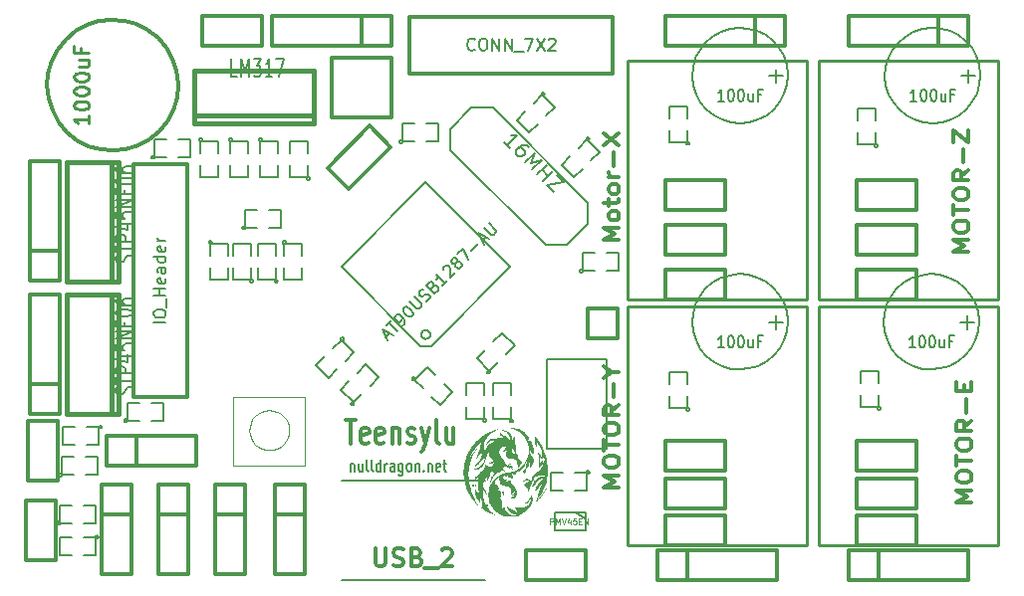
<source format=gto>
G04 (created by PCBNEW-RS274X (2012-01-19 BZR 3256)-stable) date 5/05/2012 5:35:00 PM*
G01*
G70*
G90*
%MOIN*%
G04 Gerber Fmt 3.4, Leading zero omitted, Abs format*
%FSLAX34Y34*%
G04 APERTURE LIST*
%ADD10C,0.006000*%
%ADD11C,0.012000*%
%ADD12C,0.007700*%
%ADD13C,0.005000*%
%ADD14C,0.015000*%
%ADD15C,0.008000*%
%ADD16C,0.010000*%
%ADD17C,0.012500*%
%ADD18C,0.004000*%
%ADD19C,0.000100*%
%ADD20C,0.003000*%
G04 APERTURE END LIST*
G54D10*
G54D11*
X44543Y-20024D02*
X44886Y-20024D01*
X44715Y-20824D02*
X44715Y-20024D01*
X45314Y-20786D02*
X45257Y-20824D01*
X45143Y-20824D01*
X45086Y-20786D01*
X45057Y-20710D01*
X45057Y-20405D01*
X45086Y-20329D01*
X45143Y-20290D01*
X45257Y-20290D01*
X45314Y-20329D01*
X45343Y-20405D01*
X45343Y-20481D01*
X45057Y-20557D01*
X45828Y-20786D02*
X45771Y-20824D01*
X45657Y-20824D01*
X45600Y-20786D01*
X45571Y-20710D01*
X45571Y-20405D01*
X45600Y-20329D01*
X45657Y-20290D01*
X45771Y-20290D01*
X45828Y-20329D01*
X45857Y-20405D01*
X45857Y-20481D01*
X45571Y-20557D01*
X46114Y-20290D02*
X46114Y-20824D01*
X46114Y-20367D02*
X46142Y-20329D01*
X46200Y-20290D01*
X46285Y-20290D01*
X46342Y-20329D01*
X46371Y-20405D01*
X46371Y-20824D01*
X46628Y-20786D02*
X46685Y-20824D01*
X46800Y-20824D01*
X46857Y-20786D01*
X46885Y-20710D01*
X46885Y-20671D01*
X46857Y-20595D01*
X46800Y-20557D01*
X46714Y-20557D01*
X46657Y-20519D01*
X46628Y-20443D01*
X46628Y-20405D01*
X46657Y-20329D01*
X46714Y-20290D01*
X46800Y-20290D01*
X46857Y-20329D01*
X47086Y-20290D02*
X47229Y-20824D01*
X47371Y-20290D02*
X47229Y-20824D01*
X47171Y-21014D01*
X47143Y-21052D01*
X47086Y-21090D01*
X47686Y-20824D02*
X47628Y-20786D01*
X47600Y-20710D01*
X47600Y-20024D01*
X48171Y-20290D02*
X48171Y-20824D01*
X47914Y-20290D02*
X47914Y-20710D01*
X47942Y-20786D01*
X48000Y-20824D01*
X48085Y-20824D01*
X48142Y-20786D01*
X48171Y-20748D01*
G54D12*
X44713Y-21497D02*
X44713Y-21759D01*
X44713Y-21534D02*
X44728Y-21516D01*
X44757Y-21497D01*
X44801Y-21497D01*
X44830Y-21516D01*
X44845Y-21553D01*
X44845Y-21759D01*
X45123Y-21497D02*
X45123Y-21759D01*
X44991Y-21497D02*
X44991Y-21703D01*
X45006Y-21741D01*
X45035Y-21759D01*
X45079Y-21759D01*
X45108Y-21741D01*
X45123Y-21722D01*
X45313Y-21759D02*
X45284Y-21741D01*
X45269Y-21703D01*
X45269Y-21365D01*
X45474Y-21759D02*
X45445Y-21741D01*
X45430Y-21703D01*
X45430Y-21365D01*
X45723Y-21759D02*
X45723Y-21365D01*
X45723Y-21741D02*
X45693Y-21759D01*
X45635Y-21759D01*
X45606Y-21741D01*
X45591Y-21722D01*
X45576Y-21684D01*
X45576Y-21572D01*
X45591Y-21534D01*
X45606Y-21516D01*
X45635Y-21497D01*
X45693Y-21497D01*
X45723Y-21516D01*
X45869Y-21759D02*
X45869Y-21497D01*
X45869Y-21572D02*
X45884Y-21534D01*
X45898Y-21516D01*
X45928Y-21497D01*
X45957Y-21497D01*
X46191Y-21759D02*
X46191Y-21553D01*
X46176Y-21516D01*
X46147Y-21497D01*
X46088Y-21497D01*
X46059Y-21516D01*
X46191Y-21741D02*
X46161Y-21759D01*
X46088Y-21759D01*
X46059Y-21741D01*
X46044Y-21703D01*
X46044Y-21666D01*
X46059Y-21628D01*
X46088Y-21609D01*
X46161Y-21609D01*
X46191Y-21591D01*
X46469Y-21497D02*
X46469Y-21816D01*
X46454Y-21853D01*
X46439Y-21872D01*
X46410Y-21891D01*
X46366Y-21891D01*
X46337Y-21872D01*
X46469Y-21741D02*
X46439Y-21759D01*
X46381Y-21759D01*
X46352Y-21741D01*
X46337Y-21722D01*
X46322Y-21684D01*
X46322Y-21572D01*
X46337Y-21534D01*
X46352Y-21516D01*
X46381Y-21497D01*
X46439Y-21497D01*
X46469Y-21516D01*
X46659Y-21759D02*
X46630Y-21741D01*
X46615Y-21722D01*
X46600Y-21684D01*
X46600Y-21572D01*
X46615Y-21534D01*
X46630Y-21516D01*
X46659Y-21497D01*
X46703Y-21497D01*
X46732Y-21516D01*
X46747Y-21534D01*
X46761Y-21572D01*
X46761Y-21684D01*
X46747Y-21722D01*
X46732Y-21741D01*
X46703Y-21759D01*
X46659Y-21759D01*
X46893Y-21497D02*
X46893Y-21759D01*
X46893Y-21534D02*
X46908Y-21516D01*
X46937Y-21497D01*
X46981Y-21497D01*
X47010Y-21516D01*
X47025Y-21553D01*
X47025Y-21759D01*
X47171Y-21722D02*
X47186Y-21741D01*
X47171Y-21759D01*
X47156Y-21741D01*
X47171Y-21722D01*
X47171Y-21759D01*
X47317Y-21497D02*
X47317Y-21759D01*
X47317Y-21534D02*
X47332Y-21516D01*
X47361Y-21497D01*
X47405Y-21497D01*
X47434Y-21516D01*
X47449Y-21553D01*
X47449Y-21759D01*
X47712Y-21741D02*
X47683Y-21759D01*
X47624Y-21759D01*
X47595Y-21741D01*
X47580Y-21703D01*
X47580Y-21553D01*
X47595Y-21516D01*
X47624Y-21497D01*
X47683Y-21497D01*
X47712Y-21516D01*
X47727Y-21553D01*
X47727Y-21591D01*
X47580Y-21628D01*
X47814Y-21497D02*
X47931Y-21497D01*
X47858Y-21365D02*
X47858Y-21703D01*
X47873Y-21741D01*
X47902Y-21759D01*
X47931Y-21759D01*
G54D13*
X44415Y-25401D02*
X49215Y-25401D01*
X49215Y-22055D02*
X44415Y-22055D01*
X52250Y-23150D02*
X52550Y-23350D01*
X51550Y-23150D02*
X52575Y-23150D01*
X52575Y-23150D02*
X52575Y-23750D01*
X52575Y-23750D02*
X51550Y-23750D01*
X51550Y-23750D02*
X51550Y-23150D01*
G54D14*
X36720Y-11400D02*
X36970Y-11400D01*
X36970Y-11400D02*
X36970Y-15400D01*
X36970Y-15400D02*
X36720Y-15400D01*
X35220Y-11400D02*
X36720Y-11400D01*
X36720Y-11400D02*
X36720Y-15400D01*
X36720Y-15400D02*
X35220Y-15400D01*
X35220Y-15400D02*
X35220Y-11400D01*
X36720Y-15820D02*
X36970Y-15820D01*
X36970Y-15820D02*
X36970Y-19820D01*
X36970Y-19820D02*
X36720Y-19820D01*
X35220Y-15820D02*
X36720Y-15820D01*
X36720Y-15820D02*
X36720Y-19820D01*
X36720Y-19820D02*
X35220Y-19820D01*
X35220Y-19820D02*
X35220Y-15820D01*
G54D15*
X47384Y-17172D02*
X47381Y-17200D01*
X47372Y-17228D01*
X47359Y-17254D01*
X47340Y-17276D01*
X47318Y-17295D01*
X47292Y-17309D01*
X47264Y-17317D01*
X47236Y-17320D01*
X47208Y-17318D01*
X47180Y-17310D01*
X47154Y-17296D01*
X47131Y-17278D01*
X47113Y-17256D01*
X47099Y-17230D01*
X47090Y-17202D01*
X47087Y-17174D01*
X47089Y-17146D01*
X47097Y-17118D01*
X47110Y-17092D01*
X47128Y-17069D01*
X47150Y-17050D01*
X47176Y-17036D01*
X47204Y-17027D01*
X47232Y-17024D01*
X47260Y-17026D01*
X47288Y-17034D01*
X47314Y-17047D01*
X47337Y-17065D01*
X47356Y-17087D01*
X47371Y-17112D01*
X47380Y-17139D01*
X47383Y-17168D01*
X47384Y-17172D01*
X47235Y-12081D02*
X44407Y-14910D01*
X44407Y-14910D02*
X47058Y-17561D01*
X47058Y-17561D02*
X47412Y-17561D01*
X47412Y-17561D02*
X50063Y-14910D01*
X50063Y-14910D02*
X47235Y-12081D01*
G54D14*
X43500Y-09850D02*
X43500Y-10100D01*
X43500Y-10100D02*
X39500Y-10100D01*
X39500Y-10100D02*
X39500Y-09850D01*
X43500Y-08350D02*
X43500Y-09850D01*
X43500Y-09850D02*
X39500Y-09850D01*
X39500Y-09850D02*
X39500Y-08350D01*
X39500Y-08350D02*
X43500Y-08350D01*
G54D16*
X54000Y-16000D02*
X54000Y-08000D01*
X54000Y-08000D02*
X60000Y-08000D01*
X60000Y-08000D02*
X60000Y-16000D01*
X60000Y-16000D02*
X54000Y-16000D01*
X60400Y-16000D02*
X60400Y-08000D01*
X60400Y-08000D02*
X66400Y-08000D01*
X66400Y-08000D02*
X66400Y-16000D01*
X66400Y-16000D02*
X60400Y-16000D01*
X54000Y-24250D02*
X54000Y-16250D01*
X54000Y-16250D02*
X60000Y-16250D01*
X60000Y-16250D02*
X60000Y-24250D01*
X60000Y-24250D02*
X54000Y-24250D01*
X60400Y-24250D02*
X60400Y-16250D01*
X60400Y-16250D02*
X66400Y-16250D01*
X66400Y-16250D02*
X66400Y-24250D01*
X66400Y-24250D02*
X60400Y-24250D01*
G54D13*
X56055Y-10770D02*
X56054Y-10779D01*
X56051Y-10789D01*
X56046Y-10797D01*
X56040Y-10805D01*
X56032Y-10811D01*
X56024Y-10816D01*
X56015Y-10818D01*
X56005Y-10819D01*
X55996Y-10819D01*
X55987Y-10816D01*
X55978Y-10811D01*
X55971Y-10805D01*
X55964Y-10798D01*
X55960Y-10789D01*
X55957Y-10780D01*
X55956Y-10770D01*
X55956Y-10761D01*
X55959Y-10752D01*
X55963Y-10743D01*
X55970Y-10736D01*
X55977Y-10729D01*
X55985Y-10725D01*
X55995Y-10722D01*
X56004Y-10721D01*
X56013Y-10721D01*
X56023Y-10724D01*
X56031Y-10728D01*
X56039Y-10734D01*
X56045Y-10742D01*
X56050Y-10750D01*
X56053Y-10759D01*
X56054Y-10769D01*
X56055Y-10770D01*
X56005Y-10320D02*
X56005Y-10720D01*
X56005Y-10720D02*
X55405Y-10720D01*
X55405Y-10720D02*
X55405Y-10320D01*
X55405Y-09920D02*
X55405Y-09520D01*
X55405Y-09520D02*
X56005Y-09520D01*
X56005Y-09520D02*
X56005Y-09920D01*
X41750Y-10650D02*
X41749Y-10659D01*
X41746Y-10669D01*
X41741Y-10677D01*
X41735Y-10685D01*
X41727Y-10691D01*
X41719Y-10696D01*
X41710Y-10698D01*
X41700Y-10699D01*
X41691Y-10699D01*
X41682Y-10696D01*
X41673Y-10691D01*
X41666Y-10685D01*
X41659Y-10678D01*
X41655Y-10669D01*
X41652Y-10660D01*
X41651Y-10650D01*
X41651Y-10641D01*
X41654Y-10632D01*
X41658Y-10623D01*
X41665Y-10616D01*
X41672Y-10609D01*
X41680Y-10605D01*
X41690Y-10602D01*
X41699Y-10601D01*
X41708Y-10601D01*
X41718Y-10604D01*
X41726Y-10608D01*
X41734Y-10614D01*
X41740Y-10622D01*
X41745Y-10630D01*
X41748Y-10639D01*
X41749Y-10649D01*
X41750Y-10650D01*
X41700Y-11100D02*
X41700Y-10700D01*
X41700Y-10700D02*
X42300Y-10700D01*
X42300Y-10700D02*
X42300Y-11100D01*
X42300Y-11500D02*
X42300Y-11900D01*
X42300Y-11900D02*
X41700Y-11900D01*
X41700Y-11900D02*
X41700Y-11500D01*
X62350Y-10850D02*
X62349Y-10859D01*
X62346Y-10869D01*
X62341Y-10877D01*
X62335Y-10885D01*
X62327Y-10891D01*
X62319Y-10896D01*
X62310Y-10898D01*
X62300Y-10899D01*
X62291Y-10899D01*
X62282Y-10896D01*
X62273Y-10891D01*
X62266Y-10885D01*
X62259Y-10878D01*
X62255Y-10869D01*
X62252Y-10860D01*
X62251Y-10850D01*
X62251Y-10841D01*
X62254Y-10832D01*
X62258Y-10823D01*
X62265Y-10816D01*
X62272Y-10809D01*
X62280Y-10805D01*
X62290Y-10802D01*
X62299Y-10801D01*
X62308Y-10801D01*
X62318Y-10804D01*
X62326Y-10808D01*
X62334Y-10814D01*
X62340Y-10822D01*
X62345Y-10830D01*
X62348Y-10839D01*
X62349Y-10849D01*
X62350Y-10850D01*
X62300Y-10400D02*
X62300Y-10800D01*
X62300Y-10800D02*
X61700Y-10800D01*
X61700Y-10800D02*
X61700Y-10400D01*
X61700Y-10000D02*
X61700Y-09600D01*
X61700Y-09600D02*
X62300Y-09600D01*
X62300Y-09600D02*
X62300Y-10000D01*
X62450Y-19650D02*
X62449Y-19659D01*
X62446Y-19669D01*
X62441Y-19677D01*
X62435Y-19685D01*
X62427Y-19691D01*
X62419Y-19696D01*
X62410Y-19698D01*
X62400Y-19699D01*
X62391Y-19699D01*
X62382Y-19696D01*
X62373Y-19691D01*
X62366Y-19685D01*
X62359Y-19678D01*
X62355Y-19669D01*
X62352Y-19660D01*
X62351Y-19650D01*
X62351Y-19641D01*
X62354Y-19632D01*
X62358Y-19623D01*
X62365Y-19616D01*
X62372Y-19609D01*
X62380Y-19605D01*
X62390Y-19602D01*
X62399Y-19601D01*
X62408Y-19601D01*
X62418Y-19604D01*
X62426Y-19608D01*
X62434Y-19614D01*
X62440Y-19622D01*
X62445Y-19630D01*
X62448Y-19639D01*
X62449Y-19649D01*
X62450Y-19650D01*
X62400Y-19200D02*
X62400Y-19600D01*
X62400Y-19600D02*
X61800Y-19600D01*
X61800Y-19600D02*
X61800Y-19200D01*
X61800Y-18800D02*
X61800Y-18400D01*
X61800Y-18400D02*
X62400Y-18400D01*
X62400Y-18400D02*
X62400Y-18800D01*
X36405Y-20270D02*
X36404Y-20279D01*
X36401Y-20289D01*
X36396Y-20297D01*
X36390Y-20305D01*
X36382Y-20311D01*
X36374Y-20316D01*
X36365Y-20318D01*
X36355Y-20319D01*
X36346Y-20319D01*
X36337Y-20316D01*
X36328Y-20311D01*
X36321Y-20305D01*
X36314Y-20298D01*
X36310Y-20289D01*
X36307Y-20280D01*
X36306Y-20270D01*
X36306Y-20261D01*
X36309Y-20252D01*
X36313Y-20243D01*
X36320Y-20236D01*
X36327Y-20229D01*
X36335Y-20225D01*
X36345Y-20222D01*
X36354Y-20221D01*
X36363Y-20221D01*
X36373Y-20224D01*
X36381Y-20228D01*
X36389Y-20234D01*
X36395Y-20242D01*
X36400Y-20250D01*
X36403Y-20259D01*
X36404Y-20269D01*
X36405Y-20270D01*
X35905Y-20270D02*
X36305Y-20270D01*
X36305Y-20270D02*
X36305Y-20870D01*
X36305Y-20870D02*
X35905Y-20870D01*
X35505Y-20870D02*
X35105Y-20870D01*
X35105Y-20870D02*
X35105Y-20270D01*
X35105Y-20270D02*
X35505Y-20270D01*
X36275Y-23965D02*
X36274Y-23974D01*
X36271Y-23984D01*
X36266Y-23992D01*
X36260Y-24000D01*
X36252Y-24006D01*
X36244Y-24011D01*
X36235Y-24013D01*
X36225Y-24014D01*
X36216Y-24014D01*
X36207Y-24011D01*
X36198Y-24006D01*
X36191Y-24000D01*
X36184Y-23993D01*
X36180Y-23984D01*
X36177Y-23975D01*
X36176Y-23965D01*
X36176Y-23956D01*
X36179Y-23947D01*
X36183Y-23938D01*
X36190Y-23931D01*
X36197Y-23924D01*
X36205Y-23920D01*
X36215Y-23917D01*
X36224Y-23916D01*
X36233Y-23916D01*
X36243Y-23919D01*
X36251Y-23923D01*
X36259Y-23929D01*
X36265Y-23937D01*
X36270Y-23945D01*
X36273Y-23954D01*
X36274Y-23964D01*
X36275Y-23965D01*
X35775Y-23965D02*
X36175Y-23965D01*
X36175Y-23965D02*
X36175Y-24565D01*
X36175Y-24565D02*
X35775Y-24565D01*
X35375Y-24565D02*
X34975Y-24565D01*
X34975Y-24565D02*
X34975Y-23965D01*
X34975Y-23965D02*
X35375Y-23965D01*
X38165Y-11235D02*
X38164Y-11244D01*
X38161Y-11254D01*
X38156Y-11262D01*
X38150Y-11270D01*
X38142Y-11276D01*
X38134Y-11281D01*
X38125Y-11283D01*
X38115Y-11284D01*
X38106Y-11284D01*
X38097Y-11281D01*
X38088Y-11276D01*
X38081Y-11270D01*
X38074Y-11263D01*
X38070Y-11254D01*
X38067Y-11245D01*
X38066Y-11235D01*
X38066Y-11226D01*
X38069Y-11217D01*
X38073Y-11208D01*
X38080Y-11201D01*
X38087Y-11194D01*
X38095Y-11190D01*
X38105Y-11187D01*
X38114Y-11186D01*
X38123Y-11186D01*
X38133Y-11189D01*
X38141Y-11193D01*
X38149Y-11199D01*
X38155Y-11207D01*
X38160Y-11215D01*
X38163Y-11224D01*
X38164Y-11234D01*
X38165Y-11235D01*
X38565Y-11235D02*
X38165Y-11235D01*
X38165Y-11235D02*
X38165Y-10635D01*
X38165Y-10635D02*
X38565Y-10635D01*
X38965Y-10635D02*
X39365Y-10635D01*
X39365Y-10635D02*
X39365Y-11235D01*
X39365Y-11235D02*
X38965Y-11235D01*
X37240Y-20055D02*
X37239Y-20064D01*
X37236Y-20074D01*
X37231Y-20082D01*
X37225Y-20090D01*
X37217Y-20096D01*
X37209Y-20101D01*
X37200Y-20103D01*
X37190Y-20104D01*
X37181Y-20104D01*
X37172Y-20101D01*
X37163Y-20096D01*
X37156Y-20090D01*
X37149Y-20083D01*
X37145Y-20074D01*
X37142Y-20065D01*
X37141Y-20055D01*
X37141Y-20046D01*
X37144Y-20037D01*
X37148Y-20028D01*
X37155Y-20021D01*
X37162Y-20014D01*
X37170Y-20010D01*
X37180Y-20007D01*
X37189Y-20006D01*
X37198Y-20006D01*
X37208Y-20009D01*
X37216Y-20013D01*
X37224Y-20019D01*
X37230Y-20027D01*
X37235Y-20035D01*
X37238Y-20044D01*
X37239Y-20054D01*
X37240Y-20055D01*
X37640Y-20055D02*
X37240Y-20055D01*
X37240Y-20055D02*
X37240Y-19455D01*
X37240Y-19455D02*
X37640Y-19455D01*
X38040Y-19455D02*
X38440Y-19455D01*
X38440Y-19455D02*
X38440Y-20055D01*
X38440Y-20055D02*
X38040Y-20055D01*
X49250Y-20050D02*
X49249Y-20059D01*
X49246Y-20069D01*
X49241Y-20077D01*
X49235Y-20085D01*
X49227Y-20091D01*
X49219Y-20096D01*
X49210Y-20098D01*
X49200Y-20099D01*
X49191Y-20099D01*
X49182Y-20096D01*
X49173Y-20091D01*
X49166Y-20085D01*
X49159Y-20078D01*
X49155Y-20069D01*
X49152Y-20060D01*
X49151Y-20050D01*
X49151Y-20041D01*
X49154Y-20032D01*
X49158Y-20023D01*
X49165Y-20016D01*
X49172Y-20009D01*
X49180Y-20005D01*
X49190Y-20002D01*
X49199Y-20001D01*
X49208Y-20001D01*
X49218Y-20004D01*
X49226Y-20008D01*
X49234Y-20014D01*
X49240Y-20022D01*
X49245Y-20030D01*
X49248Y-20039D01*
X49249Y-20049D01*
X49250Y-20050D01*
X49200Y-19600D02*
X49200Y-20000D01*
X49200Y-20000D02*
X48600Y-20000D01*
X48600Y-20000D02*
X48600Y-19600D01*
X48600Y-19200D02*
X48600Y-18800D01*
X48600Y-18800D02*
X49200Y-18800D01*
X49200Y-18800D02*
X49200Y-19200D01*
X50150Y-20060D02*
X50149Y-20069D01*
X50146Y-20079D01*
X50141Y-20087D01*
X50135Y-20095D01*
X50127Y-20101D01*
X50119Y-20106D01*
X50110Y-20108D01*
X50100Y-20109D01*
X50091Y-20109D01*
X50082Y-20106D01*
X50073Y-20101D01*
X50066Y-20095D01*
X50059Y-20088D01*
X50055Y-20079D01*
X50052Y-20070D01*
X50051Y-20060D01*
X50051Y-20051D01*
X50054Y-20042D01*
X50058Y-20033D01*
X50065Y-20026D01*
X50072Y-20019D01*
X50080Y-20015D01*
X50090Y-20012D01*
X50099Y-20011D01*
X50108Y-20011D01*
X50118Y-20014D01*
X50126Y-20018D01*
X50134Y-20024D01*
X50140Y-20032D01*
X50145Y-20040D01*
X50148Y-20049D01*
X50149Y-20059D01*
X50150Y-20060D01*
X50100Y-19610D02*
X50100Y-20010D01*
X50100Y-20010D02*
X49500Y-20010D01*
X49500Y-20010D02*
X49500Y-19610D01*
X49500Y-19210D02*
X49500Y-18810D01*
X49500Y-18810D02*
X50100Y-18810D01*
X50100Y-18810D02*
X50100Y-19210D01*
X46455Y-10710D02*
X46454Y-10719D01*
X46451Y-10729D01*
X46446Y-10737D01*
X46440Y-10745D01*
X46432Y-10751D01*
X46424Y-10756D01*
X46415Y-10758D01*
X46405Y-10759D01*
X46396Y-10759D01*
X46387Y-10756D01*
X46378Y-10751D01*
X46371Y-10745D01*
X46364Y-10738D01*
X46360Y-10729D01*
X46357Y-10720D01*
X46356Y-10710D01*
X46356Y-10701D01*
X46359Y-10692D01*
X46363Y-10683D01*
X46370Y-10676D01*
X46377Y-10669D01*
X46385Y-10665D01*
X46395Y-10662D01*
X46404Y-10661D01*
X46413Y-10661D01*
X46423Y-10664D01*
X46431Y-10668D01*
X46439Y-10674D01*
X46445Y-10682D01*
X46450Y-10690D01*
X46453Y-10699D01*
X46454Y-10709D01*
X46455Y-10710D01*
X46855Y-10710D02*
X46455Y-10710D01*
X46455Y-10710D02*
X46455Y-10110D01*
X46455Y-10110D02*
X46855Y-10110D01*
X47255Y-10110D02*
X47655Y-10110D01*
X47655Y-10110D02*
X47655Y-10710D01*
X47655Y-10710D02*
X47255Y-10710D01*
X41200Y-13600D02*
X41199Y-13609D01*
X41196Y-13619D01*
X41191Y-13627D01*
X41185Y-13635D01*
X41177Y-13641D01*
X41169Y-13646D01*
X41160Y-13648D01*
X41150Y-13649D01*
X41141Y-13649D01*
X41132Y-13646D01*
X41123Y-13641D01*
X41116Y-13635D01*
X41109Y-13628D01*
X41105Y-13619D01*
X41102Y-13610D01*
X41101Y-13600D01*
X41101Y-13591D01*
X41104Y-13582D01*
X41108Y-13573D01*
X41115Y-13566D01*
X41122Y-13559D01*
X41130Y-13555D01*
X41140Y-13552D01*
X41149Y-13551D01*
X41158Y-13551D01*
X41168Y-13554D01*
X41176Y-13558D01*
X41184Y-13564D01*
X41190Y-13572D01*
X41195Y-13580D01*
X41198Y-13589D01*
X41199Y-13599D01*
X41200Y-13600D01*
X41600Y-13600D02*
X41200Y-13600D01*
X41200Y-13600D02*
X41200Y-13000D01*
X41200Y-13000D02*
X41600Y-13000D01*
X42000Y-13000D02*
X42400Y-13000D01*
X42400Y-13000D02*
X42400Y-13600D01*
X42400Y-13600D02*
X42000Y-13600D01*
X52710Y-21790D02*
X52709Y-21799D01*
X52706Y-21809D01*
X52701Y-21817D01*
X52695Y-21825D01*
X52687Y-21831D01*
X52679Y-21836D01*
X52670Y-21838D01*
X52660Y-21839D01*
X52651Y-21839D01*
X52642Y-21836D01*
X52633Y-21831D01*
X52626Y-21825D01*
X52619Y-21818D01*
X52615Y-21809D01*
X52612Y-21800D01*
X52611Y-21790D01*
X52611Y-21781D01*
X52614Y-21772D01*
X52618Y-21763D01*
X52625Y-21756D01*
X52632Y-21749D01*
X52640Y-21745D01*
X52650Y-21742D01*
X52659Y-21741D01*
X52668Y-21741D01*
X52678Y-21744D01*
X52686Y-21748D01*
X52694Y-21754D01*
X52700Y-21762D01*
X52705Y-21770D01*
X52708Y-21779D01*
X52709Y-21789D01*
X52710Y-21790D01*
X52210Y-21790D02*
X52610Y-21790D01*
X52610Y-21790D02*
X52610Y-22390D01*
X52610Y-22390D02*
X52210Y-22390D01*
X51810Y-22390D02*
X51410Y-22390D01*
X51410Y-22390D02*
X51410Y-21790D01*
X51410Y-21790D02*
X51810Y-21790D01*
X41450Y-15375D02*
X41449Y-15384D01*
X41446Y-15394D01*
X41441Y-15402D01*
X41435Y-15410D01*
X41427Y-15416D01*
X41419Y-15421D01*
X41410Y-15423D01*
X41400Y-15424D01*
X41391Y-15424D01*
X41382Y-15421D01*
X41373Y-15416D01*
X41366Y-15410D01*
X41359Y-15403D01*
X41355Y-15394D01*
X41352Y-15385D01*
X41351Y-15375D01*
X41351Y-15366D01*
X41354Y-15357D01*
X41358Y-15348D01*
X41365Y-15341D01*
X41372Y-15334D01*
X41380Y-15330D01*
X41390Y-15327D01*
X41399Y-15326D01*
X41408Y-15326D01*
X41418Y-15329D01*
X41426Y-15333D01*
X41434Y-15339D01*
X41440Y-15347D01*
X41445Y-15355D01*
X41448Y-15364D01*
X41449Y-15374D01*
X41450Y-15375D01*
X41400Y-14925D02*
X41400Y-15325D01*
X41400Y-15325D02*
X40800Y-15325D01*
X40800Y-15325D02*
X40800Y-14925D01*
X40800Y-14525D02*
X40800Y-14125D01*
X40800Y-14125D02*
X41400Y-14125D01*
X41400Y-14125D02*
X41400Y-14525D01*
X42275Y-15375D02*
X42274Y-15384D01*
X42271Y-15394D01*
X42266Y-15402D01*
X42260Y-15410D01*
X42252Y-15416D01*
X42244Y-15421D01*
X42235Y-15423D01*
X42225Y-15424D01*
X42216Y-15424D01*
X42207Y-15421D01*
X42198Y-15416D01*
X42191Y-15410D01*
X42184Y-15403D01*
X42180Y-15394D01*
X42177Y-15385D01*
X42176Y-15375D01*
X42176Y-15366D01*
X42179Y-15357D01*
X42183Y-15348D01*
X42190Y-15341D01*
X42197Y-15334D01*
X42205Y-15330D01*
X42215Y-15327D01*
X42224Y-15326D01*
X42233Y-15326D01*
X42243Y-15329D01*
X42251Y-15333D01*
X42259Y-15339D01*
X42265Y-15347D01*
X42270Y-15355D01*
X42273Y-15364D01*
X42274Y-15374D01*
X42275Y-15375D01*
X42225Y-14925D02*
X42225Y-15325D01*
X42225Y-15325D02*
X41625Y-15325D01*
X41625Y-15325D02*
X41625Y-14925D01*
X41625Y-14525D02*
X41625Y-14125D01*
X41625Y-14125D02*
X42225Y-14125D01*
X42225Y-14125D02*
X42225Y-14525D01*
X43350Y-11950D02*
X43349Y-11959D01*
X43346Y-11969D01*
X43341Y-11977D01*
X43335Y-11985D01*
X43327Y-11991D01*
X43319Y-11996D01*
X43310Y-11998D01*
X43300Y-11999D01*
X43291Y-11999D01*
X43282Y-11996D01*
X43273Y-11991D01*
X43266Y-11985D01*
X43259Y-11978D01*
X43255Y-11969D01*
X43252Y-11960D01*
X43251Y-11950D01*
X43251Y-11941D01*
X43254Y-11932D01*
X43258Y-11923D01*
X43265Y-11916D01*
X43272Y-11909D01*
X43280Y-11905D01*
X43290Y-11902D01*
X43299Y-11901D01*
X43308Y-11901D01*
X43318Y-11904D01*
X43326Y-11908D01*
X43334Y-11914D01*
X43340Y-11922D01*
X43345Y-11930D01*
X43348Y-11939D01*
X43349Y-11949D01*
X43350Y-11950D01*
X43300Y-11500D02*
X43300Y-11900D01*
X43300Y-11900D02*
X42700Y-11900D01*
X42700Y-11900D02*
X42700Y-11500D01*
X42700Y-11100D02*
X42700Y-10700D01*
X42700Y-10700D02*
X43300Y-10700D01*
X43300Y-10700D02*
X43300Y-11100D01*
X56055Y-19680D02*
X56054Y-19689D01*
X56051Y-19699D01*
X56046Y-19707D01*
X56040Y-19715D01*
X56032Y-19721D01*
X56024Y-19726D01*
X56015Y-19728D01*
X56005Y-19729D01*
X55996Y-19729D01*
X55987Y-19726D01*
X55978Y-19721D01*
X55971Y-19715D01*
X55964Y-19708D01*
X55960Y-19699D01*
X55957Y-19690D01*
X55956Y-19680D01*
X55956Y-19671D01*
X55959Y-19662D01*
X55963Y-19653D01*
X55970Y-19646D01*
X55977Y-19639D01*
X55985Y-19635D01*
X55995Y-19632D01*
X56004Y-19631D01*
X56013Y-19631D01*
X56023Y-19634D01*
X56031Y-19638D01*
X56039Y-19644D01*
X56045Y-19652D01*
X56050Y-19660D01*
X56053Y-19669D01*
X56054Y-19679D01*
X56055Y-19680D01*
X56005Y-19230D02*
X56005Y-19630D01*
X56005Y-19630D02*
X55405Y-19630D01*
X55405Y-19630D02*
X55405Y-19230D01*
X55405Y-18830D02*
X55405Y-18430D01*
X55405Y-18430D02*
X56005Y-18430D01*
X56005Y-18430D02*
X56005Y-18830D01*
X39750Y-10650D02*
X39749Y-10659D01*
X39746Y-10669D01*
X39741Y-10677D01*
X39735Y-10685D01*
X39727Y-10691D01*
X39719Y-10696D01*
X39710Y-10698D01*
X39700Y-10699D01*
X39691Y-10699D01*
X39682Y-10696D01*
X39673Y-10691D01*
X39666Y-10685D01*
X39659Y-10678D01*
X39655Y-10669D01*
X39652Y-10660D01*
X39651Y-10650D01*
X39651Y-10641D01*
X39654Y-10632D01*
X39658Y-10623D01*
X39665Y-10616D01*
X39672Y-10609D01*
X39680Y-10605D01*
X39690Y-10602D01*
X39699Y-10601D01*
X39708Y-10601D01*
X39718Y-10604D01*
X39726Y-10608D01*
X39734Y-10614D01*
X39740Y-10622D01*
X39745Y-10630D01*
X39748Y-10639D01*
X39749Y-10649D01*
X39750Y-10650D01*
X39700Y-11100D02*
X39700Y-10700D01*
X39700Y-10700D02*
X40300Y-10700D01*
X40300Y-10700D02*
X40300Y-11100D01*
X40300Y-11500D02*
X40300Y-11900D01*
X40300Y-11900D02*
X39700Y-11900D01*
X39700Y-11900D02*
X39700Y-11500D01*
X40750Y-10650D02*
X40749Y-10659D01*
X40746Y-10669D01*
X40741Y-10677D01*
X40735Y-10685D01*
X40727Y-10691D01*
X40719Y-10696D01*
X40710Y-10698D01*
X40700Y-10699D01*
X40691Y-10699D01*
X40682Y-10696D01*
X40673Y-10691D01*
X40666Y-10685D01*
X40659Y-10678D01*
X40655Y-10669D01*
X40652Y-10660D01*
X40651Y-10650D01*
X40651Y-10641D01*
X40654Y-10632D01*
X40658Y-10623D01*
X40665Y-10616D01*
X40672Y-10609D01*
X40680Y-10605D01*
X40690Y-10602D01*
X40699Y-10601D01*
X40708Y-10601D01*
X40718Y-10604D01*
X40726Y-10608D01*
X40734Y-10614D01*
X40740Y-10622D01*
X40745Y-10630D01*
X40748Y-10639D01*
X40749Y-10649D01*
X40750Y-10650D01*
X40700Y-11100D02*
X40700Y-10700D01*
X40700Y-10700D02*
X41300Y-10700D01*
X41300Y-10700D02*
X41300Y-11100D01*
X41300Y-11500D02*
X41300Y-11900D01*
X41300Y-11900D02*
X40700Y-11900D01*
X40700Y-11900D02*
X40700Y-11500D01*
X51207Y-09108D02*
X51206Y-09117D01*
X51203Y-09127D01*
X51198Y-09135D01*
X51192Y-09143D01*
X51184Y-09149D01*
X51176Y-09154D01*
X51167Y-09156D01*
X51157Y-09157D01*
X51148Y-09157D01*
X51139Y-09154D01*
X51130Y-09149D01*
X51123Y-09143D01*
X51116Y-09136D01*
X51112Y-09127D01*
X51109Y-09118D01*
X51108Y-09108D01*
X51108Y-09099D01*
X51111Y-09090D01*
X51115Y-09081D01*
X51122Y-09074D01*
X51129Y-09067D01*
X51137Y-09063D01*
X51147Y-09060D01*
X51156Y-09059D01*
X51165Y-09059D01*
X51175Y-09062D01*
X51183Y-09066D01*
X51191Y-09072D01*
X51197Y-09080D01*
X51202Y-09088D01*
X51205Y-09097D01*
X51206Y-09107D01*
X51207Y-09108D01*
X50839Y-09426D02*
X51122Y-09144D01*
X51122Y-09144D02*
X51546Y-09568D01*
X51546Y-09568D02*
X51264Y-09851D01*
X50981Y-10134D02*
X50698Y-10416D01*
X50698Y-10416D02*
X50274Y-09992D01*
X50274Y-09992D02*
X50556Y-09709D01*
X52707Y-10608D02*
X52706Y-10617D01*
X52703Y-10627D01*
X52698Y-10635D01*
X52692Y-10643D01*
X52684Y-10649D01*
X52676Y-10654D01*
X52667Y-10656D01*
X52657Y-10657D01*
X52648Y-10657D01*
X52639Y-10654D01*
X52630Y-10649D01*
X52623Y-10643D01*
X52616Y-10636D01*
X52612Y-10627D01*
X52609Y-10618D01*
X52608Y-10608D01*
X52608Y-10599D01*
X52611Y-10590D01*
X52615Y-10581D01*
X52622Y-10574D01*
X52629Y-10567D01*
X52637Y-10563D01*
X52647Y-10560D01*
X52656Y-10559D01*
X52665Y-10559D01*
X52675Y-10562D01*
X52683Y-10566D01*
X52691Y-10572D01*
X52697Y-10580D01*
X52702Y-10588D01*
X52705Y-10597D01*
X52706Y-10607D01*
X52707Y-10608D01*
X52339Y-10926D02*
X52622Y-10644D01*
X52622Y-10644D02*
X53046Y-11068D01*
X53046Y-11068D02*
X52764Y-11351D01*
X52481Y-11634D02*
X52198Y-11916D01*
X52198Y-11916D02*
X51774Y-11492D01*
X51774Y-11492D02*
X52056Y-11209D01*
X49378Y-18432D02*
X49377Y-18441D01*
X49374Y-18451D01*
X49369Y-18459D01*
X49363Y-18467D01*
X49355Y-18473D01*
X49347Y-18478D01*
X49338Y-18480D01*
X49328Y-18481D01*
X49319Y-18481D01*
X49310Y-18478D01*
X49301Y-18473D01*
X49294Y-18467D01*
X49287Y-18460D01*
X49283Y-18451D01*
X49280Y-18442D01*
X49279Y-18432D01*
X49279Y-18423D01*
X49282Y-18414D01*
X49286Y-18405D01*
X49293Y-18398D01*
X49300Y-18391D01*
X49308Y-18387D01*
X49318Y-18384D01*
X49327Y-18383D01*
X49336Y-18383D01*
X49346Y-18386D01*
X49354Y-18390D01*
X49362Y-18396D01*
X49368Y-18404D01*
X49373Y-18412D01*
X49376Y-18421D01*
X49377Y-18431D01*
X49378Y-18432D01*
X49646Y-18114D02*
X49363Y-18396D01*
X49363Y-18396D02*
X48939Y-17972D01*
X48939Y-17972D02*
X49221Y-17689D01*
X49504Y-17406D02*
X49787Y-17124D01*
X49787Y-17124D02*
X50211Y-17548D01*
X50211Y-17548D02*
X49929Y-17831D01*
X52485Y-15045D02*
X52484Y-15054D01*
X52481Y-15064D01*
X52476Y-15072D01*
X52470Y-15080D01*
X52462Y-15086D01*
X52454Y-15091D01*
X52445Y-15093D01*
X52435Y-15094D01*
X52426Y-15094D01*
X52417Y-15091D01*
X52408Y-15086D01*
X52401Y-15080D01*
X52394Y-15073D01*
X52390Y-15064D01*
X52387Y-15055D01*
X52386Y-15045D01*
X52386Y-15036D01*
X52389Y-15027D01*
X52393Y-15018D01*
X52400Y-15011D01*
X52407Y-15004D01*
X52415Y-15000D01*
X52425Y-14997D01*
X52434Y-14996D01*
X52443Y-14996D01*
X52453Y-14999D01*
X52461Y-15003D01*
X52469Y-15009D01*
X52475Y-15017D01*
X52480Y-15025D01*
X52483Y-15034D01*
X52484Y-15044D01*
X52485Y-15045D01*
X52885Y-15045D02*
X52485Y-15045D01*
X52485Y-15045D02*
X52485Y-14445D01*
X52485Y-14445D02*
X52885Y-14445D01*
X53285Y-14445D02*
X53685Y-14445D01*
X53685Y-14445D02*
X53685Y-15045D01*
X53685Y-15045D02*
X53285Y-15045D01*
X46878Y-18653D02*
X46877Y-18662D01*
X46874Y-18672D01*
X46869Y-18680D01*
X46863Y-18688D01*
X46855Y-18694D01*
X46847Y-18699D01*
X46838Y-18701D01*
X46828Y-18702D01*
X46819Y-18702D01*
X46810Y-18699D01*
X46801Y-18694D01*
X46794Y-18688D01*
X46787Y-18681D01*
X46783Y-18672D01*
X46780Y-18663D01*
X46779Y-18653D01*
X46779Y-18644D01*
X46782Y-18635D01*
X46786Y-18626D01*
X46793Y-18619D01*
X46800Y-18612D01*
X46808Y-18608D01*
X46818Y-18605D01*
X46827Y-18604D01*
X46836Y-18604D01*
X46846Y-18607D01*
X46854Y-18611D01*
X46862Y-18617D01*
X46868Y-18625D01*
X46873Y-18633D01*
X46876Y-18642D01*
X46877Y-18652D01*
X46878Y-18653D01*
X47146Y-18971D02*
X46864Y-18688D01*
X46864Y-18688D02*
X47288Y-18264D01*
X47288Y-18264D02*
X47571Y-18546D01*
X47854Y-18829D02*
X48136Y-19112D01*
X48136Y-19112D02*
X47712Y-19536D01*
X47712Y-19536D02*
X47429Y-19254D01*
X44497Y-17318D02*
X44496Y-17327D01*
X44493Y-17337D01*
X44488Y-17345D01*
X44482Y-17353D01*
X44474Y-17359D01*
X44466Y-17364D01*
X44457Y-17366D01*
X44447Y-17367D01*
X44438Y-17367D01*
X44429Y-17364D01*
X44420Y-17359D01*
X44413Y-17353D01*
X44406Y-17346D01*
X44402Y-17337D01*
X44399Y-17328D01*
X44398Y-17318D01*
X44398Y-17309D01*
X44401Y-17300D01*
X44405Y-17291D01*
X44412Y-17284D01*
X44419Y-17277D01*
X44427Y-17273D01*
X44437Y-17270D01*
X44446Y-17269D01*
X44455Y-17269D01*
X44465Y-17272D01*
X44473Y-17276D01*
X44481Y-17282D01*
X44487Y-17290D01*
X44492Y-17298D01*
X44495Y-17307D01*
X44496Y-17317D01*
X44497Y-17318D01*
X44129Y-17636D02*
X44412Y-17354D01*
X44412Y-17354D02*
X44836Y-17778D01*
X44836Y-17778D02*
X44554Y-18061D01*
X44271Y-18344D02*
X43988Y-18626D01*
X43988Y-18626D02*
X43564Y-18202D01*
X43564Y-18202D02*
X43846Y-17919D01*
X34995Y-23490D02*
X34994Y-23499D01*
X34991Y-23509D01*
X34986Y-23517D01*
X34980Y-23525D01*
X34972Y-23531D01*
X34964Y-23536D01*
X34955Y-23538D01*
X34945Y-23539D01*
X34936Y-23539D01*
X34927Y-23536D01*
X34918Y-23531D01*
X34911Y-23525D01*
X34904Y-23518D01*
X34900Y-23509D01*
X34897Y-23500D01*
X34896Y-23490D01*
X34896Y-23481D01*
X34899Y-23472D01*
X34903Y-23463D01*
X34910Y-23456D01*
X34917Y-23449D01*
X34925Y-23445D01*
X34935Y-23442D01*
X34944Y-23441D01*
X34953Y-23441D01*
X34963Y-23444D01*
X34971Y-23448D01*
X34979Y-23454D01*
X34985Y-23462D01*
X34990Y-23470D01*
X34993Y-23479D01*
X34994Y-23489D01*
X34995Y-23490D01*
X35395Y-23490D02*
X34995Y-23490D01*
X34995Y-23490D02*
X34995Y-22890D01*
X34995Y-22890D02*
X35395Y-22890D01*
X35795Y-22890D02*
X36195Y-22890D01*
X36195Y-22890D02*
X36195Y-23490D01*
X36195Y-23490D02*
X35795Y-23490D01*
X35060Y-21880D02*
X35059Y-21889D01*
X35056Y-21899D01*
X35051Y-21907D01*
X35045Y-21915D01*
X35037Y-21921D01*
X35029Y-21926D01*
X35020Y-21928D01*
X35010Y-21929D01*
X35001Y-21929D01*
X34992Y-21926D01*
X34983Y-21921D01*
X34976Y-21915D01*
X34969Y-21908D01*
X34965Y-21899D01*
X34962Y-21890D01*
X34961Y-21880D01*
X34961Y-21871D01*
X34964Y-21862D01*
X34968Y-21853D01*
X34975Y-21846D01*
X34982Y-21839D01*
X34990Y-21835D01*
X35000Y-21832D01*
X35009Y-21831D01*
X35018Y-21831D01*
X35028Y-21834D01*
X35036Y-21838D01*
X35044Y-21844D01*
X35050Y-21852D01*
X35055Y-21860D01*
X35058Y-21869D01*
X35059Y-21879D01*
X35060Y-21880D01*
X35460Y-21880D02*
X35060Y-21880D01*
X35060Y-21880D02*
X35060Y-21280D01*
X35060Y-21280D02*
X35460Y-21280D01*
X35860Y-21280D02*
X36260Y-21280D01*
X36260Y-21280D02*
X36260Y-21880D01*
X36260Y-21880D02*
X35860Y-21880D01*
X42545Y-14080D02*
X42544Y-14089D01*
X42541Y-14099D01*
X42536Y-14107D01*
X42530Y-14115D01*
X42522Y-14121D01*
X42514Y-14126D01*
X42505Y-14128D01*
X42495Y-14129D01*
X42486Y-14129D01*
X42477Y-14126D01*
X42468Y-14121D01*
X42461Y-14115D01*
X42454Y-14108D01*
X42450Y-14099D01*
X42447Y-14090D01*
X42446Y-14080D01*
X42446Y-14071D01*
X42449Y-14062D01*
X42453Y-14053D01*
X42460Y-14046D01*
X42467Y-14039D01*
X42475Y-14035D01*
X42485Y-14032D01*
X42494Y-14031D01*
X42503Y-14031D01*
X42513Y-14034D01*
X42521Y-14038D01*
X42529Y-14044D01*
X42535Y-14052D01*
X42540Y-14060D01*
X42543Y-14069D01*
X42544Y-14079D01*
X42545Y-14080D01*
X42495Y-14530D02*
X42495Y-14130D01*
X42495Y-14130D02*
X43095Y-14130D01*
X43095Y-14130D02*
X43095Y-14530D01*
X43095Y-14930D02*
X43095Y-15330D01*
X43095Y-15330D02*
X42495Y-15330D01*
X42495Y-15330D02*
X42495Y-14930D01*
X40075Y-14075D02*
X40074Y-14084D01*
X40071Y-14094D01*
X40066Y-14102D01*
X40060Y-14110D01*
X40052Y-14116D01*
X40044Y-14121D01*
X40035Y-14123D01*
X40025Y-14124D01*
X40016Y-14124D01*
X40007Y-14121D01*
X39998Y-14116D01*
X39991Y-14110D01*
X39984Y-14103D01*
X39980Y-14094D01*
X39977Y-14085D01*
X39976Y-14075D01*
X39976Y-14066D01*
X39979Y-14057D01*
X39983Y-14048D01*
X39990Y-14041D01*
X39997Y-14034D01*
X40005Y-14030D01*
X40015Y-14027D01*
X40024Y-14026D01*
X40033Y-14026D01*
X40043Y-14029D01*
X40051Y-14033D01*
X40059Y-14039D01*
X40065Y-14047D01*
X40070Y-14055D01*
X40073Y-14064D01*
X40074Y-14074D01*
X40075Y-14075D01*
X40025Y-14525D02*
X40025Y-14125D01*
X40025Y-14125D02*
X40625Y-14125D01*
X40625Y-14125D02*
X40625Y-14525D01*
X40625Y-14925D02*
X40625Y-15325D01*
X40625Y-15325D02*
X40025Y-15325D01*
X40025Y-15325D02*
X40025Y-14925D01*
G54D11*
X65400Y-07500D02*
X65400Y-07500D01*
X65400Y-06500D02*
X65400Y-07500D01*
X65400Y-07500D02*
X65400Y-07500D01*
X65400Y-07500D02*
X61400Y-07500D01*
X61400Y-07500D02*
X61400Y-06500D01*
X61400Y-06500D02*
X65400Y-06500D01*
X64400Y-06500D02*
X64400Y-07500D01*
X55000Y-24400D02*
X55000Y-24400D01*
X55000Y-25400D02*
X55000Y-24400D01*
X55000Y-24400D02*
X55000Y-24400D01*
X55000Y-24400D02*
X59000Y-24400D01*
X59000Y-24400D02*
X59000Y-25400D01*
X59000Y-25400D02*
X55000Y-25400D01*
X56000Y-25400D02*
X56000Y-24400D01*
X59250Y-07500D02*
X59250Y-07500D01*
X59250Y-06500D02*
X59250Y-07500D01*
X59250Y-07500D02*
X59250Y-07500D01*
X59250Y-07500D02*
X55250Y-07500D01*
X55250Y-07500D02*
X55250Y-06500D01*
X55250Y-06500D02*
X59250Y-06500D01*
X58250Y-06500D02*
X58250Y-07500D01*
X61400Y-24400D02*
X61400Y-24400D01*
X61400Y-25400D02*
X61400Y-24400D01*
X61400Y-24400D02*
X61400Y-24400D01*
X61400Y-24400D02*
X65400Y-24400D01*
X65400Y-24400D02*
X65400Y-25400D01*
X65400Y-25400D02*
X61400Y-25400D01*
X62400Y-25400D02*
X62400Y-24400D01*
X33995Y-15375D02*
X33995Y-15375D01*
X34995Y-15375D02*
X33995Y-15375D01*
X33995Y-15375D02*
X33995Y-15375D01*
X33995Y-15375D02*
X33995Y-11375D01*
X33995Y-11375D02*
X34995Y-11375D01*
X34995Y-11375D02*
X34995Y-15375D01*
X34995Y-14375D02*
X33995Y-14375D01*
X33995Y-19820D02*
X33995Y-19820D01*
X34995Y-19820D02*
X33995Y-19820D01*
X33995Y-19820D02*
X33995Y-19820D01*
X33995Y-19820D02*
X33995Y-15820D01*
X33995Y-15820D02*
X34995Y-15820D01*
X34995Y-15820D02*
X34995Y-19820D01*
X34995Y-18820D02*
X33995Y-18820D01*
X46100Y-07500D02*
X46100Y-07500D01*
X46100Y-06500D02*
X46100Y-07500D01*
X46100Y-07500D02*
X46100Y-07500D01*
X46100Y-07500D02*
X42100Y-07500D01*
X42100Y-07500D02*
X42100Y-06500D01*
X42100Y-06500D02*
X46100Y-06500D01*
X45100Y-06500D02*
X45100Y-07500D01*
X36400Y-22200D02*
X37400Y-22200D01*
X37400Y-22200D02*
X37400Y-25200D01*
X37400Y-25200D02*
X36400Y-25200D01*
X36400Y-25200D02*
X36400Y-22200D01*
X37400Y-23200D02*
X36400Y-23200D01*
X42200Y-22200D02*
X43200Y-22200D01*
X43200Y-22200D02*
X43200Y-25200D01*
X43200Y-25200D02*
X42200Y-25200D01*
X42200Y-25200D02*
X42200Y-22200D01*
X43200Y-23200D02*
X42200Y-23200D01*
X40200Y-22200D02*
X41200Y-22200D01*
X41200Y-22200D02*
X41200Y-25200D01*
X41200Y-25200D02*
X40200Y-25200D01*
X40200Y-25200D02*
X40200Y-22200D01*
X41200Y-23200D02*
X40200Y-23200D01*
X38300Y-22200D02*
X39300Y-22200D01*
X39300Y-22200D02*
X39300Y-25200D01*
X39300Y-25200D02*
X38300Y-25200D01*
X38300Y-25200D02*
X38300Y-22200D01*
X39300Y-23200D02*
X38300Y-23200D01*
X36540Y-21555D02*
X36540Y-20555D01*
X36540Y-20555D02*
X39540Y-20555D01*
X39540Y-20555D02*
X39540Y-21555D01*
X39540Y-21555D02*
X36540Y-21555D01*
X37540Y-20555D02*
X37540Y-21555D01*
X61650Y-13000D02*
X61650Y-12000D01*
X61650Y-12000D02*
X63650Y-12000D01*
X63650Y-12000D02*
X63650Y-13000D01*
X63650Y-13000D02*
X61650Y-13000D01*
X33910Y-20075D02*
X34910Y-20075D01*
X34910Y-20075D02*
X34910Y-22075D01*
X34910Y-22075D02*
X33910Y-22075D01*
X33910Y-22075D02*
X33910Y-20075D01*
X41750Y-06500D02*
X41750Y-07500D01*
X41750Y-07500D02*
X39750Y-07500D01*
X39750Y-07500D02*
X39750Y-06500D01*
X39750Y-06500D02*
X41750Y-06500D01*
X45364Y-10179D02*
X46071Y-10886D01*
X46071Y-10886D02*
X44656Y-12301D01*
X44656Y-12301D02*
X43949Y-11594D01*
X43949Y-11594D02*
X45364Y-10179D01*
X50600Y-25400D02*
X50600Y-24400D01*
X50600Y-24400D02*
X52600Y-24400D01*
X52600Y-24400D02*
X52600Y-25400D01*
X52600Y-25400D02*
X50600Y-25400D01*
X33865Y-22740D02*
X34865Y-22740D01*
X34865Y-22740D02*
X34865Y-24740D01*
X34865Y-24740D02*
X33865Y-24740D01*
X33865Y-24740D02*
X33865Y-22740D01*
X55250Y-24250D02*
X55250Y-23250D01*
X55250Y-23250D02*
X57250Y-23250D01*
X57250Y-23250D02*
X57250Y-24250D01*
X57250Y-24250D02*
X55250Y-24250D01*
X61650Y-21750D02*
X61650Y-20750D01*
X61650Y-20750D02*
X63650Y-20750D01*
X63650Y-20750D02*
X63650Y-21750D01*
X63650Y-21750D02*
X61650Y-21750D01*
X55250Y-13000D02*
X55250Y-12000D01*
X55250Y-12000D02*
X57250Y-12000D01*
X57250Y-12000D02*
X57250Y-13000D01*
X57250Y-13000D02*
X55250Y-13000D01*
X55250Y-21750D02*
X55250Y-20750D01*
X55250Y-20750D02*
X57250Y-20750D01*
X57250Y-20750D02*
X57250Y-21750D01*
X57250Y-21750D02*
X55250Y-21750D01*
X61650Y-23000D02*
X61650Y-22000D01*
X61650Y-22000D02*
X63650Y-22000D01*
X63650Y-22000D02*
X63650Y-23000D01*
X63650Y-23000D02*
X61650Y-23000D01*
X61650Y-14500D02*
X61650Y-13500D01*
X61650Y-13500D02*
X63650Y-13500D01*
X63650Y-13500D02*
X63650Y-14500D01*
X63650Y-14500D02*
X61650Y-14500D01*
X55250Y-14500D02*
X55250Y-13500D01*
X55250Y-13500D02*
X57250Y-13500D01*
X57250Y-13500D02*
X57250Y-14500D01*
X57250Y-14500D02*
X55250Y-14500D01*
X55250Y-23000D02*
X55250Y-22000D01*
X55250Y-22000D02*
X57250Y-22000D01*
X57250Y-22000D02*
X57250Y-23000D01*
X57250Y-23000D02*
X55250Y-23000D01*
X61650Y-24250D02*
X61650Y-23250D01*
X61650Y-23250D02*
X63650Y-23250D01*
X63650Y-23250D02*
X63650Y-24250D01*
X63650Y-24250D02*
X61650Y-24250D01*
X61650Y-16000D02*
X61650Y-15000D01*
X61650Y-15000D02*
X63650Y-15000D01*
X63650Y-15000D02*
X63650Y-16000D01*
X63650Y-16000D02*
X61650Y-16000D01*
X55250Y-16000D02*
X55250Y-15000D01*
X55250Y-15000D02*
X57250Y-15000D01*
X57250Y-15000D02*
X57250Y-16000D01*
X57250Y-16000D02*
X55250Y-16000D01*
G54D17*
X52650Y-17310D02*
X53650Y-17310D01*
X52650Y-16310D02*
X53650Y-16310D01*
G54D11*
X52650Y-17310D02*
X52650Y-16310D01*
X53650Y-16310D02*
X53650Y-17310D01*
G54D18*
X42670Y-20380D02*
X42657Y-20510D01*
X42619Y-20635D01*
X42558Y-20750D01*
X42475Y-20852D01*
X42374Y-20935D01*
X42259Y-20997D01*
X42134Y-21036D01*
X42004Y-21049D01*
X41875Y-21038D01*
X41750Y-21001D01*
X41634Y-20940D01*
X41532Y-20858D01*
X41448Y-20758D01*
X41385Y-20643D01*
X41345Y-20519D01*
X41331Y-20389D01*
X41342Y-20260D01*
X41378Y-20134D01*
X41437Y-20018D01*
X41519Y-19915D01*
X41618Y-19830D01*
X41732Y-19767D01*
X41857Y-19726D01*
X41986Y-19711D01*
X42116Y-19721D01*
X42242Y-19756D01*
X42359Y-19815D01*
X42462Y-19895D01*
X42547Y-19994D01*
X42612Y-20108D01*
X42653Y-20232D01*
X42669Y-20362D01*
X42670Y-20380D01*
X40800Y-19280D02*
X40800Y-21580D01*
X40800Y-21580D02*
X43200Y-21580D01*
X43200Y-21580D02*
X43200Y-19280D01*
X43200Y-19280D02*
X40800Y-19280D01*
G54D11*
X39270Y-19280D02*
X37470Y-19280D01*
X37470Y-19280D02*
X37470Y-11480D01*
X37470Y-11480D02*
X39270Y-11480D01*
X39270Y-11480D02*
X39270Y-19280D01*
X53500Y-08450D02*
X46700Y-08450D01*
X46700Y-06550D02*
X53500Y-06550D01*
X53500Y-06600D02*
X53500Y-08400D01*
X46700Y-08400D02*
X46700Y-06600D01*
G54D15*
X51295Y-21015D02*
X51295Y-18015D01*
X53295Y-18015D02*
X53295Y-21015D01*
X53295Y-21015D02*
X51295Y-21015D01*
X51295Y-18015D02*
X53295Y-18015D01*
G54D11*
X46100Y-07900D02*
X46100Y-09900D01*
X46100Y-09900D02*
X44100Y-09900D01*
X44100Y-09900D02*
X44100Y-07900D01*
X44100Y-07900D02*
X46100Y-07900D01*
G54D10*
X51951Y-14178D02*
X51244Y-14178D01*
X48062Y-10996D02*
X48062Y-10289D01*
X48769Y-09582D02*
X49476Y-09582D01*
X52658Y-13471D02*
X52658Y-12764D01*
X51244Y-14178D02*
X48062Y-10996D01*
X51951Y-14178D02*
X52658Y-13471D01*
X52658Y-12764D02*
X49476Y-09582D01*
X48769Y-09582D02*
X48062Y-10289D01*
G54D11*
X38955Y-08820D02*
X38913Y-09246D01*
X38789Y-09656D01*
X38588Y-10034D01*
X38317Y-10366D01*
X37987Y-10639D01*
X37610Y-10843D01*
X37201Y-10970D01*
X36775Y-11014D01*
X36349Y-10976D01*
X35938Y-10855D01*
X35559Y-10656D01*
X35225Y-10388D01*
X34949Y-10060D01*
X34743Y-09684D01*
X34613Y-09276D01*
X34566Y-08850D01*
X34602Y-08424D01*
X34720Y-08012D01*
X34915Y-07631D01*
X35182Y-07296D01*
X35508Y-07018D01*
X35882Y-06809D01*
X36289Y-06677D01*
X36715Y-06626D01*
X37141Y-06659D01*
X37553Y-06774D01*
X37936Y-06967D01*
X38273Y-07231D01*
X38553Y-07555D01*
X38765Y-07928D01*
X38900Y-08334D01*
X38954Y-08759D01*
X38955Y-08820D01*
G54D15*
X65750Y-16750D02*
X65719Y-17060D01*
X65629Y-17359D01*
X65482Y-17635D01*
X65285Y-17877D01*
X65044Y-18076D01*
X64770Y-18224D01*
X64471Y-18317D01*
X64161Y-18349D01*
X63851Y-18321D01*
X63551Y-18233D01*
X63274Y-18088D01*
X63031Y-17893D01*
X62830Y-17653D01*
X62680Y-17380D01*
X62585Y-17082D01*
X62551Y-16772D01*
X62577Y-16462D01*
X62663Y-16162D01*
X62806Y-15884D01*
X63000Y-15639D01*
X63237Y-15437D01*
X63510Y-15284D01*
X63807Y-15188D01*
X64117Y-15151D01*
X64427Y-15175D01*
X64728Y-15259D01*
X65007Y-15400D01*
X65253Y-15592D01*
X65457Y-15828D01*
X65611Y-16100D01*
X65710Y-16396D01*
X65749Y-16706D01*
X65750Y-16750D01*
X59350Y-16750D02*
X59319Y-17060D01*
X59229Y-17359D01*
X59082Y-17635D01*
X58885Y-17877D01*
X58644Y-18076D01*
X58370Y-18224D01*
X58071Y-18317D01*
X57761Y-18349D01*
X57451Y-18321D01*
X57151Y-18233D01*
X56874Y-18088D01*
X56631Y-17893D01*
X56430Y-17653D01*
X56280Y-17380D01*
X56185Y-17082D01*
X56151Y-16772D01*
X56177Y-16462D01*
X56263Y-16162D01*
X56406Y-15884D01*
X56600Y-15639D01*
X56837Y-15437D01*
X57110Y-15284D01*
X57407Y-15188D01*
X57717Y-15151D01*
X58027Y-15175D01*
X58328Y-15259D01*
X58607Y-15400D01*
X58853Y-15592D01*
X59057Y-15828D01*
X59211Y-16100D01*
X59310Y-16396D01*
X59349Y-16706D01*
X59350Y-16750D01*
X65800Y-08500D02*
X65769Y-08810D01*
X65679Y-09109D01*
X65532Y-09385D01*
X65335Y-09627D01*
X65094Y-09826D01*
X64820Y-09974D01*
X64521Y-10067D01*
X64211Y-10099D01*
X63901Y-10071D01*
X63601Y-09983D01*
X63324Y-09838D01*
X63081Y-09643D01*
X62880Y-09403D01*
X62730Y-09130D01*
X62635Y-08832D01*
X62601Y-08522D01*
X62627Y-08212D01*
X62713Y-07912D01*
X62856Y-07634D01*
X63050Y-07389D01*
X63287Y-07187D01*
X63560Y-07034D01*
X63857Y-06938D01*
X64167Y-06901D01*
X64477Y-06925D01*
X64778Y-07009D01*
X65057Y-07150D01*
X65303Y-07342D01*
X65507Y-07578D01*
X65661Y-07850D01*
X65760Y-08146D01*
X65799Y-08456D01*
X65800Y-08500D01*
X59350Y-08500D02*
X59319Y-08810D01*
X59229Y-09109D01*
X59082Y-09385D01*
X58885Y-09627D01*
X58644Y-09826D01*
X58370Y-09974D01*
X58071Y-10067D01*
X57761Y-10099D01*
X57451Y-10071D01*
X57151Y-09983D01*
X56874Y-09838D01*
X56631Y-09643D01*
X56430Y-09403D01*
X56280Y-09130D01*
X56185Y-08832D01*
X56151Y-08522D01*
X56177Y-08212D01*
X56263Y-07912D01*
X56406Y-07634D01*
X56600Y-07389D01*
X56837Y-07187D01*
X57110Y-07034D01*
X57407Y-06938D01*
X57717Y-06901D01*
X58027Y-06925D01*
X58328Y-07009D01*
X58607Y-07150D01*
X58853Y-07342D01*
X59057Y-07578D01*
X59211Y-07850D01*
X59310Y-08146D01*
X59349Y-08456D01*
X59350Y-08500D01*
G54D13*
X44828Y-19487D02*
X44827Y-19496D01*
X44824Y-19506D01*
X44819Y-19514D01*
X44813Y-19522D01*
X44805Y-19528D01*
X44797Y-19533D01*
X44788Y-19535D01*
X44778Y-19536D01*
X44769Y-19536D01*
X44760Y-19533D01*
X44751Y-19528D01*
X44744Y-19522D01*
X44737Y-19515D01*
X44733Y-19506D01*
X44730Y-19497D01*
X44729Y-19487D01*
X44729Y-19478D01*
X44732Y-19469D01*
X44736Y-19460D01*
X44743Y-19453D01*
X44750Y-19446D01*
X44758Y-19442D01*
X44768Y-19439D01*
X44777Y-19438D01*
X44786Y-19438D01*
X44796Y-19441D01*
X44804Y-19445D01*
X44812Y-19451D01*
X44818Y-19459D01*
X44823Y-19467D01*
X44826Y-19476D01*
X44827Y-19486D01*
X44828Y-19487D01*
X45096Y-19169D02*
X44813Y-19451D01*
X44813Y-19451D02*
X44389Y-19027D01*
X44389Y-19027D02*
X44671Y-18744D01*
X44954Y-18461D02*
X45237Y-18179D01*
X45237Y-18179D02*
X45661Y-18603D01*
X45661Y-18603D02*
X45379Y-18886D01*
G54D19*
G36*
X50045Y-20300D02*
X50060Y-20300D01*
X50060Y-20315D01*
X50045Y-20315D01*
X50045Y-20300D01*
X50045Y-20300D01*
G37*
G36*
X50060Y-20300D02*
X50075Y-20300D01*
X50075Y-20315D01*
X50060Y-20315D01*
X50060Y-20300D01*
X50060Y-20300D01*
G37*
G36*
X50075Y-20300D02*
X50090Y-20300D01*
X50090Y-20315D01*
X50075Y-20315D01*
X50075Y-20300D01*
X50075Y-20300D01*
G37*
G36*
X50090Y-20300D02*
X50105Y-20300D01*
X50105Y-20315D01*
X50090Y-20315D01*
X50090Y-20300D01*
X50090Y-20300D01*
G37*
G36*
X50105Y-20315D02*
X50120Y-20315D01*
X50120Y-20330D01*
X50105Y-20330D01*
X50105Y-20315D01*
X50105Y-20315D01*
G37*
G36*
X50120Y-20315D02*
X50135Y-20315D01*
X50135Y-20330D01*
X50120Y-20330D01*
X50120Y-20315D01*
X50120Y-20315D01*
G37*
G36*
X50135Y-20315D02*
X50150Y-20315D01*
X50150Y-20330D01*
X50135Y-20330D01*
X50135Y-20315D01*
X50135Y-20315D01*
G37*
G36*
X50150Y-20315D02*
X50165Y-20315D01*
X50165Y-20330D01*
X50150Y-20330D01*
X50150Y-20315D01*
X50150Y-20315D01*
G37*
G36*
X50165Y-20315D02*
X50180Y-20315D01*
X50180Y-20330D01*
X50165Y-20330D01*
X50165Y-20315D01*
X50165Y-20315D01*
G37*
G36*
X50180Y-20315D02*
X50195Y-20315D01*
X50195Y-20330D01*
X50180Y-20330D01*
X50180Y-20315D01*
X50180Y-20315D01*
G37*
G36*
X50195Y-20315D02*
X50210Y-20315D01*
X50210Y-20330D01*
X50195Y-20330D01*
X50195Y-20315D01*
X50195Y-20315D01*
G37*
G36*
X50210Y-20315D02*
X50225Y-20315D01*
X50225Y-20330D01*
X50210Y-20330D01*
X50210Y-20315D01*
X50210Y-20315D01*
G37*
G36*
X50165Y-20330D02*
X50180Y-20330D01*
X50180Y-20345D01*
X50165Y-20345D01*
X50165Y-20330D01*
X50165Y-20330D01*
G37*
G36*
X50180Y-20330D02*
X50195Y-20330D01*
X50195Y-20345D01*
X50180Y-20345D01*
X50180Y-20330D01*
X50180Y-20330D01*
G37*
G36*
X50195Y-20330D02*
X50210Y-20330D01*
X50210Y-20345D01*
X50195Y-20345D01*
X50195Y-20330D01*
X50195Y-20330D01*
G37*
G36*
X50210Y-20330D02*
X50225Y-20330D01*
X50225Y-20345D01*
X50210Y-20345D01*
X50210Y-20330D01*
X50210Y-20330D01*
G37*
G36*
X50225Y-20330D02*
X50240Y-20330D01*
X50240Y-20345D01*
X50225Y-20345D01*
X50225Y-20330D01*
X50225Y-20330D01*
G37*
G36*
X50240Y-20330D02*
X50255Y-20330D01*
X50255Y-20345D01*
X50240Y-20345D01*
X50240Y-20330D01*
X50240Y-20330D01*
G37*
G36*
X50255Y-20330D02*
X50270Y-20330D01*
X50270Y-20345D01*
X50255Y-20345D01*
X50255Y-20330D01*
X50255Y-20330D01*
G37*
G36*
X50270Y-20330D02*
X50285Y-20330D01*
X50285Y-20345D01*
X50270Y-20345D01*
X50270Y-20330D01*
X50270Y-20330D01*
G37*
G36*
X50285Y-20330D02*
X50300Y-20330D01*
X50300Y-20345D01*
X50285Y-20345D01*
X50285Y-20330D01*
X50285Y-20330D01*
G37*
G36*
X50300Y-20330D02*
X50315Y-20330D01*
X50315Y-20345D01*
X50300Y-20345D01*
X50300Y-20330D01*
X50300Y-20330D01*
G37*
G36*
X49625Y-20345D02*
X49640Y-20345D01*
X49640Y-20360D01*
X49625Y-20360D01*
X49625Y-20345D01*
X49625Y-20345D01*
G37*
G36*
X49640Y-20345D02*
X49655Y-20345D01*
X49655Y-20360D01*
X49640Y-20360D01*
X49640Y-20345D01*
X49640Y-20345D01*
G37*
G36*
X50195Y-20345D02*
X50210Y-20345D01*
X50210Y-20360D01*
X50195Y-20360D01*
X50195Y-20345D01*
X50195Y-20345D01*
G37*
G36*
X50210Y-20345D02*
X50225Y-20345D01*
X50225Y-20360D01*
X50210Y-20360D01*
X50210Y-20345D01*
X50210Y-20345D01*
G37*
G36*
X50225Y-20345D02*
X50240Y-20345D01*
X50240Y-20360D01*
X50225Y-20360D01*
X50225Y-20345D01*
X50225Y-20345D01*
G37*
G36*
X50240Y-20345D02*
X50255Y-20345D01*
X50255Y-20360D01*
X50240Y-20360D01*
X50240Y-20345D01*
X50240Y-20345D01*
G37*
G36*
X50255Y-20345D02*
X50270Y-20345D01*
X50270Y-20360D01*
X50255Y-20360D01*
X50255Y-20345D01*
X50255Y-20345D01*
G37*
G36*
X50270Y-20345D02*
X50285Y-20345D01*
X50285Y-20360D01*
X50270Y-20360D01*
X50270Y-20345D01*
X50270Y-20345D01*
G37*
G36*
X50285Y-20345D02*
X50300Y-20345D01*
X50300Y-20360D01*
X50285Y-20360D01*
X50285Y-20345D01*
X50285Y-20345D01*
G37*
G36*
X50300Y-20345D02*
X50315Y-20345D01*
X50315Y-20360D01*
X50300Y-20360D01*
X50300Y-20345D01*
X50300Y-20345D01*
G37*
G36*
X50315Y-20345D02*
X50330Y-20345D01*
X50330Y-20360D01*
X50315Y-20360D01*
X50315Y-20345D01*
X50315Y-20345D01*
G37*
G36*
X50330Y-20345D02*
X50345Y-20345D01*
X50345Y-20360D01*
X50330Y-20360D01*
X50330Y-20345D01*
X50330Y-20345D01*
G37*
G36*
X50345Y-20345D02*
X50360Y-20345D01*
X50360Y-20360D01*
X50345Y-20360D01*
X50345Y-20345D01*
X50345Y-20345D01*
G37*
G36*
X50360Y-20345D02*
X50375Y-20345D01*
X50375Y-20360D01*
X50360Y-20360D01*
X50360Y-20345D01*
X50360Y-20345D01*
G37*
G36*
X49580Y-20360D02*
X49595Y-20360D01*
X49595Y-20375D01*
X49580Y-20375D01*
X49580Y-20360D01*
X49580Y-20360D01*
G37*
G36*
X49595Y-20360D02*
X49610Y-20360D01*
X49610Y-20375D01*
X49595Y-20375D01*
X49595Y-20360D01*
X49595Y-20360D01*
G37*
G36*
X49610Y-20360D02*
X49625Y-20360D01*
X49625Y-20375D01*
X49610Y-20375D01*
X49610Y-20360D01*
X49610Y-20360D01*
G37*
G36*
X50240Y-20360D02*
X50255Y-20360D01*
X50255Y-20375D01*
X50240Y-20375D01*
X50240Y-20360D01*
X50240Y-20360D01*
G37*
G36*
X50255Y-20360D02*
X50270Y-20360D01*
X50270Y-20375D01*
X50255Y-20375D01*
X50255Y-20360D01*
X50255Y-20360D01*
G37*
G36*
X50270Y-20360D02*
X50285Y-20360D01*
X50285Y-20375D01*
X50270Y-20375D01*
X50270Y-20360D01*
X50270Y-20360D01*
G37*
G36*
X50285Y-20360D02*
X50300Y-20360D01*
X50300Y-20375D01*
X50285Y-20375D01*
X50285Y-20360D01*
X50285Y-20360D01*
G37*
G36*
X50300Y-20360D02*
X50315Y-20360D01*
X50315Y-20375D01*
X50300Y-20375D01*
X50300Y-20360D01*
X50300Y-20360D01*
G37*
G36*
X50315Y-20360D02*
X50330Y-20360D01*
X50330Y-20375D01*
X50315Y-20375D01*
X50315Y-20360D01*
X50315Y-20360D01*
G37*
G36*
X50330Y-20360D02*
X50345Y-20360D01*
X50345Y-20375D01*
X50330Y-20375D01*
X50330Y-20360D01*
X50330Y-20360D01*
G37*
G36*
X50345Y-20360D02*
X50360Y-20360D01*
X50360Y-20375D01*
X50345Y-20375D01*
X50345Y-20360D01*
X50345Y-20360D01*
G37*
G36*
X50360Y-20360D02*
X50375Y-20360D01*
X50375Y-20375D01*
X50360Y-20375D01*
X50360Y-20360D01*
X50360Y-20360D01*
G37*
G36*
X50375Y-20360D02*
X50390Y-20360D01*
X50390Y-20375D01*
X50375Y-20375D01*
X50375Y-20360D01*
X50375Y-20360D01*
G37*
G36*
X50390Y-20360D02*
X50405Y-20360D01*
X50405Y-20375D01*
X50390Y-20375D01*
X50390Y-20360D01*
X50390Y-20360D01*
G37*
G36*
X49520Y-20375D02*
X49535Y-20375D01*
X49535Y-20390D01*
X49520Y-20390D01*
X49520Y-20375D01*
X49520Y-20375D01*
G37*
G36*
X49535Y-20375D02*
X49550Y-20375D01*
X49550Y-20390D01*
X49535Y-20390D01*
X49535Y-20375D01*
X49535Y-20375D01*
G37*
G36*
X49550Y-20375D02*
X49565Y-20375D01*
X49565Y-20390D01*
X49550Y-20390D01*
X49550Y-20375D01*
X49550Y-20375D01*
G37*
G36*
X49565Y-20375D02*
X49580Y-20375D01*
X49580Y-20390D01*
X49565Y-20390D01*
X49565Y-20375D01*
X49565Y-20375D01*
G37*
G36*
X49580Y-20375D02*
X49595Y-20375D01*
X49595Y-20390D01*
X49580Y-20390D01*
X49580Y-20375D01*
X49580Y-20375D01*
G37*
G36*
X49790Y-20375D02*
X49805Y-20375D01*
X49805Y-20390D01*
X49790Y-20390D01*
X49790Y-20375D01*
X49790Y-20375D01*
G37*
G36*
X49805Y-20375D02*
X49820Y-20375D01*
X49820Y-20390D01*
X49805Y-20390D01*
X49805Y-20375D01*
X49805Y-20375D01*
G37*
G36*
X49820Y-20375D02*
X49835Y-20375D01*
X49835Y-20390D01*
X49820Y-20390D01*
X49820Y-20375D01*
X49820Y-20375D01*
G37*
G36*
X49835Y-20375D02*
X49850Y-20375D01*
X49850Y-20390D01*
X49835Y-20390D01*
X49835Y-20375D01*
X49835Y-20375D01*
G37*
G36*
X50270Y-20375D02*
X50285Y-20375D01*
X50285Y-20390D01*
X50270Y-20390D01*
X50270Y-20375D01*
X50270Y-20375D01*
G37*
G36*
X50285Y-20375D02*
X50300Y-20375D01*
X50300Y-20390D01*
X50285Y-20390D01*
X50285Y-20375D01*
X50285Y-20375D01*
G37*
G36*
X50300Y-20375D02*
X50315Y-20375D01*
X50315Y-20390D01*
X50300Y-20390D01*
X50300Y-20375D01*
X50300Y-20375D01*
G37*
G36*
X50315Y-20375D02*
X50330Y-20375D01*
X50330Y-20390D01*
X50315Y-20390D01*
X50315Y-20375D01*
X50315Y-20375D01*
G37*
G36*
X50330Y-20375D02*
X50345Y-20375D01*
X50345Y-20390D01*
X50330Y-20390D01*
X50330Y-20375D01*
X50330Y-20375D01*
G37*
G36*
X50345Y-20375D02*
X50360Y-20375D01*
X50360Y-20390D01*
X50345Y-20390D01*
X50345Y-20375D01*
X50345Y-20375D01*
G37*
G36*
X50360Y-20375D02*
X50375Y-20375D01*
X50375Y-20390D01*
X50360Y-20390D01*
X50360Y-20375D01*
X50360Y-20375D01*
G37*
G36*
X50375Y-20375D02*
X50390Y-20375D01*
X50390Y-20390D01*
X50375Y-20390D01*
X50375Y-20375D01*
X50375Y-20375D01*
G37*
G36*
X50390Y-20375D02*
X50405Y-20375D01*
X50405Y-20390D01*
X50390Y-20390D01*
X50390Y-20375D01*
X50390Y-20375D01*
G37*
G36*
X50405Y-20375D02*
X50420Y-20375D01*
X50420Y-20390D01*
X50405Y-20390D01*
X50405Y-20375D01*
X50405Y-20375D01*
G37*
G36*
X49490Y-20390D02*
X49505Y-20390D01*
X49505Y-20405D01*
X49490Y-20405D01*
X49490Y-20390D01*
X49490Y-20390D01*
G37*
G36*
X49505Y-20390D02*
X49520Y-20390D01*
X49520Y-20405D01*
X49505Y-20405D01*
X49505Y-20390D01*
X49505Y-20390D01*
G37*
G36*
X49520Y-20390D02*
X49535Y-20390D01*
X49535Y-20405D01*
X49520Y-20405D01*
X49520Y-20390D01*
X49520Y-20390D01*
G37*
G36*
X49535Y-20390D02*
X49550Y-20390D01*
X49550Y-20405D01*
X49535Y-20405D01*
X49535Y-20390D01*
X49535Y-20390D01*
G37*
G36*
X49550Y-20390D02*
X49565Y-20390D01*
X49565Y-20405D01*
X49550Y-20405D01*
X49550Y-20390D01*
X49550Y-20390D01*
G37*
G36*
X49565Y-20390D02*
X49580Y-20390D01*
X49580Y-20405D01*
X49565Y-20405D01*
X49565Y-20390D01*
X49565Y-20390D01*
G37*
G36*
X49835Y-20390D02*
X49850Y-20390D01*
X49850Y-20405D01*
X49835Y-20405D01*
X49835Y-20390D01*
X49835Y-20390D01*
G37*
G36*
X49850Y-20390D02*
X49865Y-20390D01*
X49865Y-20405D01*
X49850Y-20405D01*
X49850Y-20390D01*
X49850Y-20390D01*
G37*
G36*
X49865Y-20390D02*
X49880Y-20390D01*
X49880Y-20405D01*
X49865Y-20405D01*
X49865Y-20390D01*
X49865Y-20390D01*
G37*
G36*
X49880Y-20390D02*
X49895Y-20390D01*
X49895Y-20405D01*
X49880Y-20405D01*
X49880Y-20390D01*
X49880Y-20390D01*
G37*
G36*
X49895Y-20390D02*
X49910Y-20390D01*
X49910Y-20405D01*
X49895Y-20405D01*
X49895Y-20390D01*
X49895Y-20390D01*
G37*
G36*
X49910Y-20390D02*
X49925Y-20390D01*
X49925Y-20405D01*
X49910Y-20405D01*
X49910Y-20390D01*
X49910Y-20390D01*
G37*
G36*
X50300Y-20390D02*
X50315Y-20390D01*
X50315Y-20405D01*
X50300Y-20405D01*
X50300Y-20390D01*
X50300Y-20390D01*
G37*
G36*
X50315Y-20390D02*
X50330Y-20390D01*
X50330Y-20405D01*
X50315Y-20405D01*
X50315Y-20390D01*
X50315Y-20390D01*
G37*
G36*
X50330Y-20390D02*
X50345Y-20390D01*
X50345Y-20405D01*
X50330Y-20405D01*
X50330Y-20390D01*
X50330Y-20390D01*
G37*
G36*
X50345Y-20390D02*
X50360Y-20390D01*
X50360Y-20405D01*
X50345Y-20405D01*
X50345Y-20390D01*
X50345Y-20390D01*
G37*
G36*
X50360Y-20390D02*
X50375Y-20390D01*
X50375Y-20405D01*
X50360Y-20405D01*
X50360Y-20390D01*
X50360Y-20390D01*
G37*
G36*
X50375Y-20390D02*
X50390Y-20390D01*
X50390Y-20405D01*
X50375Y-20405D01*
X50375Y-20390D01*
X50375Y-20390D01*
G37*
G36*
X50390Y-20390D02*
X50405Y-20390D01*
X50405Y-20405D01*
X50390Y-20405D01*
X50390Y-20390D01*
X50390Y-20390D01*
G37*
G36*
X50405Y-20390D02*
X50420Y-20390D01*
X50420Y-20405D01*
X50405Y-20405D01*
X50405Y-20390D01*
X50405Y-20390D01*
G37*
G36*
X50420Y-20390D02*
X50435Y-20390D01*
X50435Y-20405D01*
X50420Y-20405D01*
X50420Y-20390D01*
X50420Y-20390D01*
G37*
G36*
X50435Y-20390D02*
X50450Y-20390D01*
X50450Y-20405D01*
X50435Y-20405D01*
X50435Y-20390D01*
X50435Y-20390D01*
G37*
G36*
X49445Y-20405D02*
X49460Y-20405D01*
X49460Y-20420D01*
X49445Y-20420D01*
X49445Y-20405D01*
X49445Y-20405D01*
G37*
G36*
X49460Y-20405D02*
X49475Y-20405D01*
X49475Y-20420D01*
X49460Y-20420D01*
X49460Y-20405D01*
X49460Y-20405D01*
G37*
G36*
X49475Y-20405D02*
X49490Y-20405D01*
X49490Y-20420D01*
X49475Y-20420D01*
X49475Y-20405D01*
X49475Y-20405D01*
G37*
G36*
X49490Y-20405D02*
X49505Y-20405D01*
X49505Y-20420D01*
X49490Y-20420D01*
X49490Y-20405D01*
X49490Y-20405D01*
G37*
G36*
X49505Y-20405D02*
X49520Y-20405D01*
X49520Y-20420D01*
X49505Y-20420D01*
X49505Y-20405D01*
X49505Y-20405D01*
G37*
G36*
X49520Y-20405D02*
X49535Y-20405D01*
X49535Y-20420D01*
X49520Y-20420D01*
X49520Y-20405D01*
X49520Y-20405D01*
G37*
G36*
X49535Y-20405D02*
X49550Y-20405D01*
X49550Y-20420D01*
X49535Y-20420D01*
X49535Y-20405D01*
X49535Y-20405D01*
G37*
G36*
X49865Y-20405D02*
X49880Y-20405D01*
X49880Y-20420D01*
X49865Y-20420D01*
X49865Y-20405D01*
X49865Y-20405D01*
G37*
G36*
X49880Y-20405D02*
X49895Y-20405D01*
X49895Y-20420D01*
X49880Y-20420D01*
X49880Y-20405D01*
X49880Y-20405D01*
G37*
G36*
X49895Y-20405D02*
X49910Y-20405D01*
X49910Y-20420D01*
X49895Y-20420D01*
X49895Y-20405D01*
X49895Y-20405D01*
G37*
G36*
X49910Y-20405D02*
X49925Y-20405D01*
X49925Y-20420D01*
X49910Y-20420D01*
X49910Y-20405D01*
X49910Y-20405D01*
G37*
G36*
X49925Y-20405D02*
X49940Y-20405D01*
X49940Y-20420D01*
X49925Y-20420D01*
X49925Y-20405D01*
X49925Y-20405D01*
G37*
G36*
X49940Y-20405D02*
X49955Y-20405D01*
X49955Y-20420D01*
X49940Y-20420D01*
X49940Y-20405D01*
X49940Y-20405D01*
G37*
G36*
X50315Y-20405D02*
X50330Y-20405D01*
X50330Y-20420D01*
X50315Y-20420D01*
X50315Y-20405D01*
X50315Y-20405D01*
G37*
G36*
X50330Y-20405D02*
X50345Y-20405D01*
X50345Y-20420D01*
X50330Y-20420D01*
X50330Y-20405D01*
X50330Y-20405D01*
G37*
G36*
X50345Y-20405D02*
X50360Y-20405D01*
X50360Y-20420D01*
X50345Y-20420D01*
X50345Y-20405D01*
X50345Y-20405D01*
G37*
G36*
X50360Y-20405D02*
X50375Y-20405D01*
X50375Y-20420D01*
X50360Y-20420D01*
X50360Y-20405D01*
X50360Y-20405D01*
G37*
G36*
X50375Y-20405D02*
X50390Y-20405D01*
X50390Y-20420D01*
X50375Y-20420D01*
X50375Y-20405D01*
X50375Y-20405D01*
G37*
G36*
X50390Y-20405D02*
X50405Y-20405D01*
X50405Y-20420D01*
X50390Y-20420D01*
X50390Y-20405D01*
X50390Y-20405D01*
G37*
G36*
X50405Y-20405D02*
X50420Y-20405D01*
X50420Y-20420D01*
X50405Y-20420D01*
X50405Y-20405D01*
X50405Y-20405D01*
G37*
G36*
X50420Y-20405D02*
X50435Y-20405D01*
X50435Y-20420D01*
X50420Y-20420D01*
X50420Y-20405D01*
X50420Y-20405D01*
G37*
G36*
X50435Y-20405D02*
X50450Y-20405D01*
X50450Y-20420D01*
X50435Y-20420D01*
X50435Y-20405D01*
X50435Y-20405D01*
G37*
G36*
X50450Y-20405D02*
X50465Y-20405D01*
X50465Y-20420D01*
X50450Y-20420D01*
X50450Y-20405D01*
X50450Y-20405D01*
G37*
G36*
X50465Y-20405D02*
X50480Y-20405D01*
X50480Y-20420D01*
X50465Y-20420D01*
X50465Y-20405D01*
X50465Y-20405D01*
G37*
G36*
X49400Y-20420D02*
X49415Y-20420D01*
X49415Y-20435D01*
X49400Y-20435D01*
X49400Y-20420D01*
X49400Y-20420D01*
G37*
G36*
X49415Y-20420D02*
X49430Y-20420D01*
X49430Y-20435D01*
X49415Y-20435D01*
X49415Y-20420D01*
X49415Y-20420D01*
G37*
G36*
X49430Y-20420D02*
X49445Y-20420D01*
X49445Y-20435D01*
X49430Y-20435D01*
X49430Y-20420D01*
X49430Y-20420D01*
G37*
G36*
X49445Y-20420D02*
X49460Y-20420D01*
X49460Y-20435D01*
X49445Y-20435D01*
X49445Y-20420D01*
X49445Y-20420D01*
G37*
G36*
X49460Y-20420D02*
X49475Y-20420D01*
X49475Y-20435D01*
X49460Y-20435D01*
X49460Y-20420D01*
X49460Y-20420D01*
G37*
G36*
X49475Y-20420D02*
X49490Y-20420D01*
X49490Y-20435D01*
X49475Y-20435D01*
X49475Y-20420D01*
X49475Y-20420D01*
G37*
G36*
X49490Y-20420D02*
X49505Y-20420D01*
X49505Y-20435D01*
X49490Y-20435D01*
X49490Y-20420D01*
X49490Y-20420D01*
G37*
G36*
X49505Y-20420D02*
X49520Y-20420D01*
X49520Y-20435D01*
X49505Y-20435D01*
X49505Y-20420D01*
X49505Y-20420D01*
G37*
G36*
X49895Y-20420D02*
X49910Y-20420D01*
X49910Y-20435D01*
X49895Y-20435D01*
X49895Y-20420D01*
X49895Y-20420D01*
G37*
G36*
X49910Y-20420D02*
X49925Y-20420D01*
X49925Y-20435D01*
X49910Y-20435D01*
X49910Y-20420D01*
X49910Y-20420D01*
G37*
G36*
X49925Y-20420D02*
X49940Y-20420D01*
X49940Y-20435D01*
X49925Y-20435D01*
X49925Y-20420D01*
X49925Y-20420D01*
G37*
G36*
X49940Y-20420D02*
X49955Y-20420D01*
X49955Y-20435D01*
X49940Y-20435D01*
X49940Y-20420D01*
X49940Y-20420D01*
G37*
G36*
X49955Y-20420D02*
X49970Y-20420D01*
X49970Y-20435D01*
X49955Y-20435D01*
X49955Y-20420D01*
X49955Y-20420D01*
G37*
G36*
X49970Y-20420D02*
X49985Y-20420D01*
X49985Y-20435D01*
X49970Y-20435D01*
X49970Y-20420D01*
X49970Y-20420D01*
G37*
G36*
X50345Y-20420D02*
X50360Y-20420D01*
X50360Y-20435D01*
X50345Y-20435D01*
X50345Y-20420D01*
X50345Y-20420D01*
G37*
G36*
X50360Y-20420D02*
X50375Y-20420D01*
X50375Y-20435D01*
X50360Y-20435D01*
X50360Y-20420D01*
X50360Y-20420D01*
G37*
G36*
X50375Y-20420D02*
X50390Y-20420D01*
X50390Y-20435D01*
X50375Y-20435D01*
X50375Y-20420D01*
X50375Y-20420D01*
G37*
G36*
X50390Y-20420D02*
X50405Y-20420D01*
X50405Y-20435D01*
X50390Y-20435D01*
X50390Y-20420D01*
X50390Y-20420D01*
G37*
G36*
X50405Y-20420D02*
X50420Y-20420D01*
X50420Y-20435D01*
X50405Y-20435D01*
X50405Y-20420D01*
X50405Y-20420D01*
G37*
G36*
X50420Y-20420D02*
X50435Y-20420D01*
X50435Y-20435D01*
X50420Y-20435D01*
X50420Y-20420D01*
X50420Y-20420D01*
G37*
G36*
X50435Y-20420D02*
X50450Y-20420D01*
X50450Y-20435D01*
X50435Y-20435D01*
X50435Y-20420D01*
X50435Y-20420D01*
G37*
G36*
X50450Y-20420D02*
X50465Y-20420D01*
X50465Y-20435D01*
X50450Y-20435D01*
X50450Y-20420D01*
X50450Y-20420D01*
G37*
G36*
X50465Y-20420D02*
X50480Y-20420D01*
X50480Y-20435D01*
X50465Y-20435D01*
X50465Y-20420D01*
X50465Y-20420D01*
G37*
G36*
X50480Y-20420D02*
X50495Y-20420D01*
X50495Y-20435D01*
X50480Y-20435D01*
X50480Y-20420D01*
X50480Y-20420D01*
G37*
G36*
X49370Y-20435D02*
X49385Y-20435D01*
X49385Y-20450D01*
X49370Y-20450D01*
X49370Y-20435D01*
X49370Y-20435D01*
G37*
G36*
X49385Y-20435D02*
X49400Y-20435D01*
X49400Y-20450D01*
X49385Y-20450D01*
X49385Y-20435D01*
X49385Y-20435D01*
G37*
G36*
X49400Y-20435D02*
X49415Y-20435D01*
X49415Y-20450D01*
X49400Y-20450D01*
X49400Y-20435D01*
X49400Y-20435D01*
G37*
G36*
X49415Y-20435D02*
X49430Y-20435D01*
X49430Y-20450D01*
X49415Y-20450D01*
X49415Y-20435D01*
X49415Y-20435D01*
G37*
G36*
X49430Y-20435D02*
X49445Y-20435D01*
X49445Y-20450D01*
X49430Y-20450D01*
X49430Y-20435D01*
X49430Y-20435D01*
G37*
G36*
X49445Y-20435D02*
X49460Y-20435D01*
X49460Y-20450D01*
X49445Y-20450D01*
X49445Y-20435D01*
X49445Y-20435D01*
G37*
G36*
X49460Y-20435D02*
X49475Y-20435D01*
X49475Y-20450D01*
X49460Y-20450D01*
X49460Y-20435D01*
X49460Y-20435D01*
G37*
G36*
X49475Y-20435D02*
X49490Y-20435D01*
X49490Y-20450D01*
X49475Y-20450D01*
X49475Y-20435D01*
X49475Y-20435D01*
G37*
G36*
X49490Y-20435D02*
X49505Y-20435D01*
X49505Y-20450D01*
X49490Y-20450D01*
X49490Y-20435D01*
X49490Y-20435D01*
G37*
G36*
X49910Y-20435D02*
X49925Y-20435D01*
X49925Y-20450D01*
X49910Y-20450D01*
X49910Y-20435D01*
X49910Y-20435D01*
G37*
G36*
X49925Y-20435D02*
X49940Y-20435D01*
X49940Y-20450D01*
X49925Y-20450D01*
X49925Y-20435D01*
X49925Y-20435D01*
G37*
G36*
X49940Y-20435D02*
X49955Y-20435D01*
X49955Y-20450D01*
X49940Y-20450D01*
X49940Y-20435D01*
X49940Y-20435D01*
G37*
G36*
X49955Y-20435D02*
X49970Y-20435D01*
X49970Y-20450D01*
X49955Y-20450D01*
X49955Y-20435D01*
X49955Y-20435D01*
G37*
G36*
X49970Y-20435D02*
X49985Y-20435D01*
X49985Y-20450D01*
X49970Y-20450D01*
X49970Y-20435D01*
X49970Y-20435D01*
G37*
G36*
X49985Y-20435D02*
X50000Y-20435D01*
X50000Y-20450D01*
X49985Y-20450D01*
X49985Y-20435D01*
X49985Y-20435D01*
G37*
G36*
X50000Y-20435D02*
X50015Y-20435D01*
X50015Y-20450D01*
X50000Y-20450D01*
X50000Y-20435D01*
X50000Y-20435D01*
G37*
G36*
X50360Y-20435D02*
X50375Y-20435D01*
X50375Y-20450D01*
X50360Y-20450D01*
X50360Y-20435D01*
X50360Y-20435D01*
G37*
G36*
X50375Y-20435D02*
X50390Y-20435D01*
X50390Y-20450D01*
X50375Y-20450D01*
X50375Y-20435D01*
X50375Y-20435D01*
G37*
G36*
X50390Y-20435D02*
X50405Y-20435D01*
X50405Y-20450D01*
X50390Y-20450D01*
X50390Y-20435D01*
X50390Y-20435D01*
G37*
G36*
X50405Y-20435D02*
X50420Y-20435D01*
X50420Y-20450D01*
X50405Y-20450D01*
X50405Y-20435D01*
X50405Y-20435D01*
G37*
G36*
X50420Y-20435D02*
X50435Y-20435D01*
X50435Y-20450D01*
X50420Y-20450D01*
X50420Y-20435D01*
X50420Y-20435D01*
G37*
G36*
X50435Y-20435D02*
X50450Y-20435D01*
X50450Y-20450D01*
X50435Y-20450D01*
X50435Y-20435D01*
X50435Y-20435D01*
G37*
G36*
X50450Y-20435D02*
X50465Y-20435D01*
X50465Y-20450D01*
X50450Y-20450D01*
X50450Y-20435D01*
X50450Y-20435D01*
G37*
G36*
X50465Y-20435D02*
X50480Y-20435D01*
X50480Y-20450D01*
X50465Y-20450D01*
X50465Y-20435D01*
X50465Y-20435D01*
G37*
G36*
X50480Y-20435D02*
X50495Y-20435D01*
X50495Y-20450D01*
X50480Y-20450D01*
X50480Y-20435D01*
X50480Y-20435D01*
G37*
G36*
X50495Y-20435D02*
X50510Y-20435D01*
X50510Y-20450D01*
X50495Y-20450D01*
X50495Y-20435D01*
X50495Y-20435D01*
G37*
G36*
X49340Y-20450D02*
X49355Y-20450D01*
X49355Y-20465D01*
X49340Y-20465D01*
X49340Y-20450D01*
X49340Y-20450D01*
G37*
G36*
X49355Y-20450D02*
X49370Y-20450D01*
X49370Y-20465D01*
X49355Y-20465D01*
X49355Y-20450D01*
X49355Y-20450D01*
G37*
G36*
X49370Y-20450D02*
X49385Y-20450D01*
X49385Y-20465D01*
X49370Y-20465D01*
X49370Y-20450D01*
X49370Y-20450D01*
G37*
G36*
X49385Y-20450D02*
X49400Y-20450D01*
X49400Y-20465D01*
X49385Y-20465D01*
X49385Y-20450D01*
X49385Y-20450D01*
G37*
G36*
X49400Y-20450D02*
X49415Y-20450D01*
X49415Y-20465D01*
X49400Y-20465D01*
X49400Y-20450D01*
X49400Y-20450D01*
G37*
G36*
X49415Y-20450D02*
X49430Y-20450D01*
X49430Y-20465D01*
X49415Y-20465D01*
X49415Y-20450D01*
X49415Y-20450D01*
G37*
G36*
X49430Y-20450D02*
X49445Y-20450D01*
X49445Y-20465D01*
X49430Y-20465D01*
X49430Y-20450D01*
X49430Y-20450D01*
G37*
G36*
X49445Y-20450D02*
X49460Y-20450D01*
X49460Y-20465D01*
X49445Y-20465D01*
X49445Y-20450D01*
X49445Y-20450D01*
G37*
G36*
X49460Y-20450D02*
X49475Y-20450D01*
X49475Y-20465D01*
X49460Y-20465D01*
X49460Y-20450D01*
X49460Y-20450D01*
G37*
G36*
X49940Y-20450D02*
X49955Y-20450D01*
X49955Y-20465D01*
X49940Y-20465D01*
X49940Y-20450D01*
X49940Y-20450D01*
G37*
G36*
X49955Y-20450D02*
X49970Y-20450D01*
X49970Y-20465D01*
X49955Y-20465D01*
X49955Y-20450D01*
X49955Y-20450D01*
G37*
G36*
X49970Y-20450D02*
X49985Y-20450D01*
X49985Y-20465D01*
X49970Y-20465D01*
X49970Y-20450D01*
X49970Y-20450D01*
G37*
G36*
X49985Y-20450D02*
X50000Y-20450D01*
X50000Y-20465D01*
X49985Y-20465D01*
X49985Y-20450D01*
X49985Y-20450D01*
G37*
G36*
X50000Y-20450D02*
X50015Y-20450D01*
X50015Y-20465D01*
X50000Y-20465D01*
X50000Y-20450D01*
X50000Y-20450D01*
G37*
G36*
X50015Y-20450D02*
X50030Y-20450D01*
X50030Y-20465D01*
X50015Y-20465D01*
X50015Y-20450D01*
X50015Y-20450D01*
G37*
G36*
X50390Y-20450D02*
X50405Y-20450D01*
X50405Y-20465D01*
X50390Y-20465D01*
X50390Y-20450D01*
X50390Y-20450D01*
G37*
G36*
X50405Y-20450D02*
X50420Y-20450D01*
X50420Y-20465D01*
X50405Y-20465D01*
X50405Y-20450D01*
X50405Y-20450D01*
G37*
G36*
X50420Y-20450D02*
X50435Y-20450D01*
X50435Y-20465D01*
X50420Y-20465D01*
X50420Y-20450D01*
X50420Y-20450D01*
G37*
G36*
X50435Y-20450D02*
X50450Y-20450D01*
X50450Y-20465D01*
X50435Y-20465D01*
X50435Y-20450D01*
X50435Y-20450D01*
G37*
G36*
X50450Y-20450D02*
X50465Y-20450D01*
X50465Y-20465D01*
X50450Y-20465D01*
X50450Y-20450D01*
X50450Y-20450D01*
G37*
G36*
X50465Y-20450D02*
X50480Y-20450D01*
X50480Y-20465D01*
X50465Y-20465D01*
X50465Y-20450D01*
X50465Y-20450D01*
G37*
G36*
X50480Y-20450D02*
X50495Y-20450D01*
X50495Y-20465D01*
X50480Y-20465D01*
X50480Y-20450D01*
X50480Y-20450D01*
G37*
G36*
X50495Y-20450D02*
X50510Y-20450D01*
X50510Y-20465D01*
X50495Y-20465D01*
X50495Y-20450D01*
X50495Y-20450D01*
G37*
G36*
X50510Y-20450D02*
X50525Y-20450D01*
X50525Y-20465D01*
X50510Y-20465D01*
X50510Y-20450D01*
X50510Y-20450D01*
G37*
G36*
X50525Y-20450D02*
X50540Y-20450D01*
X50540Y-20465D01*
X50525Y-20465D01*
X50525Y-20450D01*
X50525Y-20450D01*
G37*
G36*
X49310Y-20465D02*
X49325Y-20465D01*
X49325Y-20480D01*
X49310Y-20480D01*
X49310Y-20465D01*
X49310Y-20465D01*
G37*
G36*
X49325Y-20465D02*
X49340Y-20465D01*
X49340Y-20480D01*
X49325Y-20480D01*
X49325Y-20465D01*
X49325Y-20465D01*
G37*
G36*
X49340Y-20465D02*
X49355Y-20465D01*
X49355Y-20480D01*
X49340Y-20480D01*
X49340Y-20465D01*
X49340Y-20465D01*
G37*
G36*
X49355Y-20465D02*
X49370Y-20465D01*
X49370Y-20480D01*
X49355Y-20480D01*
X49355Y-20465D01*
X49355Y-20465D01*
G37*
G36*
X49370Y-20465D02*
X49385Y-20465D01*
X49385Y-20480D01*
X49370Y-20480D01*
X49370Y-20465D01*
X49370Y-20465D01*
G37*
G36*
X49385Y-20465D02*
X49400Y-20465D01*
X49400Y-20480D01*
X49385Y-20480D01*
X49385Y-20465D01*
X49385Y-20465D01*
G37*
G36*
X49400Y-20465D02*
X49415Y-20465D01*
X49415Y-20480D01*
X49400Y-20480D01*
X49400Y-20465D01*
X49400Y-20465D01*
G37*
G36*
X49415Y-20465D02*
X49430Y-20465D01*
X49430Y-20480D01*
X49415Y-20480D01*
X49415Y-20465D01*
X49415Y-20465D01*
G37*
G36*
X49430Y-20465D02*
X49445Y-20465D01*
X49445Y-20480D01*
X49430Y-20480D01*
X49430Y-20465D01*
X49430Y-20465D01*
G37*
G36*
X49445Y-20465D02*
X49460Y-20465D01*
X49460Y-20480D01*
X49445Y-20480D01*
X49445Y-20465D01*
X49445Y-20465D01*
G37*
G36*
X49730Y-20465D02*
X49745Y-20465D01*
X49745Y-20480D01*
X49730Y-20480D01*
X49730Y-20465D01*
X49730Y-20465D01*
G37*
G36*
X49955Y-20465D02*
X49970Y-20465D01*
X49970Y-20480D01*
X49955Y-20480D01*
X49955Y-20465D01*
X49955Y-20465D01*
G37*
G36*
X49970Y-20465D02*
X49985Y-20465D01*
X49985Y-20480D01*
X49970Y-20480D01*
X49970Y-20465D01*
X49970Y-20465D01*
G37*
G36*
X49985Y-20465D02*
X50000Y-20465D01*
X50000Y-20480D01*
X49985Y-20480D01*
X49985Y-20465D01*
X49985Y-20465D01*
G37*
G36*
X50000Y-20465D02*
X50015Y-20465D01*
X50015Y-20480D01*
X50000Y-20480D01*
X50000Y-20465D01*
X50000Y-20465D01*
G37*
G36*
X50015Y-20465D02*
X50030Y-20465D01*
X50030Y-20480D01*
X50015Y-20480D01*
X50015Y-20465D01*
X50015Y-20465D01*
G37*
G36*
X50030Y-20465D02*
X50045Y-20465D01*
X50045Y-20480D01*
X50030Y-20480D01*
X50030Y-20465D01*
X50030Y-20465D01*
G37*
G36*
X50405Y-20465D02*
X50420Y-20465D01*
X50420Y-20480D01*
X50405Y-20480D01*
X50405Y-20465D01*
X50405Y-20465D01*
G37*
G36*
X50420Y-20465D02*
X50435Y-20465D01*
X50435Y-20480D01*
X50420Y-20480D01*
X50420Y-20465D01*
X50420Y-20465D01*
G37*
G36*
X50435Y-20465D02*
X50450Y-20465D01*
X50450Y-20480D01*
X50435Y-20480D01*
X50435Y-20465D01*
X50435Y-20465D01*
G37*
G36*
X50450Y-20465D02*
X50465Y-20465D01*
X50465Y-20480D01*
X50450Y-20480D01*
X50450Y-20465D01*
X50450Y-20465D01*
G37*
G36*
X50465Y-20465D02*
X50480Y-20465D01*
X50480Y-20480D01*
X50465Y-20480D01*
X50465Y-20465D01*
X50465Y-20465D01*
G37*
G36*
X50480Y-20465D02*
X50495Y-20465D01*
X50495Y-20480D01*
X50480Y-20480D01*
X50480Y-20465D01*
X50480Y-20465D01*
G37*
G36*
X50495Y-20465D02*
X50510Y-20465D01*
X50510Y-20480D01*
X50495Y-20480D01*
X50495Y-20465D01*
X50495Y-20465D01*
G37*
G36*
X50510Y-20465D02*
X50525Y-20465D01*
X50525Y-20480D01*
X50510Y-20480D01*
X50510Y-20465D01*
X50510Y-20465D01*
G37*
G36*
X50525Y-20465D02*
X50540Y-20465D01*
X50540Y-20480D01*
X50525Y-20480D01*
X50525Y-20465D01*
X50525Y-20465D01*
G37*
G36*
X50540Y-20465D02*
X50555Y-20465D01*
X50555Y-20480D01*
X50540Y-20480D01*
X50540Y-20465D01*
X50540Y-20465D01*
G37*
G36*
X49280Y-20480D02*
X49295Y-20480D01*
X49295Y-20495D01*
X49280Y-20495D01*
X49280Y-20480D01*
X49280Y-20480D01*
G37*
G36*
X49295Y-20480D02*
X49310Y-20480D01*
X49310Y-20495D01*
X49295Y-20495D01*
X49295Y-20480D01*
X49295Y-20480D01*
G37*
G36*
X49310Y-20480D02*
X49325Y-20480D01*
X49325Y-20495D01*
X49310Y-20495D01*
X49310Y-20480D01*
X49310Y-20480D01*
G37*
G36*
X49325Y-20480D02*
X49340Y-20480D01*
X49340Y-20495D01*
X49325Y-20495D01*
X49325Y-20480D01*
X49325Y-20480D01*
G37*
G36*
X49340Y-20480D02*
X49355Y-20480D01*
X49355Y-20495D01*
X49340Y-20495D01*
X49340Y-20480D01*
X49340Y-20480D01*
G37*
G36*
X49355Y-20480D02*
X49370Y-20480D01*
X49370Y-20495D01*
X49355Y-20495D01*
X49355Y-20480D01*
X49355Y-20480D01*
G37*
G36*
X49370Y-20480D02*
X49385Y-20480D01*
X49385Y-20495D01*
X49370Y-20495D01*
X49370Y-20480D01*
X49370Y-20480D01*
G37*
G36*
X49385Y-20480D02*
X49400Y-20480D01*
X49400Y-20495D01*
X49385Y-20495D01*
X49385Y-20480D01*
X49385Y-20480D01*
G37*
G36*
X49400Y-20480D02*
X49415Y-20480D01*
X49415Y-20495D01*
X49400Y-20495D01*
X49400Y-20480D01*
X49400Y-20480D01*
G37*
G36*
X49415Y-20480D02*
X49430Y-20480D01*
X49430Y-20495D01*
X49415Y-20495D01*
X49415Y-20480D01*
X49415Y-20480D01*
G37*
G36*
X49730Y-20480D02*
X49745Y-20480D01*
X49745Y-20495D01*
X49730Y-20495D01*
X49730Y-20480D01*
X49730Y-20480D01*
G37*
G36*
X49970Y-20480D02*
X49985Y-20480D01*
X49985Y-20495D01*
X49970Y-20495D01*
X49970Y-20480D01*
X49970Y-20480D01*
G37*
G36*
X49985Y-20480D02*
X50000Y-20480D01*
X50000Y-20495D01*
X49985Y-20495D01*
X49985Y-20480D01*
X49985Y-20480D01*
G37*
G36*
X50000Y-20480D02*
X50015Y-20480D01*
X50015Y-20495D01*
X50000Y-20495D01*
X50000Y-20480D01*
X50000Y-20480D01*
G37*
G36*
X50015Y-20480D02*
X50030Y-20480D01*
X50030Y-20495D01*
X50015Y-20495D01*
X50015Y-20480D01*
X50015Y-20480D01*
G37*
G36*
X50030Y-20480D02*
X50045Y-20480D01*
X50045Y-20495D01*
X50030Y-20495D01*
X50030Y-20480D01*
X50030Y-20480D01*
G37*
G36*
X50045Y-20480D02*
X50060Y-20480D01*
X50060Y-20495D01*
X50045Y-20495D01*
X50045Y-20480D01*
X50045Y-20480D01*
G37*
G36*
X50420Y-20480D02*
X50435Y-20480D01*
X50435Y-20495D01*
X50420Y-20495D01*
X50420Y-20480D01*
X50420Y-20480D01*
G37*
G36*
X50435Y-20480D02*
X50450Y-20480D01*
X50450Y-20495D01*
X50435Y-20495D01*
X50435Y-20480D01*
X50435Y-20480D01*
G37*
G36*
X50450Y-20480D02*
X50465Y-20480D01*
X50465Y-20495D01*
X50450Y-20495D01*
X50450Y-20480D01*
X50450Y-20480D01*
G37*
G36*
X50465Y-20480D02*
X50480Y-20480D01*
X50480Y-20495D01*
X50465Y-20495D01*
X50465Y-20480D01*
X50465Y-20480D01*
G37*
G36*
X50480Y-20480D02*
X50495Y-20480D01*
X50495Y-20495D01*
X50480Y-20495D01*
X50480Y-20480D01*
X50480Y-20480D01*
G37*
G36*
X50495Y-20480D02*
X50510Y-20480D01*
X50510Y-20495D01*
X50495Y-20495D01*
X50495Y-20480D01*
X50495Y-20480D01*
G37*
G36*
X50510Y-20480D02*
X50525Y-20480D01*
X50525Y-20495D01*
X50510Y-20495D01*
X50510Y-20480D01*
X50510Y-20480D01*
G37*
G36*
X50525Y-20480D02*
X50540Y-20480D01*
X50540Y-20495D01*
X50525Y-20495D01*
X50525Y-20480D01*
X50525Y-20480D01*
G37*
G36*
X50540Y-20480D02*
X50555Y-20480D01*
X50555Y-20495D01*
X50540Y-20495D01*
X50540Y-20480D01*
X50540Y-20480D01*
G37*
G36*
X50555Y-20480D02*
X50570Y-20480D01*
X50570Y-20495D01*
X50555Y-20495D01*
X50555Y-20480D01*
X50555Y-20480D01*
G37*
G36*
X49265Y-20495D02*
X49280Y-20495D01*
X49280Y-20510D01*
X49265Y-20510D01*
X49265Y-20495D01*
X49265Y-20495D01*
G37*
G36*
X49280Y-20495D02*
X49295Y-20495D01*
X49295Y-20510D01*
X49280Y-20510D01*
X49280Y-20495D01*
X49280Y-20495D01*
G37*
G36*
X49295Y-20495D02*
X49310Y-20495D01*
X49310Y-20510D01*
X49295Y-20510D01*
X49295Y-20495D01*
X49295Y-20495D01*
G37*
G36*
X49310Y-20495D02*
X49325Y-20495D01*
X49325Y-20510D01*
X49310Y-20510D01*
X49310Y-20495D01*
X49310Y-20495D01*
G37*
G36*
X49325Y-20495D02*
X49340Y-20495D01*
X49340Y-20510D01*
X49325Y-20510D01*
X49325Y-20495D01*
X49325Y-20495D01*
G37*
G36*
X49340Y-20495D02*
X49355Y-20495D01*
X49355Y-20510D01*
X49340Y-20510D01*
X49340Y-20495D01*
X49340Y-20495D01*
G37*
G36*
X49355Y-20495D02*
X49370Y-20495D01*
X49370Y-20510D01*
X49355Y-20510D01*
X49355Y-20495D01*
X49355Y-20495D01*
G37*
G36*
X49370Y-20495D02*
X49385Y-20495D01*
X49385Y-20510D01*
X49370Y-20510D01*
X49370Y-20495D01*
X49370Y-20495D01*
G37*
G36*
X49385Y-20495D02*
X49400Y-20495D01*
X49400Y-20510D01*
X49385Y-20510D01*
X49385Y-20495D01*
X49385Y-20495D01*
G37*
G36*
X49400Y-20495D02*
X49415Y-20495D01*
X49415Y-20510D01*
X49400Y-20510D01*
X49400Y-20495D01*
X49400Y-20495D01*
G37*
G36*
X49730Y-20495D02*
X49745Y-20495D01*
X49745Y-20510D01*
X49730Y-20510D01*
X49730Y-20495D01*
X49730Y-20495D01*
G37*
G36*
X49745Y-20495D02*
X49760Y-20495D01*
X49760Y-20510D01*
X49745Y-20510D01*
X49745Y-20495D01*
X49745Y-20495D01*
G37*
G36*
X49985Y-20495D02*
X50000Y-20495D01*
X50000Y-20510D01*
X49985Y-20510D01*
X49985Y-20495D01*
X49985Y-20495D01*
G37*
G36*
X50000Y-20495D02*
X50015Y-20495D01*
X50015Y-20510D01*
X50000Y-20510D01*
X50000Y-20495D01*
X50000Y-20495D01*
G37*
G36*
X50015Y-20495D02*
X50030Y-20495D01*
X50030Y-20510D01*
X50015Y-20510D01*
X50015Y-20495D01*
X50015Y-20495D01*
G37*
G36*
X50030Y-20495D02*
X50045Y-20495D01*
X50045Y-20510D01*
X50030Y-20510D01*
X50030Y-20495D01*
X50030Y-20495D01*
G37*
G36*
X50045Y-20495D02*
X50060Y-20495D01*
X50060Y-20510D01*
X50045Y-20510D01*
X50045Y-20495D01*
X50045Y-20495D01*
G37*
G36*
X50435Y-20495D02*
X50450Y-20495D01*
X50450Y-20510D01*
X50435Y-20510D01*
X50435Y-20495D01*
X50435Y-20495D01*
G37*
G36*
X50450Y-20495D02*
X50465Y-20495D01*
X50465Y-20510D01*
X50450Y-20510D01*
X50450Y-20495D01*
X50450Y-20495D01*
G37*
G36*
X50465Y-20495D02*
X50480Y-20495D01*
X50480Y-20510D01*
X50465Y-20510D01*
X50465Y-20495D01*
X50465Y-20495D01*
G37*
G36*
X50480Y-20495D02*
X50495Y-20495D01*
X50495Y-20510D01*
X50480Y-20510D01*
X50480Y-20495D01*
X50480Y-20495D01*
G37*
G36*
X50495Y-20495D02*
X50510Y-20495D01*
X50510Y-20510D01*
X50495Y-20510D01*
X50495Y-20495D01*
X50495Y-20495D01*
G37*
G36*
X50510Y-20495D02*
X50525Y-20495D01*
X50525Y-20510D01*
X50510Y-20510D01*
X50510Y-20495D01*
X50510Y-20495D01*
G37*
G36*
X50525Y-20495D02*
X50540Y-20495D01*
X50540Y-20510D01*
X50525Y-20510D01*
X50525Y-20495D01*
X50525Y-20495D01*
G37*
G36*
X50540Y-20495D02*
X50555Y-20495D01*
X50555Y-20510D01*
X50540Y-20510D01*
X50540Y-20495D01*
X50540Y-20495D01*
G37*
G36*
X50555Y-20495D02*
X50570Y-20495D01*
X50570Y-20510D01*
X50555Y-20510D01*
X50555Y-20495D01*
X50555Y-20495D01*
G37*
G36*
X50570Y-20495D02*
X50585Y-20495D01*
X50585Y-20510D01*
X50570Y-20510D01*
X50570Y-20495D01*
X50570Y-20495D01*
G37*
G36*
X49235Y-20510D02*
X49250Y-20510D01*
X49250Y-20525D01*
X49235Y-20525D01*
X49235Y-20510D01*
X49235Y-20510D01*
G37*
G36*
X49250Y-20510D02*
X49265Y-20510D01*
X49265Y-20525D01*
X49250Y-20525D01*
X49250Y-20510D01*
X49250Y-20510D01*
G37*
G36*
X49265Y-20510D02*
X49280Y-20510D01*
X49280Y-20525D01*
X49265Y-20525D01*
X49265Y-20510D01*
X49265Y-20510D01*
G37*
G36*
X49280Y-20510D02*
X49295Y-20510D01*
X49295Y-20525D01*
X49280Y-20525D01*
X49280Y-20510D01*
X49280Y-20510D01*
G37*
G36*
X49295Y-20510D02*
X49310Y-20510D01*
X49310Y-20525D01*
X49295Y-20525D01*
X49295Y-20510D01*
X49295Y-20510D01*
G37*
G36*
X49310Y-20510D02*
X49325Y-20510D01*
X49325Y-20525D01*
X49310Y-20525D01*
X49310Y-20510D01*
X49310Y-20510D01*
G37*
G36*
X49325Y-20510D02*
X49340Y-20510D01*
X49340Y-20525D01*
X49325Y-20525D01*
X49325Y-20510D01*
X49325Y-20510D01*
G37*
G36*
X49340Y-20510D02*
X49355Y-20510D01*
X49355Y-20525D01*
X49340Y-20525D01*
X49340Y-20510D01*
X49340Y-20510D01*
G37*
G36*
X49355Y-20510D02*
X49370Y-20510D01*
X49370Y-20525D01*
X49355Y-20525D01*
X49355Y-20510D01*
X49355Y-20510D01*
G37*
G36*
X49370Y-20510D02*
X49385Y-20510D01*
X49385Y-20525D01*
X49370Y-20525D01*
X49370Y-20510D01*
X49370Y-20510D01*
G37*
G36*
X49385Y-20510D02*
X49400Y-20510D01*
X49400Y-20525D01*
X49385Y-20525D01*
X49385Y-20510D01*
X49385Y-20510D01*
G37*
G36*
X49730Y-20510D02*
X49745Y-20510D01*
X49745Y-20525D01*
X49730Y-20525D01*
X49730Y-20510D01*
X49730Y-20510D01*
G37*
G36*
X49745Y-20510D02*
X49760Y-20510D01*
X49760Y-20525D01*
X49745Y-20525D01*
X49745Y-20510D01*
X49745Y-20510D01*
G37*
G36*
X49760Y-20510D02*
X49775Y-20510D01*
X49775Y-20525D01*
X49760Y-20525D01*
X49760Y-20510D01*
X49760Y-20510D01*
G37*
G36*
X49985Y-20510D02*
X50000Y-20510D01*
X50000Y-20525D01*
X49985Y-20525D01*
X49985Y-20510D01*
X49985Y-20510D01*
G37*
G36*
X50000Y-20510D02*
X50015Y-20510D01*
X50015Y-20525D01*
X50000Y-20525D01*
X50000Y-20510D01*
X50000Y-20510D01*
G37*
G36*
X50015Y-20510D02*
X50030Y-20510D01*
X50030Y-20525D01*
X50015Y-20525D01*
X50015Y-20510D01*
X50015Y-20510D01*
G37*
G36*
X50030Y-20510D02*
X50045Y-20510D01*
X50045Y-20525D01*
X50030Y-20525D01*
X50030Y-20510D01*
X50030Y-20510D01*
G37*
G36*
X50045Y-20510D02*
X50060Y-20510D01*
X50060Y-20525D01*
X50045Y-20525D01*
X50045Y-20510D01*
X50045Y-20510D01*
G37*
G36*
X50060Y-20510D02*
X50075Y-20510D01*
X50075Y-20525D01*
X50060Y-20525D01*
X50060Y-20510D01*
X50060Y-20510D01*
G37*
G36*
X50450Y-20510D02*
X50465Y-20510D01*
X50465Y-20525D01*
X50450Y-20525D01*
X50450Y-20510D01*
X50450Y-20510D01*
G37*
G36*
X50465Y-20510D02*
X50480Y-20510D01*
X50480Y-20525D01*
X50465Y-20525D01*
X50465Y-20510D01*
X50465Y-20510D01*
G37*
G36*
X50480Y-20510D02*
X50495Y-20510D01*
X50495Y-20525D01*
X50480Y-20525D01*
X50480Y-20510D01*
X50480Y-20510D01*
G37*
G36*
X50495Y-20510D02*
X50510Y-20510D01*
X50510Y-20525D01*
X50495Y-20525D01*
X50495Y-20510D01*
X50495Y-20510D01*
G37*
G36*
X50510Y-20510D02*
X50525Y-20510D01*
X50525Y-20525D01*
X50510Y-20525D01*
X50510Y-20510D01*
X50510Y-20510D01*
G37*
G36*
X50525Y-20510D02*
X50540Y-20510D01*
X50540Y-20525D01*
X50525Y-20525D01*
X50525Y-20510D01*
X50525Y-20510D01*
G37*
G36*
X50540Y-20510D02*
X50555Y-20510D01*
X50555Y-20525D01*
X50540Y-20525D01*
X50540Y-20510D01*
X50540Y-20510D01*
G37*
G36*
X50555Y-20510D02*
X50570Y-20510D01*
X50570Y-20525D01*
X50555Y-20525D01*
X50555Y-20510D01*
X50555Y-20510D01*
G37*
G36*
X50570Y-20510D02*
X50585Y-20510D01*
X50585Y-20525D01*
X50570Y-20525D01*
X50570Y-20510D01*
X50570Y-20510D01*
G37*
G36*
X50585Y-20510D02*
X50600Y-20510D01*
X50600Y-20525D01*
X50585Y-20525D01*
X50585Y-20510D01*
X50585Y-20510D01*
G37*
G36*
X49205Y-20525D02*
X49220Y-20525D01*
X49220Y-20540D01*
X49205Y-20540D01*
X49205Y-20525D01*
X49205Y-20525D01*
G37*
G36*
X49220Y-20525D02*
X49235Y-20525D01*
X49235Y-20540D01*
X49220Y-20540D01*
X49220Y-20525D01*
X49220Y-20525D01*
G37*
G36*
X49235Y-20525D02*
X49250Y-20525D01*
X49250Y-20540D01*
X49235Y-20540D01*
X49235Y-20525D01*
X49235Y-20525D01*
G37*
G36*
X49250Y-20525D02*
X49265Y-20525D01*
X49265Y-20540D01*
X49250Y-20540D01*
X49250Y-20525D01*
X49250Y-20525D01*
G37*
G36*
X49265Y-20525D02*
X49280Y-20525D01*
X49280Y-20540D01*
X49265Y-20540D01*
X49265Y-20525D01*
X49265Y-20525D01*
G37*
G36*
X49280Y-20525D02*
X49295Y-20525D01*
X49295Y-20540D01*
X49280Y-20540D01*
X49280Y-20525D01*
X49280Y-20525D01*
G37*
G36*
X49295Y-20525D02*
X49310Y-20525D01*
X49310Y-20540D01*
X49295Y-20540D01*
X49295Y-20525D01*
X49295Y-20525D01*
G37*
G36*
X49310Y-20525D02*
X49325Y-20525D01*
X49325Y-20540D01*
X49310Y-20540D01*
X49310Y-20525D01*
X49310Y-20525D01*
G37*
G36*
X49325Y-20525D02*
X49340Y-20525D01*
X49340Y-20540D01*
X49325Y-20540D01*
X49325Y-20525D01*
X49325Y-20525D01*
G37*
G36*
X49340Y-20525D02*
X49355Y-20525D01*
X49355Y-20540D01*
X49340Y-20540D01*
X49340Y-20525D01*
X49340Y-20525D01*
G37*
G36*
X49355Y-20525D02*
X49370Y-20525D01*
X49370Y-20540D01*
X49355Y-20540D01*
X49355Y-20525D01*
X49355Y-20525D01*
G37*
G36*
X49370Y-20525D02*
X49385Y-20525D01*
X49385Y-20540D01*
X49370Y-20540D01*
X49370Y-20525D01*
X49370Y-20525D01*
G37*
G36*
X49730Y-20525D02*
X49745Y-20525D01*
X49745Y-20540D01*
X49730Y-20540D01*
X49730Y-20525D01*
X49730Y-20525D01*
G37*
G36*
X49745Y-20525D02*
X49760Y-20525D01*
X49760Y-20540D01*
X49745Y-20540D01*
X49745Y-20525D01*
X49745Y-20525D01*
G37*
G36*
X49760Y-20525D02*
X49775Y-20525D01*
X49775Y-20540D01*
X49760Y-20540D01*
X49760Y-20525D01*
X49760Y-20525D01*
G37*
G36*
X49775Y-20525D02*
X49790Y-20525D01*
X49790Y-20540D01*
X49775Y-20540D01*
X49775Y-20525D01*
X49775Y-20525D01*
G37*
G36*
X50000Y-20525D02*
X50015Y-20525D01*
X50015Y-20540D01*
X50000Y-20540D01*
X50000Y-20525D01*
X50000Y-20525D01*
G37*
G36*
X50015Y-20525D02*
X50030Y-20525D01*
X50030Y-20540D01*
X50015Y-20540D01*
X50015Y-20525D01*
X50015Y-20525D01*
G37*
G36*
X50030Y-20525D02*
X50045Y-20525D01*
X50045Y-20540D01*
X50030Y-20540D01*
X50030Y-20525D01*
X50030Y-20525D01*
G37*
G36*
X50045Y-20525D02*
X50060Y-20525D01*
X50060Y-20540D01*
X50045Y-20540D01*
X50045Y-20525D01*
X50045Y-20525D01*
G37*
G36*
X50060Y-20525D02*
X50075Y-20525D01*
X50075Y-20540D01*
X50060Y-20540D01*
X50060Y-20525D01*
X50060Y-20525D01*
G37*
G36*
X50075Y-20525D02*
X50090Y-20525D01*
X50090Y-20540D01*
X50075Y-20540D01*
X50075Y-20525D01*
X50075Y-20525D01*
G37*
G36*
X50465Y-20525D02*
X50480Y-20525D01*
X50480Y-20540D01*
X50465Y-20540D01*
X50465Y-20525D01*
X50465Y-20525D01*
G37*
G36*
X50480Y-20525D02*
X50495Y-20525D01*
X50495Y-20540D01*
X50480Y-20540D01*
X50480Y-20525D01*
X50480Y-20525D01*
G37*
G36*
X50495Y-20525D02*
X50510Y-20525D01*
X50510Y-20540D01*
X50495Y-20540D01*
X50495Y-20525D01*
X50495Y-20525D01*
G37*
G36*
X50510Y-20525D02*
X50525Y-20525D01*
X50525Y-20540D01*
X50510Y-20540D01*
X50510Y-20525D01*
X50510Y-20525D01*
G37*
G36*
X50525Y-20525D02*
X50540Y-20525D01*
X50540Y-20540D01*
X50525Y-20540D01*
X50525Y-20525D01*
X50525Y-20525D01*
G37*
G36*
X50540Y-20525D02*
X50555Y-20525D01*
X50555Y-20540D01*
X50540Y-20540D01*
X50540Y-20525D01*
X50540Y-20525D01*
G37*
G36*
X50555Y-20525D02*
X50570Y-20525D01*
X50570Y-20540D01*
X50555Y-20540D01*
X50555Y-20525D01*
X50555Y-20525D01*
G37*
G36*
X50570Y-20525D02*
X50585Y-20525D01*
X50585Y-20540D01*
X50570Y-20540D01*
X50570Y-20525D01*
X50570Y-20525D01*
G37*
G36*
X50585Y-20525D02*
X50600Y-20525D01*
X50600Y-20540D01*
X50585Y-20540D01*
X50585Y-20525D01*
X50585Y-20525D01*
G37*
G36*
X50600Y-20525D02*
X50615Y-20525D01*
X50615Y-20540D01*
X50600Y-20540D01*
X50600Y-20525D01*
X50600Y-20525D01*
G37*
G36*
X49190Y-20540D02*
X49205Y-20540D01*
X49205Y-20555D01*
X49190Y-20555D01*
X49190Y-20540D01*
X49190Y-20540D01*
G37*
G36*
X49205Y-20540D02*
X49220Y-20540D01*
X49220Y-20555D01*
X49205Y-20555D01*
X49205Y-20540D01*
X49205Y-20540D01*
G37*
G36*
X49220Y-20540D02*
X49235Y-20540D01*
X49235Y-20555D01*
X49220Y-20555D01*
X49220Y-20540D01*
X49220Y-20540D01*
G37*
G36*
X49235Y-20540D02*
X49250Y-20540D01*
X49250Y-20555D01*
X49235Y-20555D01*
X49235Y-20540D01*
X49235Y-20540D01*
G37*
G36*
X49250Y-20540D02*
X49265Y-20540D01*
X49265Y-20555D01*
X49250Y-20555D01*
X49250Y-20540D01*
X49250Y-20540D01*
G37*
G36*
X49265Y-20540D02*
X49280Y-20540D01*
X49280Y-20555D01*
X49265Y-20555D01*
X49265Y-20540D01*
X49265Y-20540D01*
G37*
G36*
X49280Y-20540D02*
X49295Y-20540D01*
X49295Y-20555D01*
X49280Y-20555D01*
X49280Y-20540D01*
X49280Y-20540D01*
G37*
G36*
X49295Y-20540D02*
X49310Y-20540D01*
X49310Y-20555D01*
X49295Y-20555D01*
X49295Y-20540D01*
X49295Y-20540D01*
G37*
G36*
X49310Y-20540D02*
X49325Y-20540D01*
X49325Y-20555D01*
X49310Y-20555D01*
X49310Y-20540D01*
X49310Y-20540D01*
G37*
G36*
X49325Y-20540D02*
X49340Y-20540D01*
X49340Y-20555D01*
X49325Y-20555D01*
X49325Y-20540D01*
X49325Y-20540D01*
G37*
G36*
X49340Y-20540D02*
X49355Y-20540D01*
X49355Y-20555D01*
X49340Y-20555D01*
X49340Y-20540D01*
X49340Y-20540D01*
G37*
G36*
X49355Y-20540D02*
X49370Y-20540D01*
X49370Y-20555D01*
X49355Y-20555D01*
X49355Y-20540D01*
X49355Y-20540D01*
G37*
G36*
X49730Y-20540D02*
X49745Y-20540D01*
X49745Y-20555D01*
X49730Y-20555D01*
X49730Y-20540D01*
X49730Y-20540D01*
G37*
G36*
X49745Y-20540D02*
X49760Y-20540D01*
X49760Y-20555D01*
X49745Y-20555D01*
X49745Y-20540D01*
X49745Y-20540D01*
G37*
G36*
X49760Y-20540D02*
X49775Y-20540D01*
X49775Y-20555D01*
X49760Y-20555D01*
X49760Y-20540D01*
X49760Y-20540D01*
G37*
G36*
X49775Y-20540D02*
X49790Y-20540D01*
X49790Y-20555D01*
X49775Y-20555D01*
X49775Y-20540D01*
X49775Y-20540D01*
G37*
G36*
X49790Y-20540D02*
X49805Y-20540D01*
X49805Y-20555D01*
X49790Y-20555D01*
X49790Y-20540D01*
X49790Y-20540D01*
G37*
G36*
X49805Y-20540D02*
X49820Y-20540D01*
X49820Y-20555D01*
X49805Y-20555D01*
X49805Y-20540D01*
X49805Y-20540D01*
G37*
G36*
X50015Y-20540D02*
X50030Y-20540D01*
X50030Y-20555D01*
X50015Y-20555D01*
X50015Y-20540D01*
X50015Y-20540D01*
G37*
G36*
X50030Y-20540D02*
X50045Y-20540D01*
X50045Y-20555D01*
X50030Y-20555D01*
X50030Y-20540D01*
X50030Y-20540D01*
G37*
G36*
X50045Y-20540D02*
X50060Y-20540D01*
X50060Y-20555D01*
X50045Y-20555D01*
X50045Y-20540D01*
X50045Y-20540D01*
G37*
G36*
X50060Y-20540D02*
X50075Y-20540D01*
X50075Y-20555D01*
X50060Y-20555D01*
X50060Y-20540D01*
X50060Y-20540D01*
G37*
G36*
X50075Y-20540D02*
X50090Y-20540D01*
X50090Y-20555D01*
X50075Y-20555D01*
X50075Y-20540D01*
X50075Y-20540D01*
G37*
G36*
X50480Y-20540D02*
X50495Y-20540D01*
X50495Y-20555D01*
X50480Y-20555D01*
X50480Y-20540D01*
X50480Y-20540D01*
G37*
G36*
X50495Y-20540D02*
X50510Y-20540D01*
X50510Y-20555D01*
X50495Y-20555D01*
X50495Y-20540D01*
X50495Y-20540D01*
G37*
G36*
X50510Y-20540D02*
X50525Y-20540D01*
X50525Y-20555D01*
X50510Y-20555D01*
X50510Y-20540D01*
X50510Y-20540D01*
G37*
G36*
X50525Y-20540D02*
X50540Y-20540D01*
X50540Y-20555D01*
X50525Y-20555D01*
X50525Y-20540D01*
X50525Y-20540D01*
G37*
G36*
X50540Y-20540D02*
X50555Y-20540D01*
X50555Y-20555D01*
X50540Y-20555D01*
X50540Y-20540D01*
X50540Y-20540D01*
G37*
G36*
X50555Y-20540D02*
X50570Y-20540D01*
X50570Y-20555D01*
X50555Y-20555D01*
X50555Y-20540D01*
X50555Y-20540D01*
G37*
G36*
X50570Y-20540D02*
X50585Y-20540D01*
X50585Y-20555D01*
X50570Y-20555D01*
X50570Y-20540D01*
X50570Y-20540D01*
G37*
G36*
X50585Y-20540D02*
X50600Y-20540D01*
X50600Y-20555D01*
X50585Y-20555D01*
X50585Y-20540D01*
X50585Y-20540D01*
G37*
G36*
X50600Y-20540D02*
X50615Y-20540D01*
X50615Y-20555D01*
X50600Y-20555D01*
X50600Y-20540D01*
X50600Y-20540D01*
G37*
G36*
X50615Y-20540D02*
X50630Y-20540D01*
X50630Y-20555D01*
X50615Y-20555D01*
X50615Y-20540D01*
X50615Y-20540D01*
G37*
G36*
X49160Y-20555D02*
X49175Y-20555D01*
X49175Y-20570D01*
X49160Y-20570D01*
X49160Y-20555D01*
X49160Y-20555D01*
G37*
G36*
X49175Y-20555D02*
X49190Y-20555D01*
X49190Y-20570D01*
X49175Y-20570D01*
X49175Y-20555D01*
X49175Y-20555D01*
G37*
G36*
X49190Y-20555D02*
X49205Y-20555D01*
X49205Y-20570D01*
X49190Y-20570D01*
X49190Y-20555D01*
X49190Y-20555D01*
G37*
G36*
X49205Y-20555D02*
X49220Y-20555D01*
X49220Y-20570D01*
X49205Y-20570D01*
X49205Y-20555D01*
X49205Y-20555D01*
G37*
G36*
X49220Y-20555D02*
X49235Y-20555D01*
X49235Y-20570D01*
X49220Y-20570D01*
X49220Y-20555D01*
X49220Y-20555D01*
G37*
G36*
X49235Y-20555D02*
X49250Y-20555D01*
X49250Y-20570D01*
X49235Y-20570D01*
X49235Y-20555D01*
X49235Y-20555D01*
G37*
G36*
X49250Y-20555D02*
X49265Y-20555D01*
X49265Y-20570D01*
X49250Y-20570D01*
X49250Y-20555D01*
X49250Y-20555D01*
G37*
G36*
X49265Y-20555D02*
X49280Y-20555D01*
X49280Y-20570D01*
X49265Y-20570D01*
X49265Y-20555D01*
X49265Y-20555D01*
G37*
G36*
X49280Y-20555D02*
X49295Y-20555D01*
X49295Y-20570D01*
X49280Y-20570D01*
X49280Y-20555D01*
X49280Y-20555D01*
G37*
G36*
X49295Y-20555D02*
X49310Y-20555D01*
X49310Y-20570D01*
X49295Y-20570D01*
X49295Y-20555D01*
X49295Y-20555D01*
G37*
G36*
X49310Y-20555D02*
X49325Y-20555D01*
X49325Y-20570D01*
X49310Y-20570D01*
X49310Y-20555D01*
X49310Y-20555D01*
G37*
G36*
X49325Y-20555D02*
X49340Y-20555D01*
X49340Y-20570D01*
X49325Y-20570D01*
X49325Y-20555D01*
X49325Y-20555D01*
G37*
G36*
X49340Y-20555D02*
X49355Y-20555D01*
X49355Y-20570D01*
X49340Y-20570D01*
X49340Y-20555D01*
X49340Y-20555D01*
G37*
G36*
X49745Y-20555D02*
X49760Y-20555D01*
X49760Y-20570D01*
X49745Y-20570D01*
X49745Y-20555D01*
X49745Y-20555D01*
G37*
G36*
X49760Y-20555D02*
X49775Y-20555D01*
X49775Y-20570D01*
X49760Y-20570D01*
X49760Y-20555D01*
X49760Y-20555D01*
G37*
G36*
X49775Y-20555D02*
X49790Y-20555D01*
X49790Y-20570D01*
X49775Y-20570D01*
X49775Y-20555D01*
X49775Y-20555D01*
G37*
G36*
X49790Y-20555D02*
X49805Y-20555D01*
X49805Y-20570D01*
X49790Y-20570D01*
X49790Y-20555D01*
X49790Y-20555D01*
G37*
G36*
X49805Y-20555D02*
X49820Y-20555D01*
X49820Y-20570D01*
X49805Y-20570D01*
X49805Y-20555D01*
X49805Y-20555D01*
G37*
G36*
X49820Y-20555D02*
X49835Y-20555D01*
X49835Y-20570D01*
X49820Y-20570D01*
X49820Y-20555D01*
X49820Y-20555D01*
G37*
G36*
X49835Y-20555D02*
X49850Y-20555D01*
X49850Y-20570D01*
X49835Y-20570D01*
X49835Y-20555D01*
X49835Y-20555D01*
G37*
G36*
X49850Y-20555D02*
X49865Y-20555D01*
X49865Y-20570D01*
X49850Y-20570D01*
X49850Y-20555D01*
X49850Y-20555D01*
G37*
G36*
X50015Y-20555D02*
X50030Y-20555D01*
X50030Y-20570D01*
X50015Y-20570D01*
X50015Y-20555D01*
X50015Y-20555D01*
G37*
G36*
X50030Y-20555D02*
X50045Y-20555D01*
X50045Y-20570D01*
X50030Y-20570D01*
X50030Y-20555D01*
X50030Y-20555D01*
G37*
G36*
X50045Y-20555D02*
X50060Y-20555D01*
X50060Y-20570D01*
X50045Y-20570D01*
X50045Y-20555D01*
X50045Y-20555D01*
G37*
G36*
X50060Y-20555D02*
X50075Y-20555D01*
X50075Y-20570D01*
X50060Y-20570D01*
X50060Y-20555D01*
X50060Y-20555D01*
G37*
G36*
X50075Y-20555D02*
X50090Y-20555D01*
X50090Y-20570D01*
X50075Y-20570D01*
X50075Y-20555D01*
X50075Y-20555D01*
G37*
G36*
X50090Y-20555D02*
X50105Y-20555D01*
X50105Y-20570D01*
X50090Y-20570D01*
X50090Y-20555D01*
X50090Y-20555D01*
G37*
G36*
X50210Y-20555D02*
X50225Y-20555D01*
X50225Y-20570D01*
X50210Y-20570D01*
X50210Y-20555D01*
X50210Y-20555D01*
G37*
G36*
X50495Y-20555D02*
X50510Y-20555D01*
X50510Y-20570D01*
X50495Y-20570D01*
X50495Y-20555D01*
X50495Y-20555D01*
G37*
G36*
X50510Y-20555D02*
X50525Y-20555D01*
X50525Y-20570D01*
X50510Y-20570D01*
X50510Y-20555D01*
X50510Y-20555D01*
G37*
G36*
X50525Y-20555D02*
X50540Y-20555D01*
X50540Y-20570D01*
X50525Y-20570D01*
X50525Y-20555D01*
X50525Y-20555D01*
G37*
G36*
X50540Y-20555D02*
X50555Y-20555D01*
X50555Y-20570D01*
X50540Y-20570D01*
X50540Y-20555D01*
X50540Y-20555D01*
G37*
G36*
X50555Y-20555D02*
X50570Y-20555D01*
X50570Y-20570D01*
X50555Y-20570D01*
X50555Y-20555D01*
X50555Y-20555D01*
G37*
G36*
X50570Y-20555D02*
X50585Y-20555D01*
X50585Y-20570D01*
X50570Y-20570D01*
X50570Y-20555D01*
X50570Y-20555D01*
G37*
G36*
X50585Y-20555D02*
X50600Y-20555D01*
X50600Y-20570D01*
X50585Y-20570D01*
X50585Y-20555D01*
X50585Y-20555D01*
G37*
G36*
X50600Y-20555D02*
X50615Y-20555D01*
X50615Y-20570D01*
X50600Y-20570D01*
X50600Y-20555D01*
X50600Y-20555D01*
G37*
G36*
X50615Y-20555D02*
X50630Y-20555D01*
X50630Y-20570D01*
X50615Y-20570D01*
X50615Y-20555D01*
X50615Y-20555D01*
G37*
G36*
X50630Y-20555D02*
X50645Y-20555D01*
X50645Y-20570D01*
X50630Y-20570D01*
X50630Y-20555D01*
X50630Y-20555D01*
G37*
G36*
X49145Y-20570D02*
X49160Y-20570D01*
X49160Y-20585D01*
X49145Y-20585D01*
X49145Y-20570D01*
X49145Y-20570D01*
G37*
G36*
X49160Y-20570D02*
X49175Y-20570D01*
X49175Y-20585D01*
X49160Y-20585D01*
X49160Y-20570D01*
X49160Y-20570D01*
G37*
G36*
X49175Y-20570D02*
X49190Y-20570D01*
X49190Y-20585D01*
X49175Y-20585D01*
X49175Y-20570D01*
X49175Y-20570D01*
G37*
G36*
X49190Y-20570D02*
X49205Y-20570D01*
X49205Y-20585D01*
X49190Y-20585D01*
X49190Y-20570D01*
X49190Y-20570D01*
G37*
G36*
X49205Y-20570D02*
X49220Y-20570D01*
X49220Y-20585D01*
X49205Y-20585D01*
X49205Y-20570D01*
X49205Y-20570D01*
G37*
G36*
X49220Y-20570D02*
X49235Y-20570D01*
X49235Y-20585D01*
X49220Y-20585D01*
X49220Y-20570D01*
X49220Y-20570D01*
G37*
G36*
X49235Y-20570D02*
X49250Y-20570D01*
X49250Y-20585D01*
X49235Y-20585D01*
X49235Y-20570D01*
X49235Y-20570D01*
G37*
G36*
X49250Y-20570D02*
X49265Y-20570D01*
X49265Y-20585D01*
X49250Y-20585D01*
X49250Y-20570D01*
X49250Y-20570D01*
G37*
G36*
X49265Y-20570D02*
X49280Y-20570D01*
X49280Y-20585D01*
X49265Y-20585D01*
X49265Y-20570D01*
X49265Y-20570D01*
G37*
G36*
X49280Y-20570D02*
X49295Y-20570D01*
X49295Y-20585D01*
X49280Y-20585D01*
X49280Y-20570D01*
X49280Y-20570D01*
G37*
G36*
X49295Y-20570D02*
X49310Y-20570D01*
X49310Y-20585D01*
X49295Y-20585D01*
X49295Y-20570D01*
X49295Y-20570D01*
G37*
G36*
X49310Y-20570D02*
X49325Y-20570D01*
X49325Y-20585D01*
X49310Y-20585D01*
X49310Y-20570D01*
X49310Y-20570D01*
G37*
G36*
X49325Y-20570D02*
X49340Y-20570D01*
X49340Y-20585D01*
X49325Y-20585D01*
X49325Y-20570D01*
X49325Y-20570D01*
G37*
G36*
X49760Y-20570D02*
X49775Y-20570D01*
X49775Y-20585D01*
X49760Y-20585D01*
X49760Y-20570D01*
X49760Y-20570D01*
G37*
G36*
X49775Y-20570D02*
X49790Y-20570D01*
X49790Y-20585D01*
X49775Y-20585D01*
X49775Y-20570D01*
X49775Y-20570D01*
G37*
G36*
X49790Y-20570D02*
X49805Y-20570D01*
X49805Y-20585D01*
X49790Y-20585D01*
X49790Y-20570D01*
X49790Y-20570D01*
G37*
G36*
X49805Y-20570D02*
X49820Y-20570D01*
X49820Y-20585D01*
X49805Y-20585D01*
X49805Y-20570D01*
X49805Y-20570D01*
G37*
G36*
X49820Y-20570D02*
X49835Y-20570D01*
X49835Y-20585D01*
X49820Y-20585D01*
X49820Y-20570D01*
X49820Y-20570D01*
G37*
G36*
X49835Y-20570D02*
X49850Y-20570D01*
X49850Y-20585D01*
X49835Y-20585D01*
X49835Y-20570D01*
X49835Y-20570D01*
G37*
G36*
X49850Y-20570D02*
X49865Y-20570D01*
X49865Y-20585D01*
X49850Y-20585D01*
X49850Y-20570D01*
X49850Y-20570D01*
G37*
G36*
X49865Y-20570D02*
X49880Y-20570D01*
X49880Y-20585D01*
X49865Y-20585D01*
X49865Y-20570D01*
X49865Y-20570D01*
G37*
G36*
X49880Y-20570D02*
X49895Y-20570D01*
X49895Y-20585D01*
X49880Y-20585D01*
X49880Y-20570D01*
X49880Y-20570D01*
G37*
G36*
X50030Y-20570D02*
X50045Y-20570D01*
X50045Y-20585D01*
X50030Y-20585D01*
X50030Y-20570D01*
X50030Y-20570D01*
G37*
G36*
X50045Y-20570D02*
X50060Y-20570D01*
X50060Y-20585D01*
X50045Y-20585D01*
X50045Y-20570D01*
X50045Y-20570D01*
G37*
G36*
X50060Y-20570D02*
X50075Y-20570D01*
X50075Y-20585D01*
X50060Y-20585D01*
X50060Y-20570D01*
X50060Y-20570D01*
G37*
G36*
X50075Y-20570D02*
X50090Y-20570D01*
X50090Y-20585D01*
X50075Y-20585D01*
X50075Y-20570D01*
X50075Y-20570D01*
G37*
G36*
X50090Y-20570D02*
X50105Y-20570D01*
X50105Y-20585D01*
X50090Y-20585D01*
X50090Y-20570D01*
X50090Y-20570D01*
G37*
G36*
X50210Y-20570D02*
X50225Y-20570D01*
X50225Y-20585D01*
X50210Y-20585D01*
X50210Y-20570D01*
X50210Y-20570D01*
G37*
G36*
X50510Y-20570D02*
X50525Y-20570D01*
X50525Y-20585D01*
X50510Y-20585D01*
X50510Y-20570D01*
X50510Y-20570D01*
G37*
G36*
X50525Y-20570D02*
X50540Y-20570D01*
X50540Y-20585D01*
X50525Y-20585D01*
X50525Y-20570D01*
X50525Y-20570D01*
G37*
G36*
X50540Y-20570D02*
X50555Y-20570D01*
X50555Y-20585D01*
X50540Y-20585D01*
X50540Y-20570D01*
X50540Y-20570D01*
G37*
G36*
X50555Y-20570D02*
X50570Y-20570D01*
X50570Y-20585D01*
X50555Y-20585D01*
X50555Y-20570D01*
X50555Y-20570D01*
G37*
G36*
X50570Y-20570D02*
X50585Y-20570D01*
X50585Y-20585D01*
X50570Y-20585D01*
X50570Y-20570D01*
X50570Y-20570D01*
G37*
G36*
X50585Y-20570D02*
X50600Y-20570D01*
X50600Y-20585D01*
X50585Y-20585D01*
X50585Y-20570D01*
X50585Y-20570D01*
G37*
G36*
X50600Y-20570D02*
X50615Y-20570D01*
X50615Y-20585D01*
X50600Y-20585D01*
X50600Y-20570D01*
X50600Y-20570D01*
G37*
G36*
X50615Y-20570D02*
X50630Y-20570D01*
X50630Y-20585D01*
X50615Y-20585D01*
X50615Y-20570D01*
X50615Y-20570D01*
G37*
G36*
X50630Y-20570D02*
X50645Y-20570D01*
X50645Y-20585D01*
X50630Y-20585D01*
X50630Y-20570D01*
X50630Y-20570D01*
G37*
G36*
X50645Y-20570D02*
X50660Y-20570D01*
X50660Y-20585D01*
X50645Y-20585D01*
X50645Y-20570D01*
X50645Y-20570D01*
G37*
G36*
X49115Y-20585D02*
X49130Y-20585D01*
X49130Y-20600D01*
X49115Y-20600D01*
X49115Y-20585D01*
X49115Y-20585D01*
G37*
G36*
X49130Y-20585D02*
X49145Y-20585D01*
X49145Y-20600D01*
X49130Y-20600D01*
X49130Y-20585D01*
X49130Y-20585D01*
G37*
G36*
X49145Y-20585D02*
X49160Y-20585D01*
X49160Y-20600D01*
X49145Y-20600D01*
X49145Y-20585D01*
X49145Y-20585D01*
G37*
G36*
X49160Y-20585D02*
X49175Y-20585D01*
X49175Y-20600D01*
X49160Y-20600D01*
X49160Y-20585D01*
X49160Y-20585D01*
G37*
G36*
X49175Y-20585D02*
X49190Y-20585D01*
X49190Y-20600D01*
X49175Y-20600D01*
X49175Y-20585D01*
X49175Y-20585D01*
G37*
G36*
X49190Y-20585D02*
X49205Y-20585D01*
X49205Y-20600D01*
X49190Y-20600D01*
X49190Y-20585D01*
X49190Y-20585D01*
G37*
G36*
X49205Y-20585D02*
X49220Y-20585D01*
X49220Y-20600D01*
X49205Y-20600D01*
X49205Y-20585D01*
X49205Y-20585D01*
G37*
G36*
X49220Y-20585D02*
X49235Y-20585D01*
X49235Y-20600D01*
X49220Y-20600D01*
X49220Y-20585D01*
X49220Y-20585D01*
G37*
G36*
X49235Y-20585D02*
X49250Y-20585D01*
X49250Y-20600D01*
X49235Y-20600D01*
X49235Y-20585D01*
X49235Y-20585D01*
G37*
G36*
X49250Y-20585D02*
X49265Y-20585D01*
X49265Y-20600D01*
X49250Y-20600D01*
X49250Y-20585D01*
X49250Y-20585D01*
G37*
G36*
X49265Y-20585D02*
X49280Y-20585D01*
X49280Y-20600D01*
X49265Y-20600D01*
X49265Y-20585D01*
X49265Y-20585D01*
G37*
G36*
X49280Y-20585D02*
X49295Y-20585D01*
X49295Y-20600D01*
X49280Y-20600D01*
X49280Y-20585D01*
X49280Y-20585D01*
G37*
G36*
X49295Y-20585D02*
X49310Y-20585D01*
X49310Y-20600D01*
X49295Y-20600D01*
X49295Y-20585D01*
X49295Y-20585D01*
G37*
G36*
X49310Y-20585D02*
X49325Y-20585D01*
X49325Y-20600D01*
X49310Y-20600D01*
X49310Y-20585D01*
X49310Y-20585D01*
G37*
G36*
X49775Y-20585D02*
X49790Y-20585D01*
X49790Y-20600D01*
X49775Y-20600D01*
X49775Y-20585D01*
X49775Y-20585D01*
G37*
G36*
X49790Y-20585D02*
X49805Y-20585D01*
X49805Y-20600D01*
X49790Y-20600D01*
X49790Y-20585D01*
X49790Y-20585D01*
G37*
G36*
X49805Y-20585D02*
X49820Y-20585D01*
X49820Y-20600D01*
X49805Y-20600D01*
X49805Y-20585D01*
X49805Y-20585D01*
G37*
G36*
X49820Y-20585D02*
X49835Y-20585D01*
X49835Y-20600D01*
X49820Y-20600D01*
X49820Y-20585D01*
X49820Y-20585D01*
G37*
G36*
X49835Y-20585D02*
X49850Y-20585D01*
X49850Y-20600D01*
X49835Y-20600D01*
X49835Y-20585D01*
X49835Y-20585D01*
G37*
G36*
X49850Y-20585D02*
X49865Y-20585D01*
X49865Y-20600D01*
X49850Y-20600D01*
X49850Y-20585D01*
X49850Y-20585D01*
G37*
G36*
X49865Y-20585D02*
X49880Y-20585D01*
X49880Y-20600D01*
X49865Y-20600D01*
X49865Y-20585D01*
X49865Y-20585D01*
G37*
G36*
X49880Y-20585D02*
X49895Y-20585D01*
X49895Y-20600D01*
X49880Y-20600D01*
X49880Y-20585D01*
X49880Y-20585D01*
G37*
G36*
X49895Y-20585D02*
X49910Y-20585D01*
X49910Y-20600D01*
X49895Y-20600D01*
X49895Y-20585D01*
X49895Y-20585D01*
G37*
G36*
X49910Y-20585D02*
X49925Y-20585D01*
X49925Y-20600D01*
X49910Y-20600D01*
X49910Y-20585D01*
X49910Y-20585D01*
G37*
G36*
X50030Y-20585D02*
X50045Y-20585D01*
X50045Y-20600D01*
X50030Y-20600D01*
X50030Y-20585D01*
X50030Y-20585D01*
G37*
G36*
X50045Y-20585D02*
X50060Y-20585D01*
X50060Y-20600D01*
X50045Y-20600D01*
X50045Y-20585D01*
X50045Y-20585D01*
G37*
G36*
X50060Y-20585D02*
X50075Y-20585D01*
X50075Y-20600D01*
X50060Y-20600D01*
X50060Y-20585D01*
X50060Y-20585D01*
G37*
G36*
X50075Y-20585D02*
X50090Y-20585D01*
X50090Y-20600D01*
X50075Y-20600D01*
X50075Y-20585D01*
X50075Y-20585D01*
G37*
G36*
X50090Y-20585D02*
X50105Y-20585D01*
X50105Y-20600D01*
X50090Y-20600D01*
X50090Y-20585D01*
X50090Y-20585D01*
G37*
G36*
X50105Y-20585D02*
X50120Y-20585D01*
X50120Y-20600D01*
X50105Y-20600D01*
X50105Y-20585D01*
X50105Y-20585D01*
G37*
G36*
X50210Y-20585D02*
X50225Y-20585D01*
X50225Y-20600D01*
X50210Y-20600D01*
X50210Y-20585D01*
X50210Y-20585D01*
G37*
G36*
X50525Y-20585D02*
X50540Y-20585D01*
X50540Y-20600D01*
X50525Y-20600D01*
X50525Y-20585D01*
X50525Y-20585D01*
G37*
G36*
X50540Y-20585D02*
X50555Y-20585D01*
X50555Y-20600D01*
X50540Y-20600D01*
X50540Y-20585D01*
X50540Y-20585D01*
G37*
G36*
X50555Y-20585D02*
X50570Y-20585D01*
X50570Y-20600D01*
X50555Y-20600D01*
X50555Y-20585D01*
X50555Y-20585D01*
G37*
G36*
X50570Y-20585D02*
X50585Y-20585D01*
X50585Y-20600D01*
X50570Y-20600D01*
X50570Y-20585D01*
X50570Y-20585D01*
G37*
G36*
X50585Y-20585D02*
X50600Y-20585D01*
X50600Y-20600D01*
X50585Y-20600D01*
X50585Y-20585D01*
X50585Y-20585D01*
G37*
G36*
X50600Y-20585D02*
X50615Y-20585D01*
X50615Y-20600D01*
X50600Y-20600D01*
X50600Y-20585D01*
X50600Y-20585D01*
G37*
G36*
X50615Y-20585D02*
X50630Y-20585D01*
X50630Y-20600D01*
X50615Y-20600D01*
X50615Y-20585D01*
X50615Y-20585D01*
G37*
G36*
X50630Y-20585D02*
X50645Y-20585D01*
X50645Y-20600D01*
X50630Y-20600D01*
X50630Y-20585D01*
X50630Y-20585D01*
G37*
G36*
X50645Y-20585D02*
X50660Y-20585D01*
X50660Y-20600D01*
X50645Y-20600D01*
X50645Y-20585D01*
X50645Y-20585D01*
G37*
G36*
X49100Y-20600D02*
X49115Y-20600D01*
X49115Y-20615D01*
X49100Y-20615D01*
X49100Y-20600D01*
X49100Y-20600D01*
G37*
G36*
X49115Y-20600D02*
X49130Y-20600D01*
X49130Y-20615D01*
X49115Y-20615D01*
X49115Y-20600D01*
X49115Y-20600D01*
G37*
G36*
X49130Y-20600D02*
X49145Y-20600D01*
X49145Y-20615D01*
X49130Y-20615D01*
X49130Y-20600D01*
X49130Y-20600D01*
G37*
G36*
X49145Y-20600D02*
X49160Y-20600D01*
X49160Y-20615D01*
X49145Y-20615D01*
X49145Y-20600D01*
X49145Y-20600D01*
G37*
G36*
X49160Y-20600D02*
X49175Y-20600D01*
X49175Y-20615D01*
X49160Y-20615D01*
X49160Y-20600D01*
X49160Y-20600D01*
G37*
G36*
X49175Y-20600D02*
X49190Y-20600D01*
X49190Y-20615D01*
X49175Y-20615D01*
X49175Y-20600D01*
X49175Y-20600D01*
G37*
G36*
X49190Y-20600D02*
X49205Y-20600D01*
X49205Y-20615D01*
X49190Y-20615D01*
X49190Y-20600D01*
X49190Y-20600D01*
G37*
G36*
X49205Y-20600D02*
X49220Y-20600D01*
X49220Y-20615D01*
X49205Y-20615D01*
X49205Y-20600D01*
X49205Y-20600D01*
G37*
G36*
X49220Y-20600D02*
X49235Y-20600D01*
X49235Y-20615D01*
X49220Y-20615D01*
X49220Y-20600D01*
X49220Y-20600D01*
G37*
G36*
X49235Y-20600D02*
X49250Y-20600D01*
X49250Y-20615D01*
X49235Y-20615D01*
X49235Y-20600D01*
X49235Y-20600D01*
G37*
G36*
X49250Y-20600D02*
X49265Y-20600D01*
X49265Y-20615D01*
X49250Y-20615D01*
X49250Y-20600D01*
X49250Y-20600D01*
G37*
G36*
X49265Y-20600D02*
X49280Y-20600D01*
X49280Y-20615D01*
X49265Y-20615D01*
X49265Y-20600D01*
X49265Y-20600D01*
G37*
G36*
X49280Y-20600D02*
X49295Y-20600D01*
X49295Y-20615D01*
X49280Y-20615D01*
X49280Y-20600D01*
X49280Y-20600D01*
G37*
G36*
X49295Y-20600D02*
X49310Y-20600D01*
X49310Y-20615D01*
X49295Y-20615D01*
X49295Y-20600D01*
X49295Y-20600D01*
G37*
G36*
X49805Y-20600D02*
X49820Y-20600D01*
X49820Y-20615D01*
X49805Y-20615D01*
X49805Y-20600D01*
X49805Y-20600D01*
G37*
G36*
X49820Y-20600D02*
X49835Y-20600D01*
X49835Y-20615D01*
X49820Y-20615D01*
X49820Y-20600D01*
X49820Y-20600D01*
G37*
G36*
X49835Y-20600D02*
X49850Y-20600D01*
X49850Y-20615D01*
X49835Y-20615D01*
X49835Y-20600D01*
X49835Y-20600D01*
G37*
G36*
X49850Y-20600D02*
X49865Y-20600D01*
X49865Y-20615D01*
X49850Y-20615D01*
X49850Y-20600D01*
X49850Y-20600D01*
G37*
G36*
X49865Y-20600D02*
X49880Y-20600D01*
X49880Y-20615D01*
X49865Y-20615D01*
X49865Y-20600D01*
X49865Y-20600D01*
G37*
G36*
X49880Y-20600D02*
X49895Y-20600D01*
X49895Y-20615D01*
X49880Y-20615D01*
X49880Y-20600D01*
X49880Y-20600D01*
G37*
G36*
X49895Y-20600D02*
X49910Y-20600D01*
X49910Y-20615D01*
X49895Y-20615D01*
X49895Y-20600D01*
X49895Y-20600D01*
G37*
G36*
X49910Y-20600D02*
X49925Y-20600D01*
X49925Y-20615D01*
X49910Y-20615D01*
X49910Y-20600D01*
X49910Y-20600D01*
G37*
G36*
X49925Y-20600D02*
X49940Y-20600D01*
X49940Y-20615D01*
X49925Y-20615D01*
X49925Y-20600D01*
X49925Y-20600D01*
G37*
G36*
X49940Y-20600D02*
X49955Y-20600D01*
X49955Y-20615D01*
X49940Y-20615D01*
X49940Y-20600D01*
X49940Y-20600D01*
G37*
G36*
X50030Y-20600D02*
X50045Y-20600D01*
X50045Y-20615D01*
X50030Y-20615D01*
X50030Y-20600D01*
X50030Y-20600D01*
G37*
G36*
X50045Y-20600D02*
X50060Y-20600D01*
X50060Y-20615D01*
X50045Y-20615D01*
X50045Y-20600D01*
X50045Y-20600D01*
G37*
G36*
X50060Y-20600D02*
X50075Y-20600D01*
X50075Y-20615D01*
X50060Y-20615D01*
X50060Y-20600D01*
X50060Y-20600D01*
G37*
G36*
X50075Y-20600D02*
X50090Y-20600D01*
X50090Y-20615D01*
X50075Y-20615D01*
X50075Y-20600D01*
X50075Y-20600D01*
G37*
G36*
X50090Y-20600D02*
X50105Y-20600D01*
X50105Y-20615D01*
X50090Y-20615D01*
X50090Y-20600D01*
X50090Y-20600D01*
G37*
G36*
X50105Y-20600D02*
X50120Y-20600D01*
X50120Y-20615D01*
X50105Y-20615D01*
X50105Y-20600D01*
X50105Y-20600D01*
G37*
G36*
X50195Y-20600D02*
X50210Y-20600D01*
X50210Y-20615D01*
X50195Y-20615D01*
X50195Y-20600D01*
X50195Y-20600D01*
G37*
G36*
X50210Y-20600D02*
X50225Y-20600D01*
X50225Y-20615D01*
X50210Y-20615D01*
X50210Y-20600D01*
X50210Y-20600D01*
G37*
G36*
X50540Y-20600D02*
X50555Y-20600D01*
X50555Y-20615D01*
X50540Y-20615D01*
X50540Y-20600D01*
X50540Y-20600D01*
G37*
G36*
X50555Y-20600D02*
X50570Y-20600D01*
X50570Y-20615D01*
X50555Y-20615D01*
X50555Y-20600D01*
X50555Y-20600D01*
G37*
G36*
X50570Y-20600D02*
X50585Y-20600D01*
X50585Y-20615D01*
X50570Y-20615D01*
X50570Y-20600D01*
X50570Y-20600D01*
G37*
G36*
X50585Y-20600D02*
X50600Y-20600D01*
X50600Y-20615D01*
X50585Y-20615D01*
X50585Y-20600D01*
X50585Y-20600D01*
G37*
G36*
X50600Y-20600D02*
X50615Y-20600D01*
X50615Y-20615D01*
X50600Y-20615D01*
X50600Y-20600D01*
X50600Y-20600D01*
G37*
G36*
X50615Y-20600D02*
X50630Y-20600D01*
X50630Y-20615D01*
X50615Y-20615D01*
X50615Y-20600D01*
X50615Y-20600D01*
G37*
G36*
X50630Y-20600D02*
X50645Y-20600D01*
X50645Y-20615D01*
X50630Y-20615D01*
X50630Y-20600D01*
X50630Y-20600D01*
G37*
G36*
X50645Y-20600D02*
X50660Y-20600D01*
X50660Y-20615D01*
X50645Y-20615D01*
X50645Y-20600D01*
X50645Y-20600D01*
G37*
G36*
X50660Y-20600D02*
X50675Y-20600D01*
X50675Y-20615D01*
X50660Y-20615D01*
X50660Y-20600D01*
X50660Y-20600D01*
G37*
G36*
X49085Y-20615D02*
X49100Y-20615D01*
X49100Y-20630D01*
X49085Y-20630D01*
X49085Y-20615D01*
X49085Y-20615D01*
G37*
G36*
X49100Y-20615D02*
X49115Y-20615D01*
X49115Y-20630D01*
X49100Y-20630D01*
X49100Y-20615D01*
X49100Y-20615D01*
G37*
G36*
X49115Y-20615D02*
X49130Y-20615D01*
X49130Y-20630D01*
X49115Y-20630D01*
X49115Y-20615D01*
X49115Y-20615D01*
G37*
G36*
X49130Y-20615D02*
X49145Y-20615D01*
X49145Y-20630D01*
X49130Y-20630D01*
X49130Y-20615D01*
X49130Y-20615D01*
G37*
G36*
X49145Y-20615D02*
X49160Y-20615D01*
X49160Y-20630D01*
X49145Y-20630D01*
X49145Y-20615D01*
X49145Y-20615D01*
G37*
G36*
X49160Y-20615D02*
X49175Y-20615D01*
X49175Y-20630D01*
X49160Y-20630D01*
X49160Y-20615D01*
X49160Y-20615D01*
G37*
G36*
X49175Y-20615D02*
X49190Y-20615D01*
X49190Y-20630D01*
X49175Y-20630D01*
X49175Y-20615D01*
X49175Y-20615D01*
G37*
G36*
X49190Y-20615D02*
X49205Y-20615D01*
X49205Y-20630D01*
X49190Y-20630D01*
X49190Y-20615D01*
X49190Y-20615D01*
G37*
G36*
X49205Y-20615D02*
X49220Y-20615D01*
X49220Y-20630D01*
X49205Y-20630D01*
X49205Y-20615D01*
X49205Y-20615D01*
G37*
G36*
X49220Y-20615D02*
X49235Y-20615D01*
X49235Y-20630D01*
X49220Y-20630D01*
X49220Y-20615D01*
X49220Y-20615D01*
G37*
G36*
X49235Y-20615D02*
X49250Y-20615D01*
X49250Y-20630D01*
X49235Y-20630D01*
X49235Y-20615D01*
X49235Y-20615D01*
G37*
G36*
X49250Y-20615D02*
X49265Y-20615D01*
X49265Y-20630D01*
X49250Y-20630D01*
X49250Y-20615D01*
X49250Y-20615D01*
G37*
G36*
X49265Y-20615D02*
X49280Y-20615D01*
X49280Y-20630D01*
X49265Y-20630D01*
X49265Y-20615D01*
X49265Y-20615D01*
G37*
G36*
X49280Y-20615D02*
X49295Y-20615D01*
X49295Y-20630D01*
X49280Y-20630D01*
X49280Y-20615D01*
X49280Y-20615D01*
G37*
G36*
X49820Y-20615D02*
X49835Y-20615D01*
X49835Y-20630D01*
X49820Y-20630D01*
X49820Y-20615D01*
X49820Y-20615D01*
G37*
G36*
X49835Y-20615D02*
X49850Y-20615D01*
X49850Y-20630D01*
X49835Y-20630D01*
X49835Y-20615D01*
X49835Y-20615D01*
G37*
G36*
X49850Y-20615D02*
X49865Y-20615D01*
X49865Y-20630D01*
X49850Y-20630D01*
X49850Y-20615D01*
X49850Y-20615D01*
G37*
G36*
X49865Y-20615D02*
X49880Y-20615D01*
X49880Y-20630D01*
X49865Y-20630D01*
X49865Y-20615D01*
X49865Y-20615D01*
G37*
G36*
X49880Y-20615D02*
X49895Y-20615D01*
X49895Y-20630D01*
X49880Y-20630D01*
X49880Y-20615D01*
X49880Y-20615D01*
G37*
G36*
X49895Y-20615D02*
X49910Y-20615D01*
X49910Y-20630D01*
X49895Y-20630D01*
X49895Y-20615D01*
X49895Y-20615D01*
G37*
G36*
X49910Y-20615D02*
X49925Y-20615D01*
X49925Y-20630D01*
X49910Y-20630D01*
X49910Y-20615D01*
X49910Y-20615D01*
G37*
G36*
X49925Y-20615D02*
X49940Y-20615D01*
X49940Y-20630D01*
X49925Y-20630D01*
X49925Y-20615D01*
X49925Y-20615D01*
G37*
G36*
X49940Y-20615D02*
X49955Y-20615D01*
X49955Y-20630D01*
X49940Y-20630D01*
X49940Y-20615D01*
X49940Y-20615D01*
G37*
G36*
X49955Y-20615D02*
X49970Y-20615D01*
X49970Y-20630D01*
X49955Y-20630D01*
X49955Y-20615D01*
X49955Y-20615D01*
G37*
G36*
X50045Y-20615D02*
X50060Y-20615D01*
X50060Y-20630D01*
X50045Y-20630D01*
X50045Y-20615D01*
X50045Y-20615D01*
G37*
G36*
X50060Y-20615D02*
X50075Y-20615D01*
X50075Y-20630D01*
X50060Y-20630D01*
X50060Y-20615D01*
X50060Y-20615D01*
G37*
G36*
X50075Y-20615D02*
X50090Y-20615D01*
X50090Y-20630D01*
X50075Y-20630D01*
X50075Y-20615D01*
X50075Y-20615D01*
G37*
G36*
X50090Y-20615D02*
X50105Y-20615D01*
X50105Y-20630D01*
X50090Y-20630D01*
X50090Y-20615D01*
X50090Y-20615D01*
G37*
G36*
X50105Y-20615D02*
X50120Y-20615D01*
X50120Y-20630D01*
X50105Y-20630D01*
X50105Y-20615D01*
X50105Y-20615D01*
G37*
G36*
X50195Y-20615D02*
X50210Y-20615D01*
X50210Y-20630D01*
X50195Y-20630D01*
X50195Y-20615D01*
X50195Y-20615D01*
G37*
G36*
X50210Y-20615D02*
X50225Y-20615D01*
X50225Y-20630D01*
X50210Y-20630D01*
X50210Y-20615D01*
X50210Y-20615D01*
G37*
G36*
X50540Y-20615D02*
X50555Y-20615D01*
X50555Y-20630D01*
X50540Y-20630D01*
X50540Y-20615D01*
X50540Y-20615D01*
G37*
G36*
X50555Y-20615D02*
X50570Y-20615D01*
X50570Y-20630D01*
X50555Y-20630D01*
X50555Y-20615D01*
X50555Y-20615D01*
G37*
G36*
X50570Y-20615D02*
X50585Y-20615D01*
X50585Y-20630D01*
X50570Y-20630D01*
X50570Y-20615D01*
X50570Y-20615D01*
G37*
G36*
X50585Y-20615D02*
X50600Y-20615D01*
X50600Y-20630D01*
X50585Y-20630D01*
X50585Y-20615D01*
X50585Y-20615D01*
G37*
G36*
X50600Y-20615D02*
X50615Y-20615D01*
X50615Y-20630D01*
X50600Y-20630D01*
X50600Y-20615D01*
X50600Y-20615D01*
G37*
G36*
X50615Y-20615D02*
X50630Y-20615D01*
X50630Y-20630D01*
X50615Y-20630D01*
X50615Y-20615D01*
X50615Y-20615D01*
G37*
G36*
X50630Y-20615D02*
X50645Y-20615D01*
X50645Y-20630D01*
X50630Y-20630D01*
X50630Y-20615D01*
X50630Y-20615D01*
G37*
G36*
X50645Y-20615D02*
X50660Y-20615D01*
X50660Y-20630D01*
X50645Y-20630D01*
X50645Y-20615D01*
X50645Y-20615D01*
G37*
G36*
X50660Y-20615D02*
X50675Y-20615D01*
X50675Y-20630D01*
X50660Y-20630D01*
X50660Y-20615D01*
X50660Y-20615D01*
G37*
G36*
X50675Y-20615D02*
X50690Y-20615D01*
X50690Y-20630D01*
X50675Y-20630D01*
X50675Y-20615D01*
X50675Y-20615D01*
G37*
G36*
X50900Y-20615D02*
X50915Y-20615D01*
X50915Y-20630D01*
X50900Y-20630D01*
X50900Y-20615D01*
X50900Y-20615D01*
G37*
G36*
X49055Y-20630D02*
X49070Y-20630D01*
X49070Y-20645D01*
X49055Y-20645D01*
X49055Y-20630D01*
X49055Y-20630D01*
G37*
G36*
X49070Y-20630D02*
X49085Y-20630D01*
X49085Y-20645D01*
X49070Y-20645D01*
X49070Y-20630D01*
X49070Y-20630D01*
G37*
G36*
X49085Y-20630D02*
X49100Y-20630D01*
X49100Y-20645D01*
X49085Y-20645D01*
X49085Y-20630D01*
X49085Y-20630D01*
G37*
G36*
X49100Y-20630D02*
X49115Y-20630D01*
X49115Y-20645D01*
X49100Y-20645D01*
X49100Y-20630D01*
X49100Y-20630D01*
G37*
G36*
X49115Y-20630D02*
X49130Y-20630D01*
X49130Y-20645D01*
X49115Y-20645D01*
X49115Y-20630D01*
X49115Y-20630D01*
G37*
G36*
X49130Y-20630D02*
X49145Y-20630D01*
X49145Y-20645D01*
X49130Y-20645D01*
X49130Y-20630D01*
X49130Y-20630D01*
G37*
G36*
X49145Y-20630D02*
X49160Y-20630D01*
X49160Y-20645D01*
X49145Y-20645D01*
X49145Y-20630D01*
X49145Y-20630D01*
G37*
G36*
X49160Y-20630D02*
X49175Y-20630D01*
X49175Y-20645D01*
X49160Y-20645D01*
X49160Y-20630D01*
X49160Y-20630D01*
G37*
G36*
X49175Y-20630D02*
X49190Y-20630D01*
X49190Y-20645D01*
X49175Y-20645D01*
X49175Y-20630D01*
X49175Y-20630D01*
G37*
G36*
X49190Y-20630D02*
X49205Y-20630D01*
X49205Y-20645D01*
X49190Y-20645D01*
X49190Y-20630D01*
X49190Y-20630D01*
G37*
G36*
X49205Y-20630D02*
X49220Y-20630D01*
X49220Y-20645D01*
X49205Y-20645D01*
X49205Y-20630D01*
X49205Y-20630D01*
G37*
G36*
X49220Y-20630D02*
X49235Y-20630D01*
X49235Y-20645D01*
X49220Y-20645D01*
X49220Y-20630D01*
X49220Y-20630D01*
G37*
G36*
X49235Y-20630D02*
X49250Y-20630D01*
X49250Y-20645D01*
X49235Y-20645D01*
X49235Y-20630D01*
X49235Y-20630D01*
G37*
G36*
X49250Y-20630D02*
X49265Y-20630D01*
X49265Y-20645D01*
X49250Y-20645D01*
X49250Y-20630D01*
X49250Y-20630D01*
G37*
G36*
X49265Y-20630D02*
X49280Y-20630D01*
X49280Y-20645D01*
X49265Y-20645D01*
X49265Y-20630D01*
X49265Y-20630D01*
G37*
G36*
X49745Y-20630D02*
X49760Y-20630D01*
X49760Y-20645D01*
X49745Y-20645D01*
X49745Y-20630D01*
X49745Y-20630D01*
G37*
G36*
X49760Y-20630D02*
X49775Y-20630D01*
X49775Y-20645D01*
X49760Y-20645D01*
X49760Y-20630D01*
X49760Y-20630D01*
G37*
G36*
X49775Y-20630D02*
X49790Y-20630D01*
X49790Y-20645D01*
X49775Y-20645D01*
X49775Y-20630D01*
X49775Y-20630D01*
G37*
G36*
X49790Y-20630D02*
X49805Y-20630D01*
X49805Y-20645D01*
X49790Y-20645D01*
X49790Y-20630D01*
X49790Y-20630D01*
G37*
G36*
X49805Y-20630D02*
X49820Y-20630D01*
X49820Y-20645D01*
X49805Y-20645D01*
X49805Y-20630D01*
X49805Y-20630D01*
G37*
G36*
X49820Y-20630D02*
X49835Y-20630D01*
X49835Y-20645D01*
X49820Y-20645D01*
X49820Y-20630D01*
X49820Y-20630D01*
G37*
G36*
X49835Y-20630D02*
X49850Y-20630D01*
X49850Y-20645D01*
X49835Y-20645D01*
X49835Y-20630D01*
X49835Y-20630D01*
G37*
G36*
X49850Y-20630D02*
X49865Y-20630D01*
X49865Y-20645D01*
X49850Y-20645D01*
X49850Y-20630D01*
X49850Y-20630D01*
G37*
G36*
X49865Y-20630D02*
X49880Y-20630D01*
X49880Y-20645D01*
X49865Y-20645D01*
X49865Y-20630D01*
X49865Y-20630D01*
G37*
G36*
X49880Y-20630D02*
X49895Y-20630D01*
X49895Y-20645D01*
X49880Y-20645D01*
X49880Y-20630D01*
X49880Y-20630D01*
G37*
G36*
X49895Y-20630D02*
X49910Y-20630D01*
X49910Y-20645D01*
X49895Y-20645D01*
X49895Y-20630D01*
X49895Y-20630D01*
G37*
G36*
X49910Y-20630D02*
X49925Y-20630D01*
X49925Y-20645D01*
X49910Y-20645D01*
X49910Y-20630D01*
X49910Y-20630D01*
G37*
G36*
X49925Y-20630D02*
X49940Y-20630D01*
X49940Y-20645D01*
X49925Y-20645D01*
X49925Y-20630D01*
X49925Y-20630D01*
G37*
G36*
X49940Y-20630D02*
X49955Y-20630D01*
X49955Y-20645D01*
X49940Y-20645D01*
X49940Y-20630D01*
X49940Y-20630D01*
G37*
G36*
X49955Y-20630D02*
X49970Y-20630D01*
X49970Y-20645D01*
X49955Y-20645D01*
X49955Y-20630D01*
X49955Y-20630D01*
G37*
G36*
X49970Y-20630D02*
X49985Y-20630D01*
X49985Y-20645D01*
X49970Y-20645D01*
X49970Y-20630D01*
X49970Y-20630D01*
G37*
G36*
X50045Y-20630D02*
X50060Y-20630D01*
X50060Y-20645D01*
X50045Y-20645D01*
X50045Y-20630D01*
X50045Y-20630D01*
G37*
G36*
X50060Y-20630D02*
X50075Y-20630D01*
X50075Y-20645D01*
X50060Y-20645D01*
X50060Y-20630D01*
X50060Y-20630D01*
G37*
G36*
X50075Y-20630D02*
X50090Y-20630D01*
X50090Y-20645D01*
X50075Y-20645D01*
X50075Y-20630D01*
X50075Y-20630D01*
G37*
G36*
X50090Y-20630D02*
X50105Y-20630D01*
X50105Y-20645D01*
X50090Y-20645D01*
X50090Y-20630D01*
X50090Y-20630D01*
G37*
G36*
X50105Y-20630D02*
X50120Y-20630D01*
X50120Y-20645D01*
X50105Y-20645D01*
X50105Y-20630D01*
X50105Y-20630D01*
G37*
G36*
X50180Y-20630D02*
X50195Y-20630D01*
X50195Y-20645D01*
X50180Y-20645D01*
X50180Y-20630D01*
X50180Y-20630D01*
G37*
G36*
X50195Y-20630D02*
X50210Y-20630D01*
X50210Y-20645D01*
X50195Y-20645D01*
X50195Y-20630D01*
X50195Y-20630D01*
G37*
G36*
X50210Y-20630D02*
X50225Y-20630D01*
X50225Y-20645D01*
X50210Y-20645D01*
X50210Y-20630D01*
X50210Y-20630D01*
G37*
G36*
X50555Y-20630D02*
X50570Y-20630D01*
X50570Y-20645D01*
X50555Y-20645D01*
X50555Y-20630D01*
X50555Y-20630D01*
G37*
G36*
X50570Y-20630D02*
X50585Y-20630D01*
X50585Y-20645D01*
X50570Y-20645D01*
X50570Y-20630D01*
X50570Y-20630D01*
G37*
G36*
X50585Y-20630D02*
X50600Y-20630D01*
X50600Y-20645D01*
X50585Y-20645D01*
X50585Y-20630D01*
X50585Y-20630D01*
G37*
G36*
X50600Y-20630D02*
X50615Y-20630D01*
X50615Y-20645D01*
X50600Y-20645D01*
X50600Y-20630D01*
X50600Y-20630D01*
G37*
G36*
X50615Y-20630D02*
X50630Y-20630D01*
X50630Y-20645D01*
X50615Y-20645D01*
X50615Y-20630D01*
X50615Y-20630D01*
G37*
G36*
X50630Y-20630D02*
X50645Y-20630D01*
X50645Y-20645D01*
X50630Y-20645D01*
X50630Y-20630D01*
X50630Y-20630D01*
G37*
G36*
X50645Y-20630D02*
X50660Y-20630D01*
X50660Y-20645D01*
X50645Y-20645D01*
X50645Y-20630D01*
X50645Y-20630D01*
G37*
G36*
X50660Y-20630D02*
X50675Y-20630D01*
X50675Y-20645D01*
X50660Y-20645D01*
X50660Y-20630D01*
X50660Y-20630D01*
G37*
G36*
X50675Y-20630D02*
X50690Y-20630D01*
X50690Y-20645D01*
X50675Y-20645D01*
X50675Y-20630D01*
X50675Y-20630D01*
G37*
G36*
X50900Y-20630D02*
X50915Y-20630D01*
X50915Y-20645D01*
X50900Y-20645D01*
X50900Y-20630D01*
X50900Y-20630D01*
G37*
G36*
X50915Y-20630D02*
X50930Y-20630D01*
X50930Y-20645D01*
X50915Y-20645D01*
X50915Y-20630D01*
X50915Y-20630D01*
G37*
G36*
X50930Y-20630D02*
X50945Y-20630D01*
X50945Y-20645D01*
X50930Y-20645D01*
X50930Y-20630D01*
X50930Y-20630D01*
G37*
G36*
X49040Y-20645D02*
X49055Y-20645D01*
X49055Y-20660D01*
X49040Y-20660D01*
X49040Y-20645D01*
X49040Y-20645D01*
G37*
G36*
X49055Y-20645D02*
X49070Y-20645D01*
X49070Y-20660D01*
X49055Y-20660D01*
X49055Y-20645D01*
X49055Y-20645D01*
G37*
G36*
X49070Y-20645D02*
X49085Y-20645D01*
X49085Y-20660D01*
X49070Y-20660D01*
X49070Y-20645D01*
X49070Y-20645D01*
G37*
G36*
X49085Y-20645D02*
X49100Y-20645D01*
X49100Y-20660D01*
X49085Y-20660D01*
X49085Y-20645D01*
X49085Y-20645D01*
G37*
G36*
X49100Y-20645D02*
X49115Y-20645D01*
X49115Y-20660D01*
X49100Y-20660D01*
X49100Y-20645D01*
X49100Y-20645D01*
G37*
G36*
X49115Y-20645D02*
X49130Y-20645D01*
X49130Y-20660D01*
X49115Y-20660D01*
X49115Y-20645D01*
X49115Y-20645D01*
G37*
G36*
X49130Y-20645D02*
X49145Y-20645D01*
X49145Y-20660D01*
X49130Y-20660D01*
X49130Y-20645D01*
X49130Y-20645D01*
G37*
G36*
X49145Y-20645D02*
X49160Y-20645D01*
X49160Y-20660D01*
X49145Y-20660D01*
X49145Y-20645D01*
X49145Y-20645D01*
G37*
G36*
X49160Y-20645D02*
X49175Y-20645D01*
X49175Y-20660D01*
X49160Y-20660D01*
X49160Y-20645D01*
X49160Y-20645D01*
G37*
G36*
X49175Y-20645D02*
X49190Y-20645D01*
X49190Y-20660D01*
X49175Y-20660D01*
X49175Y-20645D01*
X49175Y-20645D01*
G37*
G36*
X49190Y-20645D02*
X49205Y-20645D01*
X49205Y-20660D01*
X49190Y-20660D01*
X49190Y-20645D01*
X49190Y-20645D01*
G37*
G36*
X49205Y-20645D02*
X49220Y-20645D01*
X49220Y-20660D01*
X49205Y-20660D01*
X49205Y-20645D01*
X49205Y-20645D01*
G37*
G36*
X49220Y-20645D02*
X49235Y-20645D01*
X49235Y-20660D01*
X49220Y-20660D01*
X49220Y-20645D01*
X49220Y-20645D01*
G37*
G36*
X49235Y-20645D02*
X49250Y-20645D01*
X49250Y-20660D01*
X49235Y-20660D01*
X49235Y-20645D01*
X49235Y-20645D01*
G37*
G36*
X49250Y-20645D02*
X49265Y-20645D01*
X49265Y-20660D01*
X49250Y-20660D01*
X49250Y-20645D01*
X49250Y-20645D01*
G37*
G36*
X49265Y-20645D02*
X49280Y-20645D01*
X49280Y-20660D01*
X49265Y-20660D01*
X49265Y-20645D01*
X49265Y-20645D01*
G37*
G36*
X49610Y-20645D02*
X49625Y-20645D01*
X49625Y-20660D01*
X49610Y-20660D01*
X49610Y-20645D01*
X49610Y-20645D01*
G37*
G36*
X49625Y-20645D02*
X49640Y-20645D01*
X49640Y-20660D01*
X49625Y-20660D01*
X49625Y-20645D01*
X49625Y-20645D01*
G37*
G36*
X49640Y-20645D02*
X49655Y-20645D01*
X49655Y-20660D01*
X49640Y-20660D01*
X49640Y-20645D01*
X49640Y-20645D01*
G37*
G36*
X49655Y-20645D02*
X49670Y-20645D01*
X49670Y-20660D01*
X49655Y-20660D01*
X49655Y-20645D01*
X49655Y-20645D01*
G37*
G36*
X49670Y-20645D02*
X49685Y-20645D01*
X49685Y-20660D01*
X49670Y-20660D01*
X49670Y-20645D01*
X49670Y-20645D01*
G37*
G36*
X49685Y-20645D02*
X49700Y-20645D01*
X49700Y-20660D01*
X49685Y-20660D01*
X49685Y-20645D01*
X49685Y-20645D01*
G37*
G36*
X49700Y-20645D02*
X49715Y-20645D01*
X49715Y-20660D01*
X49700Y-20660D01*
X49700Y-20645D01*
X49700Y-20645D01*
G37*
G36*
X49715Y-20645D02*
X49730Y-20645D01*
X49730Y-20660D01*
X49715Y-20660D01*
X49715Y-20645D01*
X49715Y-20645D01*
G37*
G36*
X49730Y-20645D02*
X49745Y-20645D01*
X49745Y-20660D01*
X49730Y-20660D01*
X49730Y-20645D01*
X49730Y-20645D01*
G37*
G36*
X49745Y-20645D02*
X49760Y-20645D01*
X49760Y-20660D01*
X49745Y-20660D01*
X49745Y-20645D01*
X49745Y-20645D01*
G37*
G36*
X49760Y-20645D02*
X49775Y-20645D01*
X49775Y-20660D01*
X49760Y-20660D01*
X49760Y-20645D01*
X49760Y-20645D01*
G37*
G36*
X49775Y-20645D02*
X49790Y-20645D01*
X49790Y-20660D01*
X49775Y-20660D01*
X49775Y-20645D01*
X49775Y-20645D01*
G37*
G36*
X49790Y-20645D02*
X49805Y-20645D01*
X49805Y-20660D01*
X49790Y-20660D01*
X49790Y-20645D01*
X49790Y-20645D01*
G37*
G36*
X49805Y-20645D02*
X49820Y-20645D01*
X49820Y-20660D01*
X49805Y-20660D01*
X49805Y-20645D01*
X49805Y-20645D01*
G37*
G36*
X49820Y-20645D02*
X49835Y-20645D01*
X49835Y-20660D01*
X49820Y-20660D01*
X49820Y-20645D01*
X49820Y-20645D01*
G37*
G36*
X49835Y-20645D02*
X49850Y-20645D01*
X49850Y-20660D01*
X49835Y-20660D01*
X49835Y-20645D01*
X49835Y-20645D01*
G37*
G36*
X49850Y-20645D02*
X49865Y-20645D01*
X49865Y-20660D01*
X49850Y-20660D01*
X49850Y-20645D01*
X49850Y-20645D01*
G37*
G36*
X49865Y-20645D02*
X49880Y-20645D01*
X49880Y-20660D01*
X49865Y-20660D01*
X49865Y-20645D01*
X49865Y-20645D01*
G37*
G36*
X49880Y-20645D02*
X49895Y-20645D01*
X49895Y-20660D01*
X49880Y-20660D01*
X49880Y-20645D01*
X49880Y-20645D01*
G37*
G36*
X49895Y-20645D02*
X49910Y-20645D01*
X49910Y-20660D01*
X49895Y-20660D01*
X49895Y-20645D01*
X49895Y-20645D01*
G37*
G36*
X49910Y-20645D02*
X49925Y-20645D01*
X49925Y-20660D01*
X49910Y-20660D01*
X49910Y-20645D01*
X49910Y-20645D01*
G37*
G36*
X49925Y-20645D02*
X49940Y-20645D01*
X49940Y-20660D01*
X49925Y-20660D01*
X49925Y-20645D01*
X49925Y-20645D01*
G37*
G36*
X49940Y-20645D02*
X49955Y-20645D01*
X49955Y-20660D01*
X49940Y-20660D01*
X49940Y-20645D01*
X49940Y-20645D01*
G37*
G36*
X49955Y-20645D02*
X49970Y-20645D01*
X49970Y-20660D01*
X49955Y-20660D01*
X49955Y-20645D01*
X49955Y-20645D01*
G37*
G36*
X49970Y-20645D02*
X49985Y-20645D01*
X49985Y-20660D01*
X49970Y-20660D01*
X49970Y-20645D01*
X49970Y-20645D01*
G37*
G36*
X49985Y-20645D02*
X50000Y-20645D01*
X50000Y-20660D01*
X49985Y-20660D01*
X49985Y-20645D01*
X49985Y-20645D01*
G37*
G36*
X50045Y-20645D02*
X50060Y-20645D01*
X50060Y-20660D01*
X50045Y-20660D01*
X50045Y-20645D01*
X50045Y-20645D01*
G37*
G36*
X50060Y-20645D02*
X50075Y-20645D01*
X50075Y-20660D01*
X50060Y-20660D01*
X50060Y-20645D01*
X50060Y-20645D01*
G37*
G36*
X50075Y-20645D02*
X50090Y-20645D01*
X50090Y-20660D01*
X50075Y-20660D01*
X50075Y-20645D01*
X50075Y-20645D01*
G37*
G36*
X50090Y-20645D02*
X50105Y-20645D01*
X50105Y-20660D01*
X50090Y-20660D01*
X50090Y-20645D01*
X50090Y-20645D01*
G37*
G36*
X50105Y-20645D02*
X50120Y-20645D01*
X50120Y-20660D01*
X50105Y-20660D01*
X50105Y-20645D01*
X50105Y-20645D01*
G37*
G36*
X50120Y-20645D02*
X50135Y-20645D01*
X50135Y-20660D01*
X50120Y-20660D01*
X50120Y-20645D01*
X50120Y-20645D01*
G37*
G36*
X50165Y-20645D02*
X50180Y-20645D01*
X50180Y-20660D01*
X50165Y-20660D01*
X50165Y-20645D01*
X50165Y-20645D01*
G37*
G36*
X50180Y-20645D02*
X50195Y-20645D01*
X50195Y-20660D01*
X50180Y-20660D01*
X50180Y-20645D01*
X50180Y-20645D01*
G37*
G36*
X50195Y-20645D02*
X50210Y-20645D01*
X50210Y-20660D01*
X50195Y-20660D01*
X50195Y-20645D01*
X50195Y-20645D01*
G37*
G36*
X50210Y-20645D02*
X50225Y-20645D01*
X50225Y-20660D01*
X50210Y-20660D01*
X50210Y-20645D01*
X50210Y-20645D01*
G37*
G36*
X50570Y-20645D02*
X50585Y-20645D01*
X50585Y-20660D01*
X50570Y-20660D01*
X50570Y-20645D01*
X50570Y-20645D01*
G37*
G36*
X50585Y-20645D02*
X50600Y-20645D01*
X50600Y-20660D01*
X50585Y-20660D01*
X50585Y-20645D01*
X50585Y-20645D01*
G37*
G36*
X50600Y-20645D02*
X50615Y-20645D01*
X50615Y-20660D01*
X50600Y-20660D01*
X50600Y-20645D01*
X50600Y-20645D01*
G37*
G36*
X50615Y-20645D02*
X50630Y-20645D01*
X50630Y-20660D01*
X50615Y-20660D01*
X50615Y-20645D01*
X50615Y-20645D01*
G37*
G36*
X50630Y-20645D02*
X50645Y-20645D01*
X50645Y-20660D01*
X50630Y-20660D01*
X50630Y-20645D01*
X50630Y-20645D01*
G37*
G36*
X50645Y-20645D02*
X50660Y-20645D01*
X50660Y-20660D01*
X50645Y-20660D01*
X50645Y-20645D01*
X50645Y-20645D01*
G37*
G36*
X50660Y-20645D02*
X50675Y-20645D01*
X50675Y-20660D01*
X50660Y-20660D01*
X50660Y-20645D01*
X50660Y-20645D01*
G37*
G36*
X50675Y-20645D02*
X50690Y-20645D01*
X50690Y-20660D01*
X50675Y-20660D01*
X50675Y-20645D01*
X50675Y-20645D01*
G37*
G36*
X50690Y-20645D02*
X50705Y-20645D01*
X50705Y-20660D01*
X50690Y-20660D01*
X50690Y-20645D01*
X50690Y-20645D01*
G37*
G36*
X50900Y-20645D02*
X50915Y-20645D01*
X50915Y-20660D01*
X50900Y-20660D01*
X50900Y-20645D01*
X50900Y-20645D01*
G37*
G36*
X50915Y-20645D02*
X50930Y-20645D01*
X50930Y-20660D01*
X50915Y-20660D01*
X50915Y-20645D01*
X50915Y-20645D01*
G37*
G36*
X50930Y-20645D02*
X50945Y-20645D01*
X50945Y-20660D01*
X50930Y-20660D01*
X50930Y-20645D01*
X50930Y-20645D01*
G37*
G36*
X50945Y-20645D02*
X50960Y-20645D01*
X50960Y-20660D01*
X50945Y-20660D01*
X50945Y-20645D01*
X50945Y-20645D01*
G37*
G36*
X49025Y-20660D02*
X49040Y-20660D01*
X49040Y-20675D01*
X49025Y-20675D01*
X49025Y-20660D01*
X49025Y-20660D01*
G37*
G36*
X49040Y-20660D02*
X49055Y-20660D01*
X49055Y-20675D01*
X49040Y-20675D01*
X49040Y-20660D01*
X49040Y-20660D01*
G37*
G36*
X49055Y-20660D02*
X49070Y-20660D01*
X49070Y-20675D01*
X49055Y-20675D01*
X49055Y-20660D01*
X49055Y-20660D01*
G37*
G36*
X49070Y-20660D02*
X49085Y-20660D01*
X49085Y-20675D01*
X49070Y-20675D01*
X49070Y-20660D01*
X49070Y-20660D01*
G37*
G36*
X49085Y-20660D02*
X49100Y-20660D01*
X49100Y-20675D01*
X49085Y-20675D01*
X49085Y-20660D01*
X49085Y-20660D01*
G37*
G36*
X49100Y-20660D02*
X49115Y-20660D01*
X49115Y-20675D01*
X49100Y-20675D01*
X49100Y-20660D01*
X49100Y-20660D01*
G37*
G36*
X49115Y-20660D02*
X49130Y-20660D01*
X49130Y-20675D01*
X49115Y-20675D01*
X49115Y-20660D01*
X49115Y-20660D01*
G37*
G36*
X49130Y-20660D02*
X49145Y-20660D01*
X49145Y-20675D01*
X49130Y-20675D01*
X49130Y-20660D01*
X49130Y-20660D01*
G37*
G36*
X49145Y-20660D02*
X49160Y-20660D01*
X49160Y-20675D01*
X49145Y-20675D01*
X49145Y-20660D01*
X49145Y-20660D01*
G37*
G36*
X49160Y-20660D02*
X49175Y-20660D01*
X49175Y-20675D01*
X49160Y-20675D01*
X49160Y-20660D01*
X49160Y-20660D01*
G37*
G36*
X49175Y-20660D02*
X49190Y-20660D01*
X49190Y-20675D01*
X49175Y-20675D01*
X49175Y-20660D01*
X49175Y-20660D01*
G37*
G36*
X49190Y-20660D02*
X49205Y-20660D01*
X49205Y-20675D01*
X49190Y-20675D01*
X49190Y-20660D01*
X49190Y-20660D01*
G37*
G36*
X49205Y-20660D02*
X49220Y-20660D01*
X49220Y-20675D01*
X49205Y-20675D01*
X49205Y-20660D01*
X49205Y-20660D01*
G37*
G36*
X49220Y-20660D02*
X49235Y-20660D01*
X49235Y-20675D01*
X49220Y-20675D01*
X49220Y-20660D01*
X49220Y-20660D01*
G37*
G36*
X49235Y-20660D02*
X49250Y-20660D01*
X49250Y-20675D01*
X49235Y-20675D01*
X49235Y-20660D01*
X49235Y-20660D01*
G37*
G36*
X49250Y-20660D02*
X49265Y-20660D01*
X49265Y-20675D01*
X49250Y-20675D01*
X49250Y-20660D01*
X49250Y-20660D01*
G37*
G36*
X49460Y-20660D02*
X49475Y-20660D01*
X49475Y-20675D01*
X49460Y-20675D01*
X49460Y-20660D01*
X49460Y-20660D01*
G37*
G36*
X49475Y-20660D02*
X49490Y-20660D01*
X49490Y-20675D01*
X49475Y-20675D01*
X49475Y-20660D01*
X49475Y-20660D01*
G37*
G36*
X49490Y-20660D02*
X49505Y-20660D01*
X49505Y-20675D01*
X49490Y-20675D01*
X49490Y-20660D01*
X49490Y-20660D01*
G37*
G36*
X49505Y-20660D02*
X49520Y-20660D01*
X49520Y-20675D01*
X49505Y-20675D01*
X49505Y-20660D01*
X49505Y-20660D01*
G37*
G36*
X49520Y-20660D02*
X49535Y-20660D01*
X49535Y-20675D01*
X49520Y-20675D01*
X49520Y-20660D01*
X49520Y-20660D01*
G37*
G36*
X49535Y-20660D02*
X49550Y-20660D01*
X49550Y-20675D01*
X49535Y-20675D01*
X49535Y-20660D01*
X49535Y-20660D01*
G37*
G36*
X49550Y-20660D02*
X49565Y-20660D01*
X49565Y-20675D01*
X49550Y-20675D01*
X49550Y-20660D01*
X49550Y-20660D01*
G37*
G36*
X49565Y-20660D02*
X49580Y-20660D01*
X49580Y-20675D01*
X49565Y-20675D01*
X49565Y-20660D01*
X49565Y-20660D01*
G37*
G36*
X49580Y-20660D02*
X49595Y-20660D01*
X49595Y-20675D01*
X49580Y-20675D01*
X49580Y-20660D01*
X49580Y-20660D01*
G37*
G36*
X49595Y-20660D02*
X49610Y-20660D01*
X49610Y-20675D01*
X49595Y-20675D01*
X49595Y-20660D01*
X49595Y-20660D01*
G37*
G36*
X49610Y-20660D02*
X49625Y-20660D01*
X49625Y-20675D01*
X49610Y-20675D01*
X49610Y-20660D01*
X49610Y-20660D01*
G37*
G36*
X49625Y-20660D02*
X49640Y-20660D01*
X49640Y-20675D01*
X49625Y-20675D01*
X49625Y-20660D01*
X49625Y-20660D01*
G37*
G36*
X49640Y-20660D02*
X49655Y-20660D01*
X49655Y-20675D01*
X49640Y-20675D01*
X49640Y-20660D01*
X49640Y-20660D01*
G37*
G36*
X49655Y-20660D02*
X49670Y-20660D01*
X49670Y-20675D01*
X49655Y-20675D01*
X49655Y-20660D01*
X49655Y-20660D01*
G37*
G36*
X49670Y-20660D02*
X49685Y-20660D01*
X49685Y-20675D01*
X49670Y-20675D01*
X49670Y-20660D01*
X49670Y-20660D01*
G37*
G36*
X49685Y-20660D02*
X49700Y-20660D01*
X49700Y-20675D01*
X49685Y-20675D01*
X49685Y-20660D01*
X49685Y-20660D01*
G37*
G36*
X49700Y-20660D02*
X49715Y-20660D01*
X49715Y-20675D01*
X49700Y-20675D01*
X49700Y-20660D01*
X49700Y-20660D01*
G37*
G36*
X49715Y-20660D02*
X49730Y-20660D01*
X49730Y-20675D01*
X49715Y-20675D01*
X49715Y-20660D01*
X49715Y-20660D01*
G37*
G36*
X49730Y-20660D02*
X49745Y-20660D01*
X49745Y-20675D01*
X49730Y-20675D01*
X49730Y-20660D01*
X49730Y-20660D01*
G37*
G36*
X49745Y-20660D02*
X49760Y-20660D01*
X49760Y-20675D01*
X49745Y-20675D01*
X49745Y-20660D01*
X49745Y-20660D01*
G37*
G36*
X49760Y-20660D02*
X49775Y-20660D01*
X49775Y-20675D01*
X49760Y-20675D01*
X49760Y-20660D01*
X49760Y-20660D01*
G37*
G36*
X49775Y-20660D02*
X49790Y-20660D01*
X49790Y-20675D01*
X49775Y-20675D01*
X49775Y-20660D01*
X49775Y-20660D01*
G37*
G36*
X49790Y-20660D02*
X49805Y-20660D01*
X49805Y-20675D01*
X49790Y-20675D01*
X49790Y-20660D01*
X49790Y-20660D01*
G37*
G36*
X49805Y-20660D02*
X49820Y-20660D01*
X49820Y-20675D01*
X49805Y-20675D01*
X49805Y-20660D01*
X49805Y-20660D01*
G37*
G36*
X49820Y-20660D02*
X49835Y-20660D01*
X49835Y-20675D01*
X49820Y-20675D01*
X49820Y-20660D01*
X49820Y-20660D01*
G37*
G36*
X49835Y-20660D02*
X49850Y-20660D01*
X49850Y-20675D01*
X49835Y-20675D01*
X49835Y-20660D01*
X49835Y-20660D01*
G37*
G36*
X49850Y-20660D02*
X49865Y-20660D01*
X49865Y-20675D01*
X49850Y-20675D01*
X49850Y-20660D01*
X49850Y-20660D01*
G37*
G36*
X49865Y-20660D02*
X49880Y-20660D01*
X49880Y-20675D01*
X49865Y-20675D01*
X49865Y-20660D01*
X49865Y-20660D01*
G37*
G36*
X49880Y-20660D02*
X49895Y-20660D01*
X49895Y-20675D01*
X49880Y-20675D01*
X49880Y-20660D01*
X49880Y-20660D01*
G37*
G36*
X49895Y-20660D02*
X49910Y-20660D01*
X49910Y-20675D01*
X49895Y-20675D01*
X49895Y-20660D01*
X49895Y-20660D01*
G37*
G36*
X49910Y-20660D02*
X49925Y-20660D01*
X49925Y-20675D01*
X49910Y-20675D01*
X49910Y-20660D01*
X49910Y-20660D01*
G37*
G36*
X49925Y-20660D02*
X49940Y-20660D01*
X49940Y-20675D01*
X49925Y-20675D01*
X49925Y-20660D01*
X49925Y-20660D01*
G37*
G36*
X49940Y-20660D02*
X49955Y-20660D01*
X49955Y-20675D01*
X49940Y-20675D01*
X49940Y-20660D01*
X49940Y-20660D01*
G37*
G36*
X49955Y-20660D02*
X49970Y-20660D01*
X49970Y-20675D01*
X49955Y-20675D01*
X49955Y-20660D01*
X49955Y-20660D01*
G37*
G36*
X49970Y-20660D02*
X49985Y-20660D01*
X49985Y-20675D01*
X49970Y-20675D01*
X49970Y-20660D01*
X49970Y-20660D01*
G37*
G36*
X49985Y-20660D02*
X50000Y-20660D01*
X50000Y-20675D01*
X49985Y-20675D01*
X49985Y-20660D01*
X49985Y-20660D01*
G37*
G36*
X50000Y-20660D02*
X50015Y-20660D01*
X50015Y-20675D01*
X50000Y-20675D01*
X50000Y-20660D01*
X50000Y-20660D01*
G37*
G36*
X50045Y-20660D02*
X50060Y-20660D01*
X50060Y-20675D01*
X50045Y-20675D01*
X50045Y-20660D01*
X50045Y-20660D01*
G37*
G36*
X50060Y-20660D02*
X50075Y-20660D01*
X50075Y-20675D01*
X50060Y-20675D01*
X50060Y-20660D01*
X50060Y-20660D01*
G37*
G36*
X50075Y-20660D02*
X50090Y-20660D01*
X50090Y-20675D01*
X50075Y-20675D01*
X50075Y-20660D01*
X50075Y-20660D01*
G37*
G36*
X50090Y-20660D02*
X50105Y-20660D01*
X50105Y-20675D01*
X50090Y-20675D01*
X50090Y-20660D01*
X50090Y-20660D01*
G37*
G36*
X50105Y-20660D02*
X50120Y-20660D01*
X50120Y-20675D01*
X50105Y-20675D01*
X50105Y-20660D01*
X50105Y-20660D01*
G37*
G36*
X50120Y-20660D02*
X50135Y-20660D01*
X50135Y-20675D01*
X50120Y-20675D01*
X50120Y-20660D01*
X50120Y-20660D01*
G37*
G36*
X50165Y-20660D02*
X50180Y-20660D01*
X50180Y-20675D01*
X50165Y-20675D01*
X50165Y-20660D01*
X50165Y-20660D01*
G37*
G36*
X50180Y-20660D02*
X50195Y-20660D01*
X50195Y-20675D01*
X50180Y-20675D01*
X50180Y-20660D01*
X50180Y-20660D01*
G37*
G36*
X50195Y-20660D02*
X50210Y-20660D01*
X50210Y-20675D01*
X50195Y-20675D01*
X50195Y-20660D01*
X50195Y-20660D01*
G37*
G36*
X50210Y-20660D02*
X50225Y-20660D01*
X50225Y-20675D01*
X50210Y-20675D01*
X50210Y-20660D01*
X50210Y-20660D01*
G37*
G36*
X50570Y-20660D02*
X50585Y-20660D01*
X50585Y-20675D01*
X50570Y-20675D01*
X50570Y-20660D01*
X50570Y-20660D01*
G37*
G36*
X50585Y-20660D02*
X50600Y-20660D01*
X50600Y-20675D01*
X50585Y-20675D01*
X50585Y-20660D01*
X50585Y-20660D01*
G37*
G36*
X50600Y-20660D02*
X50615Y-20660D01*
X50615Y-20675D01*
X50600Y-20675D01*
X50600Y-20660D01*
X50600Y-20660D01*
G37*
G36*
X50615Y-20660D02*
X50630Y-20660D01*
X50630Y-20675D01*
X50615Y-20675D01*
X50615Y-20660D01*
X50615Y-20660D01*
G37*
G36*
X50630Y-20660D02*
X50645Y-20660D01*
X50645Y-20675D01*
X50630Y-20675D01*
X50630Y-20660D01*
X50630Y-20660D01*
G37*
G36*
X50645Y-20660D02*
X50660Y-20660D01*
X50660Y-20675D01*
X50645Y-20675D01*
X50645Y-20660D01*
X50645Y-20660D01*
G37*
G36*
X50660Y-20660D02*
X50675Y-20660D01*
X50675Y-20675D01*
X50660Y-20675D01*
X50660Y-20660D01*
X50660Y-20660D01*
G37*
G36*
X50675Y-20660D02*
X50690Y-20660D01*
X50690Y-20675D01*
X50675Y-20675D01*
X50675Y-20660D01*
X50675Y-20660D01*
G37*
G36*
X50690Y-20660D02*
X50705Y-20660D01*
X50705Y-20675D01*
X50690Y-20675D01*
X50690Y-20660D01*
X50690Y-20660D01*
G37*
G36*
X50900Y-20660D02*
X50915Y-20660D01*
X50915Y-20675D01*
X50900Y-20675D01*
X50900Y-20660D01*
X50900Y-20660D01*
G37*
G36*
X50915Y-20660D02*
X50930Y-20660D01*
X50930Y-20675D01*
X50915Y-20675D01*
X50915Y-20660D01*
X50915Y-20660D01*
G37*
G36*
X50930Y-20660D02*
X50945Y-20660D01*
X50945Y-20675D01*
X50930Y-20675D01*
X50930Y-20660D01*
X50930Y-20660D01*
G37*
G36*
X50945Y-20660D02*
X50960Y-20660D01*
X50960Y-20675D01*
X50945Y-20675D01*
X50945Y-20660D01*
X50945Y-20660D01*
G37*
G36*
X50960Y-20660D02*
X50975Y-20660D01*
X50975Y-20675D01*
X50960Y-20675D01*
X50960Y-20660D01*
X50960Y-20660D01*
G37*
G36*
X49010Y-20675D02*
X49025Y-20675D01*
X49025Y-20690D01*
X49010Y-20690D01*
X49010Y-20675D01*
X49010Y-20675D01*
G37*
G36*
X49025Y-20675D02*
X49040Y-20675D01*
X49040Y-20690D01*
X49025Y-20690D01*
X49025Y-20675D01*
X49025Y-20675D01*
G37*
G36*
X49040Y-20675D02*
X49055Y-20675D01*
X49055Y-20690D01*
X49040Y-20690D01*
X49040Y-20675D01*
X49040Y-20675D01*
G37*
G36*
X49055Y-20675D02*
X49070Y-20675D01*
X49070Y-20690D01*
X49055Y-20690D01*
X49055Y-20675D01*
X49055Y-20675D01*
G37*
G36*
X49070Y-20675D02*
X49085Y-20675D01*
X49085Y-20690D01*
X49070Y-20690D01*
X49070Y-20675D01*
X49070Y-20675D01*
G37*
G36*
X49085Y-20675D02*
X49100Y-20675D01*
X49100Y-20690D01*
X49085Y-20690D01*
X49085Y-20675D01*
X49085Y-20675D01*
G37*
G36*
X49100Y-20675D02*
X49115Y-20675D01*
X49115Y-20690D01*
X49100Y-20690D01*
X49100Y-20675D01*
X49100Y-20675D01*
G37*
G36*
X49115Y-20675D02*
X49130Y-20675D01*
X49130Y-20690D01*
X49115Y-20690D01*
X49115Y-20675D01*
X49115Y-20675D01*
G37*
G36*
X49130Y-20675D02*
X49145Y-20675D01*
X49145Y-20690D01*
X49130Y-20690D01*
X49130Y-20675D01*
X49130Y-20675D01*
G37*
G36*
X49145Y-20675D02*
X49160Y-20675D01*
X49160Y-20690D01*
X49145Y-20690D01*
X49145Y-20675D01*
X49145Y-20675D01*
G37*
G36*
X49160Y-20675D02*
X49175Y-20675D01*
X49175Y-20690D01*
X49160Y-20690D01*
X49160Y-20675D01*
X49160Y-20675D01*
G37*
G36*
X49175Y-20675D02*
X49190Y-20675D01*
X49190Y-20690D01*
X49175Y-20690D01*
X49175Y-20675D01*
X49175Y-20675D01*
G37*
G36*
X49190Y-20675D02*
X49205Y-20675D01*
X49205Y-20690D01*
X49190Y-20690D01*
X49190Y-20675D01*
X49190Y-20675D01*
G37*
G36*
X49205Y-20675D02*
X49220Y-20675D01*
X49220Y-20690D01*
X49205Y-20690D01*
X49205Y-20675D01*
X49205Y-20675D01*
G37*
G36*
X49220Y-20675D02*
X49235Y-20675D01*
X49235Y-20690D01*
X49220Y-20690D01*
X49220Y-20675D01*
X49220Y-20675D01*
G37*
G36*
X49235Y-20675D02*
X49250Y-20675D01*
X49250Y-20690D01*
X49235Y-20690D01*
X49235Y-20675D01*
X49235Y-20675D01*
G37*
G36*
X49400Y-20675D02*
X49415Y-20675D01*
X49415Y-20690D01*
X49400Y-20690D01*
X49400Y-20675D01*
X49400Y-20675D01*
G37*
G36*
X49415Y-20675D02*
X49430Y-20675D01*
X49430Y-20690D01*
X49415Y-20690D01*
X49415Y-20675D01*
X49415Y-20675D01*
G37*
G36*
X49430Y-20675D02*
X49445Y-20675D01*
X49445Y-20690D01*
X49430Y-20690D01*
X49430Y-20675D01*
X49430Y-20675D01*
G37*
G36*
X49445Y-20675D02*
X49460Y-20675D01*
X49460Y-20690D01*
X49445Y-20690D01*
X49445Y-20675D01*
X49445Y-20675D01*
G37*
G36*
X49460Y-20675D02*
X49475Y-20675D01*
X49475Y-20690D01*
X49460Y-20690D01*
X49460Y-20675D01*
X49460Y-20675D01*
G37*
G36*
X49475Y-20675D02*
X49490Y-20675D01*
X49490Y-20690D01*
X49475Y-20690D01*
X49475Y-20675D01*
X49475Y-20675D01*
G37*
G36*
X49490Y-20675D02*
X49505Y-20675D01*
X49505Y-20690D01*
X49490Y-20690D01*
X49490Y-20675D01*
X49490Y-20675D01*
G37*
G36*
X49505Y-20675D02*
X49520Y-20675D01*
X49520Y-20690D01*
X49505Y-20690D01*
X49505Y-20675D01*
X49505Y-20675D01*
G37*
G36*
X49520Y-20675D02*
X49535Y-20675D01*
X49535Y-20690D01*
X49520Y-20690D01*
X49520Y-20675D01*
X49520Y-20675D01*
G37*
G36*
X49535Y-20675D02*
X49550Y-20675D01*
X49550Y-20690D01*
X49535Y-20690D01*
X49535Y-20675D01*
X49535Y-20675D01*
G37*
G36*
X49550Y-20675D02*
X49565Y-20675D01*
X49565Y-20690D01*
X49550Y-20690D01*
X49550Y-20675D01*
X49550Y-20675D01*
G37*
G36*
X49565Y-20675D02*
X49580Y-20675D01*
X49580Y-20690D01*
X49565Y-20690D01*
X49565Y-20675D01*
X49565Y-20675D01*
G37*
G36*
X49580Y-20675D02*
X49595Y-20675D01*
X49595Y-20690D01*
X49580Y-20690D01*
X49580Y-20675D01*
X49580Y-20675D01*
G37*
G36*
X49595Y-20675D02*
X49610Y-20675D01*
X49610Y-20690D01*
X49595Y-20690D01*
X49595Y-20675D01*
X49595Y-20675D01*
G37*
G36*
X49610Y-20675D02*
X49625Y-20675D01*
X49625Y-20690D01*
X49610Y-20690D01*
X49610Y-20675D01*
X49610Y-20675D01*
G37*
G36*
X49625Y-20675D02*
X49640Y-20675D01*
X49640Y-20690D01*
X49625Y-20690D01*
X49625Y-20675D01*
X49625Y-20675D01*
G37*
G36*
X49640Y-20675D02*
X49655Y-20675D01*
X49655Y-20690D01*
X49640Y-20690D01*
X49640Y-20675D01*
X49640Y-20675D01*
G37*
G36*
X49655Y-20675D02*
X49670Y-20675D01*
X49670Y-20690D01*
X49655Y-20690D01*
X49655Y-20675D01*
X49655Y-20675D01*
G37*
G36*
X49670Y-20675D02*
X49685Y-20675D01*
X49685Y-20690D01*
X49670Y-20690D01*
X49670Y-20675D01*
X49670Y-20675D01*
G37*
G36*
X49685Y-20675D02*
X49700Y-20675D01*
X49700Y-20690D01*
X49685Y-20690D01*
X49685Y-20675D01*
X49685Y-20675D01*
G37*
G36*
X49700Y-20675D02*
X49715Y-20675D01*
X49715Y-20690D01*
X49700Y-20690D01*
X49700Y-20675D01*
X49700Y-20675D01*
G37*
G36*
X49715Y-20675D02*
X49730Y-20675D01*
X49730Y-20690D01*
X49715Y-20690D01*
X49715Y-20675D01*
X49715Y-20675D01*
G37*
G36*
X49730Y-20675D02*
X49745Y-20675D01*
X49745Y-20690D01*
X49730Y-20690D01*
X49730Y-20675D01*
X49730Y-20675D01*
G37*
G36*
X49745Y-20675D02*
X49760Y-20675D01*
X49760Y-20690D01*
X49745Y-20690D01*
X49745Y-20675D01*
X49745Y-20675D01*
G37*
G36*
X49760Y-20675D02*
X49775Y-20675D01*
X49775Y-20690D01*
X49760Y-20690D01*
X49760Y-20675D01*
X49760Y-20675D01*
G37*
G36*
X49775Y-20675D02*
X49790Y-20675D01*
X49790Y-20690D01*
X49775Y-20690D01*
X49775Y-20675D01*
X49775Y-20675D01*
G37*
G36*
X49790Y-20675D02*
X49805Y-20675D01*
X49805Y-20690D01*
X49790Y-20690D01*
X49790Y-20675D01*
X49790Y-20675D01*
G37*
G36*
X49805Y-20675D02*
X49820Y-20675D01*
X49820Y-20690D01*
X49805Y-20690D01*
X49805Y-20675D01*
X49805Y-20675D01*
G37*
G36*
X49820Y-20675D02*
X49835Y-20675D01*
X49835Y-20690D01*
X49820Y-20690D01*
X49820Y-20675D01*
X49820Y-20675D01*
G37*
G36*
X49835Y-20675D02*
X49850Y-20675D01*
X49850Y-20690D01*
X49835Y-20690D01*
X49835Y-20675D01*
X49835Y-20675D01*
G37*
G36*
X49850Y-20675D02*
X49865Y-20675D01*
X49865Y-20690D01*
X49850Y-20690D01*
X49850Y-20675D01*
X49850Y-20675D01*
G37*
G36*
X49865Y-20675D02*
X49880Y-20675D01*
X49880Y-20690D01*
X49865Y-20690D01*
X49865Y-20675D01*
X49865Y-20675D01*
G37*
G36*
X49880Y-20675D02*
X49895Y-20675D01*
X49895Y-20690D01*
X49880Y-20690D01*
X49880Y-20675D01*
X49880Y-20675D01*
G37*
G36*
X49895Y-20675D02*
X49910Y-20675D01*
X49910Y-20690D01*
X49895Y-20690D01*
X49895Y-20675D01*
X49895Y-20675D01*
G37*
G36*
X49910Y-20675D02*
X49925Y-20675D01*
X49925Y-20690D01*
X49910Y-20690D01*
X49910Y-20675D01*
X49910Y-20675D01*
G37*
G36*
X49925Y-20675D02*
X49940Y-20675D01*
X49940Y-20690D01*
X49925Y-20690D01*
X49925Y-20675D01*
X49925Y-20675D01*
G37*
G36*
X49940Y-20675D02*
X49955Y-20675D01*
X49955Y-20690D01*
X49940Y-20690D01*
X49940Y-20675D01*
X49940Y-20675D01*
G37*
G36*
X49955Y-20675D02*
X49970Y-20675D01*
X49970Y-20690D01*
X49955Y-20690D01*
X49955Y-20675D01*
X49955Y-20675D01*
G37*
G36*
X49970Y-20675D02*
X49985Y-20675D01*
X49985Y-20690D01*
X49970Y-20690D01*
X49970Y-20675D01*
X49970Y-20675D01*
G37*
G36*
X49985Y-20675D02*
X50000Y-20675D01*
X50000Y-20690D01*
X49985Y-20690D01*
X49985Y-20675D01*
X49985Y-20675D01*
G37*
G36*
X50000Y-20675D02*
X50015Y-20675D01*
X50015Y-20690D01*
X50000Y-20690D01*
X50000Y-20675D01*
X50000Y-20675D01*
G37*
G36*
X50045Y-20675D02*
X50060Y-20675D01*
X50060Y-20690D01*
X50045Y-20690D01*
X50045Y-20675D01*
X50045Y-20675D01*
G37*
G36*
X50060Y-20675D02*
X50075Y-20675D01*
X50075Y-20690D01*
X50060Y-20690D01*
X50060Y-20675D01*
X50060Y-20675D01*
G37*
G36*
X50075Y-20675D02*
X50090Y-20675D01*
X50090Y-20690D01*
X50075Y-20690D01*
X50075Y-20675D01*
X50075Y-20675D01*
G37*
G36*
X50090Y-20675D02*
X50105Y-20675D01*
X50105Y-20690D01*
X50090Y-20690D01*
X50090Y-20675D01*
X50090Y-20675D01*
G37*
G36*
X50105Y-20675D02*
X50120Y-20675D01*
X50120Y-20690D01*
X50105Y-20690D01*
X50105Y-20675D01*
X50105Y-20675D01*
G37*
G36*
X50120Y-20675D02*
X50135Y-20675D01*
X50135Y-20690D01*
X50120Y-20690D01*
X50120Y-20675D01*
X50120Y-20675D01*
G37*
G36*
X50150Y-20675D02*
X50165Y-20675D01*
X50165Y-20690D01*
X50150Y-20690D01*
X50150Y-20675D01*
X50150Y-20675D01*
G37*
G36*
X50165Y-20675D02*
X50180Y-20675D01*
X50180Y-20690D01*
X50165Y-20690D01*
X50165Y-20675D01*
X50165Y-20675D01*
G37*
G36*
X50180Y-20675D02*
X50195Y-20675D01*
X50195Y-20690D01*
X50180Y-20690D01*
X50180Y-20675D01*
X50180Y-20675D01*
G37*
G36*
X50195Y-20675D02*
X50210Y-20675D01*
X50210Y-20690D01*
X50195Y-20690D01*
X50195Y-20675D01*
X50195Y-20675D01*
G37*
G36*
X50210Y-20675D02*
X50225Y-20675D01*
X50225Y-20690D01*
X50210Y-20690D01*
X50210Y-20675D01*
X50210Y-20675D01*
G37*
G36*
X50585Y-20675D02*
X50600Y-20675D01*
X50600Y-20690D01*
X50585Y-20690D01*
X50585Y-20675D01*
X50585Y-20675D01*
G37*
G36*
X50600Y-20675D02*
X50615Y-20675D01*
X50615Y-20690D01*
X50600Y-20690D01*
X50600Y-20675D01*
X50600Y-20675D01*
G37*
G36*
X50615Y-20675D02*
X50630Y-20675D01*
X50630Y-20690D01*
X50615Y-20690D01*
X50615Y-20675D01*
X50615Y-20675D01*
G37*
G36*
X50630Y-20675D02*
X50645Y-20675D01*
X50645Y-20690D01*
X50630Y-20690D01*
X50630Y-20675D01*
X50630Y-20675D01*
G37*
G36*
X50645Y-20675D02*
X50660Y-20675D01*
X50660Y-20690D01*
X50645Y-20690D01*
X50645Y-20675D01*
X50645Y-20675D01*
G37*
G36*
X50660Y-20675D02*
X50675Y-20675D01*
X50675Y-20690D01*
X50660Y-20690D01*
X50660Y-20675D01*
X50660Y-20675D01*
G37*
G36*
X50675Y-20675D02*
X50690Y-20675D01*
X50690Y-20690D01*
X50675Y-20690D01*
X50675Y-20675D01*
X50675Y-20675D01*
G37*
G36*
X50900Y-20675D02*
X50915Y-20675D01*
X50915Y-20690D01*
X50900Y-20690D01*
X50900Y-20675D01*
X50900Y-20675D01*
G37*
G36*
X50915Y-20675D02*
X50930Y-20675D01*
X50930Y-20690D01*
X50915Y-20690D01*
X50915Y-20675D01*
X50915Y-20675D01*
G37*
G36*
X50930Y-20675D02*
X50945Y-20675D01*
X50945Y-20690D01*
X50930Y-20690D01*
X50930Y-20675D01*
X50930Y-20675D01*
G37*
G36*
X50945Y-20675D02*
X50960Y-20675D01*
X50960Y-20690D01*
X50945Y-20690D01*
X50945Y-20675D01*
X50945Y-20675D01*
G37*
G36*
X50960Y-20675D02*
X50975Y-20675D01*
X50975Y-20690D01*
X50960Y-20690D01*
X50960Y-20675D01*
X50960Y-20675D01*
G37*
G36*
X50975Y-20675D02*
X50990Y-20675D01*
X50990Y-20690D01*
X50975Y-20690D01*
X50975Y-20675D01*
X50975Y-20675D01*
G37*
G36*
X48995Y-20690D02*
X49010Y-20690D01*
X49010Y-20705D01*
X48995Y-20705D01*
X48995Y-20690D01*
X48995Y-20690D01*
G37*
G36*
X49010Y-20690D02*
X49025Y-20690D01*
X49025Y-20705D01*
X49010Y-20705D01*
X49010Y-20690D01*
X49010Y-20690D01*
G37*
G36*
X49025Y-20690D02*
X49040Y-20690D01*
X49040Y-20705D01*
X49025Y-20705D01*
X49025Y-20690D01*
X49025Y-20690D01*
G37*
G36*
X49040Y-20690D02*
X49055Y-20690D01*
X49055Y-20705D01*
X49040Y-20705D01*
X49040Y-20690D01*
X49040Y-20690D01*
G37*
G36*
X49055Y-20690D02*
X49070Y-20690D01*
X49070Y-20705D01*
X49055Y-20705D01*
X49055Y-20690D01*
X49055Y-20690D01*
G37*
G36*
X49070Y-20690D02*
X49085Y-20690D01*
X49085Y-20705D01*
X49070Y-20705D01*
X49070Y-20690D01*
X49070Y-20690D01*
G37*
G36*
X49085Y-20690D02*
X49100Y-20690D01*
X49100Y-20705D01*
X49085Y-20705D01*
X49085Y-20690D01*
X49085Y-20690D01*
G37*
G36*
X49100Y-20690D02*
X49115Y-20690D01*
X49115Y-20705D01*
X49100Y-20705D01*
X49100Y-20690D01*
X49100Y-20690D01*
G37*
G36*
X49115Y-20690D02*
X49130Y-20690D01*
X49130Y-20705D01*
X49115Y-20705D01*
X49115Y-20690D01*
X49115Y-20690D01*
G37*
G36*
X49130Y-20690D02*
X49145Y-20690D01*
X49145Y-20705D01*
X49130Y-20705D01*
X49130Y-20690D01*
X49130Y-20690D01*
G37*
G36*
X49145Y-20690D02*
X49160Y-20690D01*
X49160Y-20705D01*
X49145Y-20705D01*
X49145Y-20690D01*
X49145Y-20690D01*
G37*
G36*
X49160Y-20690D02*
X49175Y-20690D01*
X49175Y-20705D01*
X49160Y-20705D01*
X49160Y-20690D01*
X49160Y-20690D01*
G37*
G36*
X49175Y-20690D02*
X49190Y-20690D01*
X49190Y-20705D01*
X49175Y-20705D01*
X49175Y-20690D01*
X49175Y-20690D01*
G37*
G36*
X49190Y-20690D02*
X49205Y-20690D01*
X49205Y-20705D01*
X49190Y-20705D01*
X49190Y-20690D01*
X49190Y-20690D01*
G37*
G36*
X49205Y-20690D02*
X49220Y-20690D01*
X49220Y-20705D01*
X49205Y-20705D01*
X49205Y-20690D01*
X49205Y-20690D01*
G37*
G36*
X49220Y-20690D02*
X49235Y-20690D01*
X49235Y-20705D01*
X49220Y-20705D01*
X49220Y-20690D01*
X49220Y-20690D01*
G37*
G36*
X49235Y-20690D02*
X49250Y-20690D01*
X49250Y-20705D01*
X49235Y-20705D01*
X49235Y-20690D01*
X49235Y-20690D01*
G37*
G36*
X49370Y-20690D02*
X49385Y-20690D01*
X49385Y-20705D01*
X49370Y-20705D01*
X49370Y-20690D01*
X49370Y-20690D01*
G37*
G36*
X49385Y-20690D02*
X49400Y-20690D01*
X49400Y-20705D01*
X49385Y-20705D01*
X49385Y-20690D01*
X49385Y-20690D01*
G37*
G36*
X49400Y-20690D02*
X49415Y-20690D01*
X49415Y-20705D01*
X49400Y-20705D01*
X49400Y-20690D01*
X49400Y-20690D01*
G37*
G36*
X49415Y-20690D02*
X49430Y-20690D01*
X49430Y-20705D01*
X49415Y-20705D01*
X49415Y-20690D01*
X49415Y-20690D01*
G37*
G36*
X49430Y-20690D02*
X49445Y-20690D01*
X49445Y-20705D01*
X49430Y-20705D01*
X49430Y-20690D01*
X49430Y-20690D01*
G37*
G36*
X49445Y-20690D02*
X49460Y-20690D01*
X49460Y-20705D01*
X49445Y-20705D01*
X49445Y-20690D01*
X49445Y-20690D01*
G37*
G36*
X49460Y-20690D02*
X49475Y-20690D01*
X49475Y-20705D01*
X49460Y-20705D01*
X49460Y-20690D01*
X49460Y-20690D01*
G37*
G36*
X49475Y-20690D02*
X49490Y-20690D01*
X49490Y-20705D01*
X49475Y-20705D01*
X49475Y-20690D01*
X49475Y-20690D01*
G37*
G36*
X49490Y-20690D02*
X49505Y-20690D01*
X49505Y-20705D01*
X49490Y-20705D01*
X49490Y-20690D01*
X49490Y-20690D01*
G37*
G36*
X49505Y-20690D02*
X49520Y-20690D01*
X49520Y-20705D01*
X49505Y-20705D01*
X49505Y-20690D01*
X49505Y-20690D01*
G37*
G36*
X49520Y-20690D02*
X49535Y-20690D01*
X49535Y-20705D01*
X49520Y-20705D01*
X49520Y-20690D01*
X49520Y-20690D01*
G37*
G36*
X49535Y-20690D02*
X49550Y-20690D01*
X49550Y-20705D01*
X49535Y-20705D01*
X49535Y-20690D01*
X49535Y-20690D01*
G37*
G36*
X49550Y-20690D02*
X49565Y-20690D01*
X49565Y-20705D01*
X49550Y-20705D01*
X49550Y-20690D01*
X49550Y-20690D01*
G37*
G36*
X49565Y-20690D02*
X49580Y-20690D01*
X49580Y-20705D01*
X49565Y-20705D01*
X49565Y-20690D01*
X49565Y-20690D01*
G37*
G36*
X49580Y-20690D02*
X49595Y-20690D01*
X49595Y-20705D01*
X49580Y-20705D01*
X49580Y-20690D01*
X49580Y-20690D01*
G37*
G36*
X49595Y-20690D02*
X49610Y-20690D01*
X49610Y-20705D01*
X49595Y-20705D01*
X49595Y-20690D01*
X49595Y-20690D01*
G37*
G36*
X49610Y-20690D02*
X49625Y-20690D01*
X49625Y-20705D01*
X49610Y-20705D01*
X49610Y-20690D01*
X49610Y-20690D01*
G37*
G36*
X49625Y-20690D02*
X49640Y-20690D01*
X49640Y-20705D01*
X49625Y-20705D01*
X49625Y-20690D01*
X49625Y-20690D01*
G37*
G36*
X49640Y-20690D02*
X49655Y-20690D01*
X49655Y-20705D01*
X49640Y-20705D01*
X49640Y-20690D01*
X49640Y-20690D01*
G37*
G36*
X49655Y-20690D02*
X49670Y-20690D01*
X49670Y-20705D01*
X49655Y-20705D01*
X49655Y-20690D01*
X49655Y-20690D01*
G37*
G36*
X49670Y-20690D02*
X49685Y-20690D01*
X49685Y-20705D01*
X49670Y-20705D01*
X49670Y-20690D01*
X49670Y-20690D01*
G37*
G36*
X49685Y-20690D02*
X49700Y-20690D01*
X49700Y-20705D01*
X49685Y-20705D01*
X49685Y-20690D01*
X49685Y-20690D01*
G37*
G36*
X49700Y-20690D02*
X49715Y-20690D01*
X49715Y-20705D01*
X49700Y-20705D01*
X49700Y-20690D01*
X49700Y-20690D01*
G37*
G36*
X49715Y-20690D02*
X49730Y-20690D01*
X49730Y-20705D01*
X49715Y-20705D01*
X49715Y-20690D01*
X49715Y-20690D01*
G37*
G36*
X49730Y-20690D02*
X49745Y-20690D01*
X49745Y-20705D01*
X49730Y-20705D01*
X49730Y-20690D01*
X49730Y-20690D01*
G37*
G36*
X49745Y-20690D02*
X49760Y-20690D01*
X49760Y-20705D01*
X49745Y-20705D01*
X49745Y-20690D01*
X49745Y-20690D01*
G37*
G36*
X49760Y-20690D02*
X49775Y-20690D01*
X49775Y-20705D01*
X49760Y-20705D01*
X49760Y-20690D01*
X49760Y-20690D01*
G37*
G36*
X49775Y-20690D02*
X49790Y-20690D01*
X49790Y-20705D01*
X49775Y-20705D01*
X49775Y-20690D01*
X49775Y-20690D01*
G37*
G36*
X49790Y-20690D02*
X49805Y-20690D01*
X49805Y-20705D01*
X49790Y-20705D01*
X49790Y-20690D01*
X49790Y-20690D01*
G37*
G36*
X49805Y-20690D02*
X49820Y-20690D01*
X49820Y-20705D01*
X49805Y-20705D01*
X49805Y-20690D01*
X49805Y-20690D01*
G37*
G36*
X49820Y-20690D02*
X49835Y-20690D01*
X49835Y-20705D01*
X49820Y-20705D01*
X49820Y-20690D01*
X49820Y-20690D01*
G37*
G36*
X49835Y-20690D02*
X49850Y-20690D01*
X49850Y-20705D01*
X49835Y-20705D01*
X49835Y-20690D01*
X49835Y-20690D01*
G37*
G36*
X49850Y-20690D02*
X49865Y-20690D01*
X49865Y-20705D01*
X49850Y-20705D01*
X49850Y-20690D01*
X49850Y-20690D01*
G37*
G36*
X49865Y-20690D02*
X49880Y-20690D01*
X49880Y-20705D01*
X49865Y-20705D01*
X49865Y-20690D01*
X49865Y-20690D01*
G37*
G36*
X49880Y-20690D02*
X49895Y-20690D01*
X49895Y-20705D01*
X49880Y-20705D01*
X49880Y-20690D01*
X49880Y-20690D01*
G37*
G36*
X49895Y-20690D02*
X49910Y-20690D01*
X49910Y-20705D01*
X49895Y-20705D01*
X49895Y-20690D01*
X49895Y-20690D01*
G37*
G36*
X49910Y-20690D02*
X49925Y-20690D01*
X49925Y-20705D01*
X49910Y-20705D01*
X49910Y-20690D01*
X49910Y-20690D01*
G37*
G36*
X49925Y-20690D02*
X49940Y-20690D01*
X49940Y-20705D01*
X49925Y-20705D01*
X49925Y-20690D01*
X49925Y-20690D01*
G37*
G36*
X49940Y-20690D02*
X49955Y-20690D01*
X49955Y-20705D01*
X49940Y-20705D01*
X49940Y-20690D01*
X49940Y-20690D01*
G37*
G36*
X49955Y-20690D02*
X49970Y-20690D01*
X49970Y-20705D01*
X49955Y-20705D01*
X49955Y-20690D01*
X49955Y-20690D01*
G37*
G36*
X49970Y-20690D02*
X49985Y-20690D01*
X49985Y-20705D01*
X49970Y-20705D01*
X49970Y-20690D01*
X49970Y-20690D01*
G37*
G36*
X49985Y-20690D02*
X50000Y-20690D01*
X50000Y-20705D01*
X49985Y-20705D01*
X49985Y-20690D01*
X49985Y-20690D01*
G37*
G36*
X50000Y-20690D02*
X50015Y-20690D01*
X50015Y-20705D01*
X50000Y-20705D01*
X50000Y-20690D01*
X50000Y-20690D01*
G37*
G36*
X50015Y-20690D02*
X50030Y-20690D01*
X50030Y-20705D01*
X50015Y-20705D01*
X50015Y-20690D01*
X50015Y-20690D01*
G37*
G36*
X50045Y-20690D02*
X50060Y-20690D01*
X50060Y-20705D01*
X50045Y-20705D01*
X50045Y-20690D01*
X50045Y-20690D01*
G37*
G36*
X50060Y-20690D02*
X50075Y-20690D01*
X50075Y-20705D01*
X50060Y-20705D01*
X50060Y-20690D01*
X50060Y-20690D01*
G37*
G36*
X50075Y-20690D02*
X50090Y-20690D01*
X50090Y-20705D01*
X50075Y-20705D01*
X50075Y-20690D01*
X50075Y-20690D01*
G37*
G36*
X50090Y-20690D02*
X50105Y-20690D01*
X50105Y-20705D01*
X50090Y-20705D01*
X50090Y-20690D01*
X50090Y-20690D01*
G37*
G36*
X50105Y-20690D02*
X50120Y-20690D01*
X50120Y-20705D01*
X50105Y-20705D01*
X50105Y-20690D01*
X50105Y-20690D01*
G37*
G36*
X50120Y-20690D02*
X50135Y-20690D01*
X50135Y-20705D01*
X50120Y-20705D01*
X50120Y-20690D01*
X50120Y-20690D01*
G37*
G36*
X50135Y-20690D02*
X50150Y-20690D01*
X50150Y-20705D01*
X50135Y-20705D01*
X50135Y-20690D01*
X50135Y-20690D01*
G37*
G36*
X50150Y-20690D02*
X50165Y-20690D01*
X50165Y-20705D01*
X50150Y-20705D01*
X50150Y-20690D01*
X50150Y-20690D01*
G37*
G36*
X50165Y-20690D02*
X50180Y-20690D01*
X50180Y-20705D01*
X50165Y-20705D01*
X50165Y-20690D01*
X50165Y-20690D01*
G37*
G36*
X50180Y-20690D02*
X50195Y-20690D01*
X50195Y-20705D01*
X50180Y-20705D01*
X50180Y-20690D01*
X50180Y-20690D01*
G37*
G36*
X50195Y-20690D02*
X50210Y-20690D01*
X50210Y-20705D01*
X50195Y-20705D01*
X50195Y-20690D01*
X50195Y-20690D01*
G37*
G36*
X50210Y-20690D02*
X50225Y-20690D01*
X50225Y-20705D01*
X50210Y-20705D01*
X50210Y-20690D01*
X50210Y-20690D01*
G37*
G36*
X50585Y-20690D02*
X50600Y-20690D01*
X50600Y-20705D01*
X50585Y-20705D01*
X50585Y-20690D01*
X50585Y-20690D01*
G37*
G36*
X50600Y-20690D02*
X50615Y-20690D01*
X50615Y-20705D01*
X50600Y-20705D01*
X50600Y-20690D01*
X50600Y-20690D01*
G37*
G36*
X50615Y-20690D02*
X50630Y-20690D01*
X50630Y-20705D01*
X50615Y-20705D01*
X50615Y-20690D01*
X50615Y-20690D01*
G37*
G36*
X50900Y-20690D02*
X50915Y-20690D01*
X50915Y-20705D01*
X50900Y-20705D01*
X50900Y-20690D01*
X50900Y-20690D01*
G37*
G36*
X50915Y-20690D02*
X50930Y-20690D01*
X50930Y-20705D01*
X50915Y-20705D01*
X50915Y-20690D01*
X50915Y-20690D01*
G37*
G36*
X50930Y-20690D02*
X50945Y-20690D01*
X50945Y-20705D01*
X50930Y-20705D01*
X50930Y-20690D01*
X50930Y-20690D01*
G37*
G36*
X50945Y-20690D02*
X50960Y-20690D01*
X50960Y-20705D01*
X50945Y-20705D01*
X50945Y-20690D01*
X50945Y-20690D01*
G37*
G36*
X50960Y-20690D02*
X50975Y-20690D01*
X50975Y-20705D01*
X50960Y-20705D01*
X50960Y-20690D01*
X50960Y-20690D01*
G37*
G36*
X50975Y-20690D02*
X50990Y-20690D01*
X50990Y-20705D01*
X50975Y-20705D01*
X50975Y-20690D01*
X50975Y-20690D01*
G37*
G36*
X50990Y-20690D02*
X51005Y-20690D01*
X51005Y-20705D01*
X50990Y-20705D01*
X50990Y-20690D01*
X50990Y-20690D01*
G37*
G36*
X48980Y-20705D02*
X48995Y-20705D01*
X48995Y-20720D01*
X48980Y-20720D01*
X48980Y-20705D01*
X48980Y-20705D01*
G37*
G36*
X48995Y-20705D02*
X49010Y-20705D01*
X49010Y-20720D01*
X48995Y-20720D01*
X48995Y-20705D01*
X48995Y-20705D01*
G37*
G36*
X49010Y-20705D02*
X49025Y-20705D01*
X49025Y-20720D01*
X49010Y-20720D01*
X49010Y-20705D01*
X49010Y-20705D01*
G37*
G36*
X49025Y-20705D02*
X49040Y-20705D01*
X49040Y-20720D01*
X49025Y-20720D01*
X49025Y-20705D01*
X49025Y-20705D01*
G37*
G36*
X49040Y-20705D02*
X49055Y-20705D01*
X49055Y-20720D01*
X49040Y-20720D01*
X49040Y-20705D01*
X49040Y-20705D01*
G37*
G36*
X49055Y-20705D02*
X49070Y-20705D01*
X49070Y-20720D01*
X49055Y-20720D01*
X49055Y-20705D01*
X49055Y-20705D01*
G37*
G36*
X49070Y-20705D02*
X49085Y-20705D01*
X49085Y-20720D01*
X49070Y-20720D01*
X49070Y-20705D01*
X49070Y-20705D01*
G37*
G36*
X49085Y-20705D02*
X49100Y-20705D01*
X49100Y-20720D01*
X49085Y-20720D01*
X49085Y-20705D01*
X49085Y-20705D01*
G37*
G36*
X49100Y-20705D02*
X49115Y-20705D01*
X49115Y-20720D01*
X49100Y-20720D01*
X49100Y-20705D01*
X49100Y-20705D01*
G37*
G36*
X49115Y-20705D02*
X49130Y-20705D01*
X49130Y-20720D01*
X49115Y-20720D01*
X49115Y-20705D01*
X49115Y-20705D01*
G37*
G36*
X49130Y-20705D02*
X49145Y-20705D01*
X49145Y-20720D01*
X49130Y-20720D01*
X49130Y-20705D01*
X49130Y-20705D01*
G37*
G36*
X49145Y-20705D02*
X49160Y-20705D01*
X49160Y-20720D01*
X49145Y-20720D01*
X49145Y-20705D01*
X49145Y-20705D01*
G37*
G36*
X49160Y-20705D02*
X49175Y-20705D01*
X49175Y-20720D01*
X49160Y-20720D01*
X49160Y-20705D01*
X49160Y-20705D01*
G37*
G36*
X49175Y-20705D02*
X49190Y-20705D01*
X49190Y-20720D01*
X49175Y-20720D01*
X49175Y-20705D01*
X49175Y-20705D01*
G37*
G36*
X49190Y-20705D02*
X49205Y-20705D01*
X49205Y-20720D01*
X49190Y-20720D01*
X49190Y-20705D01*
X49190Y-20705D01*
G37*
G36*
X49205Y-20705D02*
X49220Y-20705D01*
X49220Y-20720D01*
X49205Y-20720D01*
X49205Y-20705D01*
X49205Y-20705D01*
G37*
G36*
X49220Y-20705D02*
X49235Y-20705D01*
X49235Y-20720D01*
X49220Y-20720D01*
X49220Y-20705D01*
X49220Y-20705D01*
G37*
G36*
X49355Y-20705D02*
X49370Y-20705D01*
X49370Y-20720D01*
X49355Y-20720D01*
X49355Y-20705D01*
X49355Y-20705D01*
G37*
G36*
X49370Y-20705D02*
X49385Y-20705D01*
X49385Y-20720D01*
X49370Y-20720D01*
X49370Y-20705D01*
X49370Y-20705D01*
G37*
G36*
X49385Y-20705D02*
X49400Y-20705D01*
X49400Y-20720D01*
X49385Y-20720D01*
X49385Y-20705D01*
X49385Y-20705D01*
G37*
G36*
X49400Y-20705D02*
X49415Y-20705D01*
X49415Y-20720D01*
X49400Y-20720D01*
X49400Y-20705D01*
X49400Y-20705D01*
G37*
G36*
X49415Y-20705D02*
X49430Y-20705D01*
X49430Y-20720D01*
X49415Y-20720D01*
X49415Y-20705D01*
X49415Y-20705D01*
G37*
G36*
X49430Y-20705D02*
X49445Y-20705D01*
X49445Y-20720D01*
X49430Y-20720D01*
X49430Y-20705D01*
X49430Y-20705D01*
G37*
G36*
X49445Y-20705D02*
X49460Y-20705D01*
X49460Y-20720D01*
X49445Y-20720D01*
X49445Y-20705D01*
X49445Y-20705D01*
G37*
G36*
X49460Y-20705D02*
X49475Y-20705D01*
X49475Y-20720D01*
X49460Y-20720D01*
X49460Y-20705D01*
X49460Y-20705D01*
G37*
G36*
X49475Y-20705D02*
X49490Y-20705D01*
X49490Y-20720D01*
X49475Y-20720D01*
X49475Y-20705D01*
X49475Y-20705D01*
G37*
G36*
X49490Y-20705D02*
X49505Y-20705D01*
X49505Y-20720D01*
X49490Y-20720D01*
X49490Y-20705D01*
X49490Y-20705D01*
G37*
G36*
X49505Y-20705D02*
X49520Y-20705D01*
X49520Y-20720D01*
X49505Y-20720D01*
X49505Y-20705D01*
X49505Y-20705D01*
G37*
G36*
X49520Y-20705D02*
X49535Y-20705D01*
X49535Y-20720D01*
X49520Y-20720D01*
X49520Y-20705D01*
X49520Y-20705D01*
G37*
G36*
X49535Y-20705D02*
X49550Y-20705D01*
X49550Y-20720D01*
X49535Y-20720D01*
X49535Y-20705D01*
X49535Y-20705D01*
G37*
G36*
X49550Y-20705D02*
X49565Y-20705D01*
X49565Y-20720D01*
X49550Y-20720D01*
X49550Y-20705D01*
X49550Y-20705D01*
G37*
G36*
X49565Y-20705D02*
X49580Y-20705D01*
X49580Y-20720D01*
X49565Y-20720D01*
X49565Y-20705D01*
X49565Y-20705D01*
G37*
G36*
X49580Y-20705D02*
X49595Y-20705D01*
X49595Y-20720D01*
X49580Y-20720D01*
X49580Y-20705D01*
X49580Y-20705D01*
G37*
G36*
X49595Y-20705D02*
X49610Y-20705D01*
X49610Y-20720D01*
X49595Y-20720D01*
X49595Y-20705D01*
X49595Y-20705D01*
G37*
G36*
X49610Y-20705D02*
X49625Y-20705D01*
X49625Y-20720D01*
X49610Y-20720D01*
X49610Y-20705D01*
X49610Y-20705D01*
G37*
G36*
X49625Y-20705D02*
X49640Y-20705D01*
X49640Y-20720D01*
X49625Y-20720D01*
X49625Y-20705D01*
X49625Y-20705D01*
G37*
G36*
X49640Y-20705D02*
X49655Y-20705D01*
X49655Y-20720D01*
X49640Y-20720D01*
X49640Y-20705D01*
X49640Y-20705D01*
G37*
G36*
X49655Y-20705D02*
X49670Y-20705D01*
X49670Y-20720D01*
X49655Y-20720D01*
X49655Y-20705D01*
X49655Y-20705D01*
G37*
G36*
X49670Y-20705D02*
X49685Y-20705D01*
X49685Y-20720D01*
X49670Y-20720D01*
X49670Y-20705D01*
X49670Y-20705D01*
G37*
G36*
X49685Y-20705D02*
X49700Y-20705D01*
X49700Y-20720D01*
X49685Y-20720D01*
X49685Y-20705D01*
X49685Y-20705D01*
G37*
G36*
X49700Y-20705D02*
X49715Y-20705D01*
X49715Y-20720D01*
X49700Y-20720D01*
X49700Y-20705D01*
X49700Y-20705D01*
G37*
G36*
X49715Y-20705D02*
X49730Y-20705D01*
X49730Y-20720D01*
X49715Y-20720D01*
X49715Y-20705D01*
X49715Y-20705D01*
G37*
G36*
X49730Y-20705D02*
X49745Y-20705D01*
X49745Y-20720D01*
X49730Y-20720D01*
X49730Y-20705D01*
X49730Y-20705D01*
G37*
G36*
X49745Y-20705D02*
X49760Y-20705D01*
X49760Y-20720D01*
X49745Y-20720D01*
X49745Y-20705D01*
X49745Y-20705D01*
G37*
G36*
X49760Y-20705D02*
X49775Y-20705D01*
X49775Y-20720D01*
X49760Y-20720D01*
X49760Y-20705D01*
X49760Y-20705D01*
G37*
G36*
X49775Y-20705D02*
X49790Y-20705D01*
X49790Y-20720D01*
X49775Y-20720D01*
X49775Y-20705D01*
X49775Y-20705D01*
G37*
G36*
X49790Y-20705D02*
X49805Y-20705D01*
X49805Y-20720D01*
X49790Y-20720D01*
X49790Y-20705D01*
X49790Y-20705D01*
G37*
G36*
X49805Y-20705D02*
X49820Y-20705D01*
X49820Y-20720D01*
X49805Y-20720D01*
X49805Y-20705D01*
X49805Y-20705D01*
G37*
G36*
X49820Y-20705D02*
X49835Y-20705D01*
X49835Y-20720D01*
X49820Y-20720D01*
X49820Y-20705D01*
X49820Y-20705D01*
G37*
G36*
X49835Y-20705D02*
X49850Y-20705D01*
X49850Y-20720D01*
X49835Y-20720D01*
X49835Y-20705D01*
X49835Y-20705D01*
G37*
G36*
X49850Y-20705D02*
X49865Y-20705D01*
X49865Y-20720D01*
X49850Y-20720D01*
X49850Y-20705D01*
X49850Y-20705D01*
G37*
G36*
X49865Y-20705D02*
X49880Y-20705D01*
X49880Y-20720D01*
X49865Y-20720D01*
X49865Y-20705D01*
X49865Y-20705D01*
G37*
G36*
X49880Y-20705D02*
X49895Y-20705D01*
X49895Y-20720D01*
X49880Y-20720D01*
X49880Y-20705D01*
X49880Y-20705D01*
G37*
G36*
X49895Y-20705D02*
X49910Y-20705D01*
X49910Y-20720D01*
X49895Y-20720D01*
X49895Y-20705D01*
X49895Y-20705D01*
G37*
G36*
X49910Y-20705D02*
X49925Y-20705D01*
X49925Y-20720D01*
X49910Y-20720D01*
X49910Y-20705D01*
X49910Y-20705D01*
G37*
G36*
X49925Y-20705D02*
X49940Y-20705D01*
X49940Y-20720D01*
X49925Y-20720D01*
X49925Y-20705D01*
X49925Y-20705D01*
G37*
G36*
X49940Y-20705D02*
X49955Y-20705D01*
X49955Y-20720D01*
X49940Y-20720D01*
X49940Y-20705D01*
X49940Y-20705D01*
G37*
G36*
X49955Y-20705D02*
X49970Y-20705D01*
X49970Y-20720D01*
X49955Y-20720D01*
X49955Y-20705D01*
X49955Y-20705D01*
G37*
G36*
X49970Y-20705D02*
X49985Y-20705D01*
X49985Y-20720D01*
X49970Y-20720D01*
X49970Y-20705D01*
X49970Y-20705D01*
G37*
G36*
X49985Y-20705D02*
X50000Y-20705D01*
X50000Y-20720D01*
X49985Y-20720D01*
X49985Y-20705D01*
X49985Y-20705D01*
G37*
G36*
X50000Y-20705D02*
X50015Y-20705D01*
X50015Y-20720D01*
X50000Y-20720D01*
X50000Y-20705D01*
X50000Y-20705D01*
G37*
G36*
X50015Y-20705D02*
X50030Y-20705D01*
X50030Y-20720D01*
X50015Y-20720D01*
X50015Y-20705D01*
X50015Y-20705D01*
G37*
G36*
X50030Y-20705D02*
X50045Y-20705D01*
X50045Y-20720D01*
X50030Y-20720D01*
X50030Y-20705D01*
X50030Y-20705D01*
G37*
G36*
X50045Y-20705D02*
X50060Y-20705D01*
X50060Y-20720D01*
X50045Y-20720D01*
X50045Y-20705D01*
X50045Y-20705D01*
G37*
G36*
X50060Y-20705D02*
X50075Y-20705D01*
X50075Y-20720D01*
X50060Y-20720D01*
X50060Y-20705D01*
X50060Y-20705D01*
G37*
G36*
X50075Y-20705D02*
X50090Y-20705D01*
X50090Y-20720D01*
X50075Y-20720D01*
X50075Y-20705D01*
X50075Y-20705D01*
G37*
G36*
X50090Y-20705D02*
X50105Y-20705D01*
X50105Y-20720D01*
X50090Y-20720D01*
X50090Y-20705D01*
X50090Y-20705D01*
G37*
G36*
X50105Y-20705D02*
X50120Y-20705D01*
X50120Y-20720D01*
X50105Y-20720D01*
X50105Y-20705D01*
X50105Y-20705D01*
G37*
G36*
X50120Y-20705D02*
X50135Y-20705D01*
X50135Y-20720D01*
X50120Y-20720D01*
X50120Y-20705D01*
X50120Y-20705D01*
G37*
G36*
X50135Y-20705D02*
X50150Y-20705D01*
X50150Y-20720D01*
X50135Y-20720D01*
X50135Y-20705D01*
X50135Y-20705D01*
G37*
G36*
X50150Y-20705D02*
X50165Y-20705D01*
X50165Y-20720D01*
X50150Y-20720D01*
X50150Y-20705D01*
X50150Y-20705D01*
G37*
G36*
X50165Y-20705D02*
X50180Y-20705D01*
X50180Y-20720D01*
X50165Y-20720D01*
X50165Y-20705D01*
X50165Y-20705D01*
G37*
G36*
X50180Y-20705D02*
X50195Y-20705D01*
X50195Y-20720D01*
X50180Y-20720D01*
X50180Y-20705D01*
X50180Y-20705D01*
G37*
G36*
X50195Y-20705D02*
X50210Y-20705D01*
X50210Y-20720D01*
X50195Y-20720D01*
X50195Y-20705D01*
X50195Y-20705D01*
G37*
G36*
X50210Y-20705D02*
X50225Y-20705D01*
X50225Y-20720D01*
X50210Y-20720D01*
X50210Y-20705D01*
X50210Y-20705D01*
G37*
G36*
X50600Y-20705D02*
X50615Y-20705D01*
X50615Y-20720D01*
X50600Y-20720D01*
X50600Y-20705D01*
X50600Y-20705D01*
G37*
G36*
X50615Y-20705D02*
X50630Y-20705D01*
X50630Y-20720D01*
X50615Y-20720D01*
X50615Y-20705D01*
X50615Y-20705D01*
G37*
G36*
X50630Y-20705D02*
X50645Y-20705D01*
X50645Y-20720D01*
X50630Y-20720D01*
X50630Y-20705D01*
X50630Y-20705D01*
G37*
G36*
X50900Y-20705D02*
X50915Y-20705D01*
X50915Y-20720D01*
X50900Y-20720D01*
X50900Y-20705D01*
X50900Y-20705D01*
G37*
G36*
X50915Y-20705D02*
X50930Y-20705D01*
X50930Y-20720D01*
X50915Y-20720D01*
X50915Y-20705D01*
X50915Y-20705D01*
G37*
G36*
X50930Y-20705D02*
X50945Y-20705D01*
X50945Y-20720D01*
X50930Y-20720D01*
X50930Y-20705D01*
X50930Y-20705D01*
G37*
G36*
X50945Y-20705D02*
X50960Y-20705D01*
X50960Y-20720D01*
X50945Y-20720D01*
X50945Y-20705D01*
X50945Y-20705D01*
G37*
G36*
X50960Y-20705D02*
X50975Y-20705D01*
X50975Y-20720D01*
X50960Y-20720D01*
X50960Y-20705D01*
X50960Y-20705D01*
G37*
G36*
X50975Y-20705D02*
X50990Y-20705D01*
X50990Y-20720D01*
X50975Y-20720D01*
X50975Y-20705D01*
X50975Y-20705D01*
G37*
G36*
X50990Y-20705D02*
X51005Y-20705D01*
X51005Y-20720D01*
X50990Y-20720D01*
X50990Y-20705D01*
X50990Y-20705D01*
G37*
G36*
X48965Y-20720D02*
X48980Y-20720D01*
X48980Y-20735D01*
X48965Y-20735D01*
X48965Y-20720D01*
X48965Y-20720D01*
G37*
G36*
X48980Y-20720D02*
X48995Y-20720D01*
X48995Y-20735D01*
X48980Y-20735D01*
X48980Y-20720D01*
X48980Y-20720D01*
G37*
G36*
X48995Y-20720D02*
X49010Y-20720D01*
X49010Y-20735D01*
X48995Y-20735D01*
X48995Y-20720D01*
X48995Y-20720D01*
G37*
G36*
X49010Y-20720D02*
X49025Y-20720D01*
X49025Y-20735D01*
X49010Y-20735D01*
X49010Y-20720D01*
X49010Y-20720D01*
G37*
G36*
X49025Y-20720D02*
X49040Y-20720D01*
X49040Y-20735D01*
X49025Y-20735D01*
X49025Y-20720D01*
X49025Y-20720D01*
G37*
G36*
X49040Y-20720D02*
X49055Y-20720D01*
X49055Y-20735D01*
X49040Y-20735D01*
X49040Y-20720D01*
X49040Y-20720D01*
G37*
G36*
X49055Y-20720D02*
X49070Y-20720D01*
X49070Y-20735D01*
X49055Y-20735D01*
X49055Y-20720D01*
X49055Y-20720D01*
G37*
G36*
X49070Y-20720D02*
X49085Y-20720D01*
X49085Y-20735D01*
X49070Y-20735D01*
X49070Y-20720D01*
X49070Y-20720D01*
G37*
G36*
X49085Y-20720D02*
X49100Y-20720D01*
X49100Y-20735D01*
X49085Y-20735D01*
X49085Y-20720D01*
X49085Y-20720D01*
G37*
G36*
X49100Y-20720D02*
X49115Y-20720D01*
X49115Y-20735D01*
X49100Y-20735D01*
X49100Y-20720D01*
X49100Y-20720D01*
G37*
G36*
X49115Y-20720D02*
X49130Y-20720D01*
X49130Y-20735D01*
X49115Y-20735D01*
X49115Y-20720D01*
X49115Y-20720D01*
G37*
G36*
X49130Y-20720D02*
X49145Y-20720D01*
X49145Y-20735D01*
X49130Y-20735D01*
X49130Y-20720D01*
X49130Y-20720D01*
G37*
G36*
X49145Y-20720D02*
X49160Y-20720D01*
X49160Y-20735D01*
X49145Y-20735D01*
X49145Y-20720D01*
X49145Y-20720D01*
G37*
G36*
X49160Y-20720D02*
X49175Y-20720D01*
X49175Y-20735D01*
X49160Y-20735D01*
X49160Y-20720D01*
X49160Y-20720D01*
G37*
G36*
X49175Y-20720D02*
X49190Y-20720D01*
X49190Y-20735D01*
X49175Y-20735D01*
X49175Y-20720D01*
X49175Y-20720D01*
G37*
G36*
X49190Y-20720D02*
X49205Y-20720D01*
X49205Y-20735D01*
X49190Y-20735D01*
X49190Y-20720D01*
X49190Y-20720D01*
G37*
G36*
X49205Y-20720D02*
X49220Y-20720D01*
X49220Y-20735D01*
X49205Y-20735D01*
X49205Y-20720D01*
X49205Y-20720D01*
G37*
G36*
X49220Y-20720D02*
X49235Y-20720D01*
X49235Y-20735D01*
X49220Y-20735D01*
X49220Y-20720D01*
X49220Y-20720D01*
G37*
G36*
X49340Y-20720D02*
X49355Y-20720D01*
X49355Y-20735D01*
X49340Y-20735D01*
X49340Y-20720D01*
X49340Y-20720D01*
G37*
G36*
X49355Y-20720D02*
X49370Y-20720D01*
X49370Y-20735D01*
X49355Y-20735D01*
X49355Y-20720D01*
X49355Y-20720D01*
G37*
G36*
X49370Y-20720D02*
X49385Y-20720D01*
X49385Y-20735D01*
X49370Y-20735D01*
X49370Y-20720D01*
X49370Y-20720D01*
G37*
G36*
X49385Y-20720D02*
X49400Y-20720D01*
X49400Y-20735D01*
X49385Y-20735D01*
X49385Y-20720D01*
X49385Y-20720D01*
G37*
G36*
X49400Y-20720D02*
X49415Y-20720D01*
X49415Y-20735D01*
X49400Y-20735D01*
X49400Y-20720D01*
X49400Y-20720D01*
G37*
G36*
X49415Y-20720D02*
X49430Y-20720D01*
X49430Y-20735D01*
X49415Y-20735D01*
X49415Y-20720D01*
X49415Y-20720D01*
G37*
G36*
X49430Y-20720D02*
X49445Y-20720D01*
X49445Y-20735D01*
X49430Y-20735D01*
X49430Y-20720D01*
X49430Y-20720D01*
G37*
G36*
X49445Y-20720D02*
X49460Y-20720D01*
X49460Y-20735D01*
X49445Y-20735D01*
X49445Y-20720D01*
X49445Y-20720D01*
G37*
G36*
X49460Y-20720D02*
X49475Y-20720D01*
X49475Y-20735D01*
X49460Y-20735D01*
X49460Y-20720D01*
X49460Y-20720D01*
G37*
G36*
X49475Y-20720D02*
X49490Y-20720D01*
X49490Y-20735D01*
X49475Y-20735D01*
X49475Y-20720D01*
X49475Y-20720D01*
G37*
G36*
X49490Y-20720D02*
X49505Y-20720D01*
X49505Y-20735D01*
X49490Y-20735D01*
X49490Y-20720D01*
X49490Y-20720D01*
G37*
G36*
X49505Y-20720D02*
X49520Y-20720D01*
X49520Y-20735D01*
X49505Y-20735D01*
X49505Y-20720D01*
X49505Y-20720D01*
G37*
G36*
X49520Y-20720D02*
X49535Y-20720D01*
X49535Y-20735D01*
X49520Y-20735D01*
X49520Y-20720D01*
X49520Y-20720D01*
G37*
G36*
X49535Y-20720D02*
X49550Y-20720D01*
X49550Y-20735D01*
X49535Y-20735D01*
X49535Y-20720D01*
X49535Y-20720D01*
G37*
G36*
X49550Y-20720D02*
X49565Y-20720D01*
X49565Y-20735D01*
X49550Y-20735D01*
X49550Y-20720D01*
X49550Y-20720D01*
G37*
G36*
X49565Y-20720D02*
X49580Y-20720D01*
X49580Y-20735D01*
X49565Y-20735D01*
X49565Y-20720D01*
X49565Y-20720D01*
G37*
G36*
X49580Y-20720D02*
X49595Y-20720D01*
X49595Y-20735D01*
X49580Y-20735D01*
X49580Y-20720D01*
X49580Y-20720D01*
G37*
G36*
X49595Y-20720D02*
X49610Y-20720D01*
X49610Y-20735D01*
X49595Y-20735D01*
X49595Y-20720D01*
X49595Y-20720D01*
G37*
G36*
X49610Y-20720D02*
X49625Y-20720D01*
X49625Y-20735D01*
X49610Y-20735D01*
X49610Y-20720D01*
X49610Y-20720D01*
G37*
G36*
X49625Y-20720D02*
X49640Y-20720D01*
X49640Y-20735D01*
X49625Y-20735D01*
X49625Y-20720D01*
X49625Y-20720D01*
G37*
G36*
X49640Y-20720D02*
X49655Y-20720D01*
X49655Y-20735D01*
X49640Y-20735D01*
X49640Y-20720D01*
X49640Y-20720D01*
G37*
G36*
X49655Y-20720D02*
X49670Y-20720D01*
X49670Y-20735D01*
X49655Y-20735D01*
X49655Y-20720D01*
X49655Y-20720D01*
G37*
G36*
X49670Y-20720D02*
X49685Y-20720D01*
X49685Y-20735D01*
X49670Y-20735D01*
X49670Y-20720D01*
X49670Y-20720D01*
G37*
G36*
X49685Y-20720D02*
X49700Y-20720D01*
X49700Y-20735D01*
X49685Y-20735D01*
X49685Y-20720D01*
X49685Y-20720D01*
G37*
G36*
X49700Y-20720D02*
X49715Y-20720D01*
X49715Y-20735D01*
X49700Y-20735D01*
X49700Y-20720D01*
X49700Y-20720D01*
G37*
G36*
X49715Y-20720D02*
X49730Y-20720D01*
X49730Y-20735D01*
X49715Y-20735D01*
X49715Y-20720D01*
X49715Y-20720D01*
G37*
G36*
X49730Y-20720D02*
X49745Y-20720D01*
X49745Y-20735D01*
X49730Y-20735D01*
X49730Y-20720D01*
X49730Y-20720D01*
G37*
G36*
X49745Y-20720D02*
X49760Y-20720D01*
X49760Y-20735D01*
X49745Y-20735D01*
X49745Y-20720D01*
X49745Y-20720D01*
G37*
G36*
X49760Y-20720D02*
X49775Y-20720D01*
X49775Y-20735D01*
X49760Y-20735D01*
X49760Y-20720D01*
X49760Y-20720D01*
G37*
G36*
X49775Y-20720D02*
X49790Y-20720D01*
X49790Y-20735D01*
X49775Y-20735D01*
X49775Y-20720D01*
X49775Y-20720D01*
G37*
G36*
X49790Y-20720D02*
X49805Y-20720D01*
X49805Y-20735D01*
X49790Y-20735D01*
X49790Y-20720D01*
X49790Y-20720D01*
G37*
G36*
X49805Y-20720D02*
X49820Y-20720D01*
X49820Y-20735D01*
X49805Y-20735D01*
X49805Y-20720D01*
X49805Y-20720D01*
G37*
G36*
X49820Y-20720D02*
X49835Y-20720D01*
X49835Y-20735D01*
X49820Y-20735D01*
X49820Y-20720D01*
X49820Y-20720D01*
G37*
G36*
X49835Y-20720D02*
X49850Y-20720D01*
X49850Y-20735D01*
X49835Y-20735D01*
X49835Y-20720D01*
X49835Y-20720D01*
G37*
G36*
X49850Y-20720D02*
X49865Y-20720D01*
X49865Y-20735D01*
X49850Y-20735D01*
X49850Y-20720D01*
X49850Y-20720D01*
G37*
G36*
X49865Y-20720D02*
X49880Y-20720D01*
X49880Y-20735D01*
X49865Y-20735D01*
X49865Y-20720D01*
X49865Y-20720D01*
G37*
G36*
X49880Y-20720D02*
X49895Y-20720D01*
X49895Y-20735D01*
X49880Y-20735D01*
X49880Y-20720D01*
X49880Y-20720D01*
G37*
G36*
X49895Y-20720D02*
X49910Y-20720D01*
X49910Y-20735D01*
X49895Y-20735D01*
X49895Y-20720D01*
X49895Y-20720D01*
G37*
G36*
X49910Y-20720D02*
X49925Y-20720D01*
X49925Y-20735D01*
X49910Y-20735D01*
X49910Y-20720D01*
X49910Y-20720D01*
G37*
G36*
X49925Y-20720D02*
X49940Y-20720D01*
X49940Y-20735D01*
X49925Y-20735D01*
X49925Y-20720D01*
X49925Y-20720D01*
G37*
G36*
X49940Y-20720D02*
X49955Y-20720D01*
X49955Y-20735D01*
X49940Y-20735D01*
X49940Y-20720D01*
X49940Y-20720D01*
G37*
G36*
X49955Y-20720D02*
X49970Y-20720D01*
X49970Y-20735D01*
X49955Y-20735D01*
X49955Y-20720D01*
X49955Y-20720D01*
G37*
G36*
X49970Y-20720D02*
X49985Y-20720D01*
X49985Y-20735D01*
X49970Y-20735D01*
X49970Y-20720D01*
X49970Y-20720D01*
G37*
G36*
X49985Y-20720D02*
X50000Y-20720D01*
X50000Y-20735D01*
X49985Y-20735D01*
X49985Y-20720D01*
X49985Y-20720D01*
G37*
G36*
X50000Y-20720D02*
X50015Y-20720D01*
X50015Y-20735D01*
X50000Y-20735D01*
X50000Y-20720D01*
X50000Y-20720D01*
G37*
G36*
X50015Y-20720D02*
X50030Y-20720D01*
X50030Y-20735D01*
X50015Y-20735D01*
X50015Y-20720D01*
X50015Y-20720D01*
G37*
G36*
X50030Y-20720D02*
X50045Y-20720D01*
X50045Y-20735D01*
X50030Y-20735D01*
X50030Y-20720D01*
X50030Y-20720D01*
G37*
G36*
X50045Y-20720D02*
X50060Y-20720D01*
X50060Y-20735D01*
X50045Y-20735D01*
X50045Y-20720D01*
X50045Y-20720D01*
G37*
G36*
X50060Y-20720D02*
X50075Y-20720D01*
X50075Y-20735D01*
X50060Y-20735D01*
X50060Y-20720D01*
X50060Y-20720D01*
G37*
G36*
X50075Y-20720D02*
X50090Y-20720D01*
X50090Y-20735D01*
X50075Y-20735D01*
X50075Y-20720D01*
X50075Y-20720D01*
G37*
G36*
X50090Y-20720D02*
X50105Y-20720D01*
X50105Y-20735D01*
X50090Y-20735D01*
X50090Y-20720D01*
X50090Y-20720D01*
G37*
G36*
X50105Y-20720D02*
X50120Y-20720D01*
X50120Y-20735D01*
X50105Y-20735D01*
X50105Y-20720D01*
X50105Y-20720D01*
G37*
G36*
X50120Y-20720D02*
X50135Y-20720D01*
X50135Y-20735D01*
X50120Y-20735D01*
X50120Y-20720D01*
X50120Y-20720D01*
G37*
G36*
X50135Y-20720D02*
X50150Y-20720D01*
X50150Y-20735D01*
X50135Y-20735D01*
X50135Y-20720D01*
X50135Y-20720D01*
G37*
G36*
X50150Y-20720D02*
X50165Y-20720D01*
X50165Y-20735D01*
X50150Y-20735D01*
X50150Y-20720D01*
X50150Y-20720D01*
G37*
G36*
X50165Y-20720D02*
X50180Y-20720D01*
X50180Y-20735D01*
X50165Y-20735D01*
X50165Y-20720D01*
X50165Y-20720D01*
G37*
G36*
X50180Y-20720D02*
X50195Y-20720D01*
X50195Y-20735D01*
X50180Y-20735D01*
X50180Y-20720D01*
X50180Y-20720D01*
G37*
G36*
X50195Y-20720D02*
X50210Y-20720D01*
X50210Y-20735D01*
X50195Y-20735D01*
X50195Y-20720D01*
X50195Y-20720D01*
G37*
G36*
X50210Y-20720D02*
X50225Y-20720D01*
X50225Y-20735D01*
X50210Y-20735D01*
X50210Y-20720D01*
X50210Y-20720D01*
G37*
G36*
X50600Y-20720D02*
X50615Y-20720D01*
X50615Y-20735D01*
X50600Y-20735D01*
X50600Y-20720D01*
X50600Y-20720D01*
G37*
G36*
X50615Y-20720D02*
X50630Y-20720D01*
X50630Y-20735D01*
X50615Y-20735D01*
X50615Y-20720D01*
X50615Y-20720D01*
G37*
G36*
X50630Y-20720D02*
X50645Y-20720D01*
X50645Y-20735D01*
X50630Y-20735D01*
X50630Y-20720D01*
X50630Y-20720D01*
G37*
G36*
X50645Y-20720D02*
X50660Y-20720D01*
X50660Y-20735D01*
X50645Y-20735D01*
X50645Y-20720D01*
X50645Y-20720D01*
G37*
G36*
X50660Y-20720D02*
X50675Y-20720D01*
X50675Y-20735D01*
X50660Y-20735D01*
X50660Y-20720D01*
X50660Y-20720D01*
G37*
G36*
X50675Y-20720D02*
X50690Y-20720D01*
X50690Y-20735D01*
X50675Y-20735D01*
X50675Y-20720D01*
X50675Y-20720D01*
G37*
G36*
X50900Y-20720D02*
X50915Y-20720D01*
X50915Y-20735D01*
X50900Y-20735D01*
X50900Y-20720D01*
X50900Y-20720D01*
G37*
G36*
X50915Y-20720D02*
X50930Y-20720D01*
X50930Y-20735D01*
X50915Y-20735D01*
X50915Y-20720D01*
X50915Y-20720D01*
G37*
G36*
X50930Y-20720D02*
X50945Y-20720D01*
X50945Y-20735D01*
X50930Y-20735D01*
X50930Y-20720D01*
X50930Y-20720D01*
G37*
G36*
X50945Y-20720D02*
X50960Y-20720D01*
X50960Y-20735D01*
X50945Y-20735D01*
X50945Y-20720D01*
X50945Y-20720D01*
G37*
G36*
X50960Y-20720D02*
X50975Y-20720D01*
X50975Y-20735D01*
X50960Y-20735D01*
X50960Y-20720D01*
X50960Y-20720D01*
G37*
G36*
X50975Y-20720D02*
X50990Y-20720D01*
X50990Y-20735D01*
X50975Y-20735D01*
X50975Y-20720D01*
X50975Y-20720D01*
G37*
G36*
X50990Y-20720D02*
X51005Y-20720D01*
X51005Y-20735D01*
X50990Y-20735D01*
X50990Y-20720D01*
X50990Y-20720D01*
G37*
G36*
X51005Y-20720D02*
X51020Y-20720D01*
X51020Y-20735D01*
X51005Y-20735D01*
X51005Y-20720D01*
X51005Y-20720D01*
G37*
G36*
X48950Y-20735D02*
X48965Y-20735D01*
X48965Y-20750D01*
X48950Y-20750D01*
X48950Y-20735D01*
X48950Y-20735D01*
G37*
G36*
X48965Y-20735D02*
X48980Y-20735D01*
X48980Y-20750D01*
X48965Y-20750D01*
X48965Y-20735D01*
X48965Y-20735D01*
G37*
G36*
X48980Y-20735D02*
X48995Y-20735D01*
X48995Y-20750D01*
X48980Y-20750D01*
X48980Y-20735D01*
X48980Y-20735D01*
G37*
G36*
X48995Y-20735D02*
X49010Y-20735D01*
X49010Y-20750D01*
X48995Y-20750D01*
X48995Y-20735D01*
X48995Y-20735D01*
G37*
G36*
X49010Y-20735D02*
X49025Y-20735D01*
X49025Y-20750D01*
X49010Y-20750D01*
X49010Y-20735D01*
X49010Y-20735D01*
G37*
G36*
X49025Y-20735D02*
X49040Y-20735D01*
X49040Y-20750D01*
X49025Y-20750D01*
X49025Y-20735D01*
X49025Y-20735D01*
G37*
G36*
X49040Y-20735D02*
X49055Y-20735D01*
X49055Y-20750D01*
X49040Y-20750D01*
X49040Y-20735D01*
X49040Y-20735D01*
G37*
G36*
X49055Y-20735D02*
X49070Y-20735D01*
X49070Y-20750D01*
X49055Y-20750D01*
X49055Y-20735D01*
X49055Y-20735D01*
G37*
G36*
X49070Y-20735D02*
X49085Y-20735D01*
X49085Y-20750D01*
X49070Y-20750D01*
X49070Y-20735D01*
X49070Y-20735D01*
G37*
G36*
X49085Y-20735D02*
X49100Y-20735D01*
X49100Y-20750D01*
X49085Y-20750D01*
X49085Y-20735D01*
X49085Y-20735D01*
G37*
G36*
X49100Y-20735D02*
X49115Y-20735D01*
X49115Y-20750D01*
X49100Y-20750D01*
X49100Y-20735D01*
X49100Y-20735D01*
G37*
G36*
X49115Y-20735D02*
X49130Y-20735D01*
X49130Y-20750D01*
X49115Y-20750D01*
X49115Y-20735D01*
X49115Y-20735D01*
G37*
G36*
X49130Y-20735D02*
X49145Y-20735D01*
X49145Y-20750D01*
X49130Y-20750D01*
X49130Y-20735D01*
X49130Y-20735D01*
G37*
G36*
X49145Y-20735D02*
X49160Y-20735D01*
X49160Y-20750D01*
X49145Y-20750D01*
X49145Y-20735D01*
X49145Y-20735D01*
G37*
G36*
X49160Y-20735D02*
X49175Y-20735D01*
X49175Y-20750D01*
X49160Y-20750D01*
X49160Y-20735D01*
X49160Y-20735D01*
G37*
G36*
X49175Y-20735D02*
X49190Y-20735D01*
X49190Y-20750D01*
X49175Y-20750D01*
X49175Y-20735D01*
X49175Y-20735D01*
G37*
G36*
X49190Y-20735D02*
X49205Y-20735D01*
X49205Y-20750D01*
X49190Y-20750D01*
X49190Y-20735D01*
X49190Y-20735D01*
G37*
G36*
X49205Y-20735D02*
X49220Y-20735D01*
X49220Y-20750D01*
X49205Y-20750D01*
X49205Y-20735D01*
X49205Y-20735D01*
G37*
G36*
X49325Y-20735D02*
X49340Y-20735D01*
X49340Y-20750D01*
X49325Y-20750D01*
X49325Y-20735D01*
X49325Y-20735D01*
G37*
G36*
X49340Y-20735D02*
X49355Y-20735D01*
X49355Y-20750D01*
X49340Y-20750D01*
X49340Y-20735D01*
X49340Y-20735D01*
G37*
G36*
X49355Y-20735D02*
X49370Y-20735D01*
X49370Y-20750D01*
X49355Y-20750D01*
X49355Y-20735D01*
X49355Y-20735D01*
G37*
G36*
X49370Y-20735D02*
X49385Y-20735D01*
X49385Y-20750D01*
X49370Y-20750D01*
X49370Y-20735D01*
X49370Y-20735D01*
G37*
G36*
X49385Y-20735D02*
X49400Y-20735D01*
X49400Y-20750D01*
X49385Y-20750D01*
X49385Y-20735D01*
X49385Y-20735D01*
G37*
G36*
X49400Y-20735D02*
X49415Y-20735D01*
X49415Y-20750D01*
X49400Y-20750D01*
X49400Y-20735D01*
X49400Y-20735D01*
G37*
G36*
X49415Y-20735D02*
X49430Y-20735D01*
X49430Y-20750D01*
X49415Y-20750D01*
X49415Y-20735D01*
X49415Y-20735D01*
G37*
G36*
X49430Y-20735D02*
X49445Y-20735D01*
X49445Y-20750D01*
X49430Y-20750D01*
X49430Y-20735D01*
X49430Y-20735D01*
G37*
G36*
X49475Y-20735D02*
X49490Y-20735D01*
X49490Y-20750D01*
X49475Y-20750D01*
X49475Y-20735D01*
X49475Y-20735D01*
G37*
G36*
X49490Y-20735D02*
X49505Y-20735D01*
X49505Y-20750D01*
X49490Y-20750D01*
X49490Y-20735D01*
X49490Y-20735D01*
G37*
G36*
X49505Y-20735D02*
X49520Y-20735D01*
X49520Y-20750D01*
X49505Y-20750D01*
X49505Y-20735D01*
X49505Y-20735D01*
G37*
G36*
X49520Y-20735D02*
X49535Y-20735D01*
X49535Y-20750D01*
X49520Y-20750D01*
X49520Y-20735D01*
X49520Y-20735D01*
G37*
G36*
X49535Y-20735D02*
X49550Y-20735D01*
X49550Y-20750D01*
X49535Y-20750D01*
X49535Y-20735D01*
X49535Y-20735D01*
G37*
G36*
X49550Y-20735D02*
X49565Y-20735D01*
X49565Y-20750D01*
X49550Y-20750D01*
X49550Y-20735D01*
X49550Y-20735D01*
G37*
G36*
X49565Y-20735D02*
X49580Y-20735D01*
X49580Y-20750D01*
X49565Y-20750D01*
X49565Y-20735D01*
X49565Y-20735D01*
G37*
G36*
X49580Y-20735D02*
X49595Y-20735D01*
X49595Y-20750D01*
X49580Y-20750D01*
X49580Y-20735D01*
X49580Y-20735D01*
G37*
G36*
X49595Y-20735D02*
X49610Y-20735D01*
X49610Y-20750D01*
X49595Y-20750D01*
X49595Y-20735D01*
X49595Y-20735D01*
G37*
G36*
X49610Y-20735D02*
X49625Y-20735D01*
X49625Y-20750D01*
X49610Y-20750D01*
X49610Y-20735D01*
X49610Y-20735D01*
G37*
G36*
X49625Y-20735D02*
X49640Y-20735D01*
X49640Y-20750D01*
X49625Y-20750D01*
X49625Y-20735D01*
X49625Y-20735D01*
G37*
G36*
X49640Y-20735D02*
X49655Y-20735D01*
X49655Y-20750D01*
X49640Y-20750D01*
X49640Y-20735D01*
X49640Y-20735D01*
G37*
G36*
X49655Y-20735D02*
X49670Y-20735D01*
X49670Y-20750D01*
X49655Y-20750D01*
X49655Y-20735D01*
X49655Y-20735D01*
G37*
G36*
X49670Y-20735D02*
X49685Y-20735D01*
X49685Y-20750D01*
X49670Y-20750D01*
X49670Y-20735D01*
X49670Y-20735D01*
G37*
G36*
X49685Y-20735D02*
X49700Y-20735D01*
X49700Y-20750D01*
X49685Y-20750D01*
X49685Y-20735D01*
X49685Y-20735D01*
G37*
G36*
X49700Y-20735D02*
X49715Y-20735D01*
X49715Y-20750D01*
X49700Y-20750D01*
X49700Y-20735D01*
X49700Y-20735D01*
G37*
G36*
X49715Y-20735D02*
X49730Y-20735D01*
X49730Y-20750D01*
X49715Y-20750D01*
X49715Y-20735D01*
X49715Y-20735D01*
G37*
G36*
X49730Y-20735D02*
X49745Y-20735D01*
X49745Y-20750D01*
X49730Y-20750D01*
X49730Y-20735D01*
X49730Y-20735D01*
G37*
G36*
X49745Y-20735D02*
X49760Y-20735D01*
X49760Y-20750D01*
X49745Y-20750D01*
X49745Y-20735D01*
X49745Y-20735D01*
G37*
G36*
X49760Y-20735D02*
X49775Y-20735D01*
X49775Y-20750D01*
X49760Y-20750D01*
X49760Y-20735D01*
X49760Y-20735D01*
G37*
G36*
X49775Y-20735D02*
X49790Y-20735D01*
X49790Y-20750D01*
X49775Y-20750D01*
X49775Y-20735D01*
X49775Y-20735D01*
G37*
G36*
X49790Y-20735D02*
X49805Y-20735D01*
X49805Y-20750D01*
X49790Y-20750D01*
X49790Y-20735D01*
X49790Y-20735D01*
G37*
G36*
X49805Y-20735D02*
X49820Y-20735D01*
X49820Y-20750D01*
X49805Y-20750D01*
X49805Y-20735D01*
X49805Y-20735D01*
G37*
G36*
X49820Y-20735D02*
X49835Y-20735D01*
X49835Y-20750D01*
X49820Y-20750D01*
X49820Y-20735D01*
X49820Y-20735D01*
G37*
G36*
X49835Y-20735D02*
X49850Y-20735D01*
X49850Y-20750D01*
X49835Y-20750D01*
X49835Y-20735D01*
X49835Y-20735D01*
G37*
G36*
X49850Y-20735D02*
X49865Y-20735D01*
X49865Y-20750D01*
X49850Y-20750D01*
X49850Y-20735D01*
X49850Y-20735D01*
G37*
G36*
X49865Y-20735D02*
X49880Y-20735D01*
X49880Y-20750D01*
X49865Y-20750D01*
X49865Y-20735D01*
X49865Y-20735D01*
G37*
G36*
X49880Y-20735D02*
X49895Y-20735D01*
X49895Y-20750D01*
X49880Y-20750D01*
X49880Y-20735D01*
X49880Y-20735D01*
G37*
G36*
X49895Y-20735D02*
X49910Y-20735D01*
X49910Y-20750D01*
X49895Y-20750D01*
X49895Y-20735D01*
X49895Y-20735D01*
G37*
G36*
X49910Y-20735D02*
X49925Y-20735D01*
X49925Y-20750D01*
X49910Y-20750D01*
X49910Y-20735D01*
X49910Y-20735D01*
G37*
G36*
X49925Y-20735D02*
X49940Y-20735D01*
X49940Y-20750D01*
X49925Y-20750D01*
X49925Y-20735D01*
X49925Y-20735D01*
G37*
G36*
X49940Y-20735D02*
X49955Y-20735D01*
X49955Y-20750D01*
X49940Y-20750D01*
X49940Y-20735D01*
X49940Y-20735D01*
G37*
G36*
X49955Y-20735D02*
X49970Y-20735D01*
X49970Y-20750D01*
X49955Y-20750D01*
X49955Y-20735D01*
X49955Y-20735D01*
G37*
G36*
X49970Y-20735D02*
X49985Y-20735D01*
X49985Y-20750D01*
X49970Y-20750D01*
X49970Y-20735D01*
X49970Y-20735D01*
G37*
G36*
X49985Y-20735D02*
X50000Y-20735D01*
X50000Y-20750D01*
X49985Y-20750D01*
X49985Y-20735D01*
X49985Y-20735D01*
G37*
G36*
X50000Y-20735D02*
X50015Y-20735D01*
X50015Y-20750D01*
X50000Y-20750D01*
X50000Y-20735D01*
X50000Y-20735D01*
G37*
G36*
X50015Y-20735D02*
X50030Y-20735D01*
X50030Y-20750D01*
X50015Y-20750D01*
X50015Y-20735D01*
X50015Y-20735D01*
G37*
G36*
X50030Y-20735D02*
X50045Y-20735D01*
X50045Y-20750D01*
X50030Y-20750D01*
X50030Y-20735D01*
X50030Y-20735D01*
G37*
G36*
X50045Y-20735D02*
X50060Y-20735D01*
X50060Y-20750D01*
X50045Y-20750D01*
X50045Y-20735D01*
X50045Y-20735D01*
G37*
G36*
X50060Y-20735D02*
X50075Y-20735D01*
X50075Y-20750D01*
X50060Y-20750D01*
X50060Y-20735D01*
X50060Y-20735D01*
G37*
G36*
X50075Y-20735D02*
X50090Y-20735D01*
X50090Y-20750D01*
X50075Y-20750D01*
X50075Y-20735D01*
X50075Y-20735D01*
G37*
G36*
X50090Y-20735D02*
X50105Y-20735D01*
X50105Y-20750D01*
X50090Y-20750D01*
X50090Y-20735D01*
X50090Y-20735D01*
G37*
G36*
X50105Y-20735D02*
X50120Y-20735D01*
X50120Y-20750D01*
X50105Y-20750D01*
X50105Y-20735D01*
X50105Y-20735D01*
G37*
G36*
X50120Y-20735D02*
X50135Y-20735D01*
X50135Y-20750D01*
X50120Y-20750D01*
X50120Y-20735D01*
X50120Y-20735D01*
G37*
G36*
X50135Y-20735D02*
X50150Y-20735D01*
X50150Y-20750D01*
X50135Y-20750D01*
X50135Y-20735D01*
X50135Y-20735D01*
G37*
G36*
X50150Y-20735D02*
X50165Y-20735D01*
X50165Y-20750D01*
X50150Y-20750D01*
X50150Y-20735D01*
X50150Y-20735D01*
G37*
G36*
X50165Y-20735D02*
X50180Y-20735D01*
X50180Y-20750D01*
X50165Y-20750D01*
X50165Y-20735D01*
X50165Y-20735D01*
G37*
G36*
X50180Y-20735D02*
X50195Y-20735D01*
X50195Y-20750D01*
X50180Y-20750D01*
X50180Y-20735D01*
X50180Y-20735D01*
G37*
G36*
X50195Y-20735D02*
X50210Y-20735D01*
X50210Y-20750D01*
X50195Y-20750D01*
X50195Y-20735D01*
X50195Y-20735D01*
G37*
G36*
X50615Y-20735D02*
X50630Y-20735D01*
X50630Y-20750D01*
X50615Y-20750D01*
X50615Y-20735D01*
X50615Y-20735D01*
G37*
G36*
X50630Y-20735D02*
X50645Y-20735D01*
X50645Y-20750D01*
X50630Y-20750D01*
X50630Y-20735D01*
X50630Y-20735D01*
G37*
G36*
X50645Y-20735D02*
X50660Y-20735D01*
X50660Y-20750D01*
X50645Y-20750D01*
X50645Y-20735D01*
X50645Y-20735D01*
G37*
G36*
X50660Y-20735D02*
X50675Y-20735D01*
X50675Y-20750D01*
X50660Y-20750D01*
X50660Y-20735D01*
X50660Y-20735D01*
G37*
G36*
X50675Y-20735D02*
X50690Y-20735D01*
X50690Y-20750D01*
X50675Y-20750D01*
X50675Y-20735D01*
X50675Y-20735D01*
G37*
G36*
X50690Y-20735D02*
X50705Y-20735D01*
X50705Y-20750D01*
X50690Y-20750D01*
X50690Y-20735D01*
X50690Y-20735D01*
G37*
G36*
X50705Y-20735D02*
X50720Y-20735D01*
X50720Y-20750D01*
X50705Y-20750D01*
X50705Y-20735D01*
X50705Y-20735D01*
G37*
G36*
X50720Y-20735D02*
X50735Y-20735D01*
X50735Y-20750D01*
X50720Y-20750D01*
X50720Y-20735D01*
X50720Y-20735D01*
G37*
G36*
X50900Y-20735D02*
X50915Y-20735D01*
X50915Y-20750D01*
X50900Y-20750D01*
X50900Y-20735D01*
X50900Y-20735D01*
G37*
G36*
X50915Y-20735D02*
X50930Y-20735D01*
X50930Y-20750D01*
X50915Y-20750D01*
X50915Y-20735D01*
X50915Y-20735D01*
G37*
G36*
X50930Y-20735D02*
X50945Y-20735D01*
X50945Y-20750D01*
X50930Y-20750D01*
X50930Y-20735D01*
X50930Y-20735D01*
G37*
G36*
X50945Y-20735D02*
X50960Y-20735D01*
X50960Y-20750D01*
X50945Y-20750D01*
X50945Y-20735D01*
X50945Y-20735D01*
G37*
G36*
X50960Y-20735D02*
X50975Y-20735D01*
X50975Y-20750D01*
X50960Y-20750D01*
X50960Y-20735D01*
X50960Y-20735D01*
G37*
G36*
X50975Y-20735D02*
X50990Y-20735D01*
X50990Y-20750D01*
X50975Y-20750D01*
X50975Y-20735D01*
X50975Y-20735D01*
G37*
G36*
X50990Y-20735D02*
X51005Y-20735D01*
X51005Y-20750D01*
X50990Y-20750D01*
X50990Y-20735D01*
X50990Y-20735D01*
G37*
G36*
X51005Y-20735D02*
X51020Y-20735D01*
X51020Y-20750D01*
X51005Y-20750D01*
X51005Y-20735D01*
X51005Y-20735D01*
G37*
G36*
X48935Y-20750D02*
X48950Y-20750D01*
X48950Y-20765D01*
X48935Y-20765D01*
X48935Y-20750D01*
X48935Y-20750D01*
G37*
G36*
X48950Y-20750D02*
X48965Y-20750D01*
X48965Y-20765D01*
X48950Y-20765D01*
X48950Y-20750D01*
X48950Y-20750D01*
G37*
G36*
X48965Y-20750D02*
X48980Y-20750D01*
X48980Y-20765D01*
X48965Y-20765D01*
X48965Y-20750D01*
X48965Y-20750D01*
G37*
G36*
X48980Y-20750D02*
X48995Y-20750D01*
X48995Y-20765D01*
X48980Y-20765D01*
X48980Y-20750D01*
X48980Y-20750D01*
G37*
G36*
X48995Y-20750D02*
X49010Y-20750D01*
X49010Y-20765D01*
X48995Y-20765D01*
X48995Y-20750D01*
X48995Y-20750D01*
G37*
G36*
X49010Y-20750D02*
X49025Y-20750D01*
X49025Y-20765D01*
X49010Y-20765D01*
X49010Y-20750D01*
X49010Y-20750D01*
G37*
G36*
X49025Y-20750D02*
X49040Y-20750D01*
X49040Y-20765D01*
X49025Y-20765D01*
X49025Y-20750D01*
X49025Y-20750D01*
G37*
G36*
X49040Y-20750D02*
X49055Y-20750D01*
X49055Y-20765D01*
X49040Y-20765D01*
X49040Y-20750D01*
X49040Y-20750D01*
G37*
G36*
X49055Y-20750D02*
X49070Y-20750D01*
X49070Y-20765D01*
X49055Y-20765D01*
X49055Y-20750D01*
X49055Y-20750D01*
G37*
G36*
X49070Y-20750D02*
X49085Y-20750D01*
X49085Y-20765D01*
X49070Y-20765D01*
X49070Y-20750D01*
X49070Y-20750D01*
G37*
G36*
X49085Y-20750D02*
X49100Y-20750D01*
X49100Y-20765D01*
X49085Y-20765D01*
X49085Y-20750D01*
X49085Y-20750D01*
G37*
G36*
X49100Y-20750D02*
X49115Y-20750D01*
X49115Y-20765D01*
X49100Y-20765D01*
X49100Y-20750D01*
X49100Y-20750D01*
G37*
G36*
X49115Y-20750D02*
X49130Y-20750D01*
X49130Y-20765D01*
X49115Y-20765D01*
X49115Y-20750D01*
X49115Y-20750D01*
G37*
G36*
X49130Y-20750D02*
X49145Y-20750D01*
X49145Y-20765D01*
X49130Y-20765D01*
X49130Y-20750D01*
X49130Y-20750D01*
G37*
G36*
X49145Y-20750D02*
X49160Y-20750D01*
X49160Y-20765D01*
X49145Y-20765D01*
X49145Y-20750D01*
X49145Y-20750D01*
G37*
G36*
X49160Y-20750D02*
X49175Y-20750D01*
X49175Y-20765D01*
X49160Y-20765D01*
X49160Y-20750D01*
X49160Y-20750D01*
G37*
G36*
X49175Y-20750D02*
X49190Y-20750D01*
X49190Y-20765D01*
X49175Y-20765D01*
X49175Y-20750D01*
X49175Y-20750D01*
G37*
G36*
X49190Y-20750D02*
X49205Y-20750D01*
X49205Y-20765D01*
X49190Y-20765D01*
X49190Y-20750D01*
X49190Y-20750D01*
G37*
G36*
X49205Y-20750D02*
X49220Y-20750D01*
X49220Y-20765D01*
X49205Y-20765D01*
X49205Y-20750D01*
X49205Y-20750D01*
G37*
G36*
X49310Y-20750D02*
X49325Y-20750D01*
X49325Y-20765D01*
X49310Y-20765D01*
X49310Y-20750D01*
X49310Y-20750D01*
G37*
G36*
X49325Y-20750D02*
X49340Y-20750D01*
X49340Y-20765D01*
X49325Y-20765D01*
X49325Y-20750D01*
X49325Y-20750D01*
G37*
G36*
X49340Y-20750D02*
X49355Y-20750D01*
X49355Y-20765D01*
X49340Y-20765D01*
X49340Y-20750D01*
X49340Y-20750D01*
G37*
G36*
X49355Y-20750D02*
X49370Y-20750D01*
X49370Y-20765D01*
X49355Y-20765D01*
X49355Y-20750D01*
X49355Y-20750D01*
G37*
G36*
X49370Y-20750D02*
X49385Y-20750D01*
X49385Y-20765D01*
X49370Y-20765D01*
X49370Y-20750D01*
X49370Y-20750D01*
G37*
G36*
X49385Y-20750D02*
X49400Y-20750D01*
X49400Y-20765D01*
X49385Y-20765D01*
X49385Y-20750D01*
X49385Y-20750D01*
G37*
G36*
X49535Y-20750D02*
X49550Y-20750D01*
X49550Y-20765D01*
X49535Y-20765D01*
X49535Y-20750D01*
X49535Y-20750D01*
G37*
G36*
X49550Y-20750D02*
X49565Y-20750D01*
X49565Y-20765D01*
X49550Y-20765D01*
X49550Y-20750D01*
X49550Y-20750D01*
G37*
G36*
X49565Y-20750D02*
X49580Y-20750D01*
X49580Y-20765D01*
X49565Y-20765D01*
X49565Y-20750D01*
X49565Y-20750D01*
G37*
G36*
X49580Y-20750D02*
X49595Y-20750D01*
X49595Y-20765D01*
X49580Y-20765D01*
X49580Y-20750D01*
X49580Y-20750D01*
G37*
G36*
X49595Y-20750D02*
X49610Y-20750D01*
X49610Y-20765D01*
X49595Y-20765D01*
X49595Y-20750D01*
X49595Y-20750D01*
G37*
G36*
X49610Y-20750D02*
X49625Y-20750D01*
X49625Y-20765D01*
X49610Y-20765D01*
X49610Y-20750D01*
X49610Y-20750D01*
G37*
G36*
X49625Y-20750D02*
X49640Y-20750D01*
X49640Y-20765D01*
X49625Y-20765D01*
X49625Y-20750D01*
X49625Y-20750D01*
G37*
G36*
X49640Y-20750D02*
X49655Y-20750D01*
X49655Y-20765D01*
X49640Y-20765D01*
X49640Y-20750D01*
X49640Y-20750D01*
G37*
G36*
X49655Y-20750D02*
X49670Y-20750D01*
X49670Y-20765D01*
X49655Y-20765D01*
X49655Y-20750D01*
X49655Y-20750D01*
G37*
G36*
X49670Y-20750D02*
X49685Y-20750D01*
X49685Y-20765D01*
X49670Y-20765D01*
X49670Y-20750D01*
X49670Y-20750D01*
G37*
G36*
X49685Y-20750D02*
X49700Y-20750D01*
X49700Y-20765D01*
X49685Y-20765D01*
X49685Y-20750D01*
X49685Y-20750D01*
G37*
G36*
X49700Y-20750D02*
X49715Y-20750D01*
X49715Y-20765D01*
X49700Y-20765D01*
X49700Y-20750D01*
X49700Y-20750D01*
G37*
G36*
X49715Y-20750D02*
X49730Y-20750D01*
X49730Y-20765D01*
X49715Y-20765D01*
X49715Y-20750D01*
X49715Y-20750D01*
G37*
G36*
X49730Y-20750D02*
X49745Y-20750D01*
X49745Y-20765D01*
X49730Y-20765D01*
X49730Y-20750D01*
X49730Y-20750D01*
G37*
G36*
X49745Y-20750D02*
X49760Y-20750D01*
X49760Y-20765D01*
X49745Y-20765D01*
X49745Y-20750D01*
X49745Y-20750D01*
G37*
G36*
X49760Y-20750D02*
X49775Y-20750D01*
X49775Y-20765D01*
X49760Y-20765D01*
X49760Y-20750D01*
X49760Y-20750D01*
G37*
G36*
X49775Y-20750D02*
X49790Y-20750D01*
X49790Y-20765D01*
X49775Y-20765D01*
X49775Y-20750D01*
X49775Y-20750D01*
G37*
G36*
X49790Y-20750D02*
X49805Y-20750D01*
X49805Y-20765D01*
X49790Y-20765D01*
X49790Y-20750D01*
X49790Y-20750D01*
G37*
G36*
X49805Y-20750D02*
X49820Y-20750D01*
X49820Y-20765D01*
X49805Y-20765D01*
X49805Y-20750D01*
X49805Y-20750D01*
G37*
G36*
X49820Y-20750D02*
X49835Y-20750D01*
X49835Y-20765D01*
X49820Y-20765D01*
X49820Y-20750D01*
X49820Y-20750D01*
G37*
G36*
X49835Y-20750D02*
X49850Y-20750D01*
X49850Y-20765D01*
X49835Y-20765D01*
X49835Y-20750D01*
X49835Y-20750D01*
G37*
G36*
X49850Y-20750D02*
X49865Y-20750D01*
X49865Y-20765D01*
X49850Y-20765D01*
X49850Y-20750D01*
X49850Y-20750D01*
G37*
G36*
X49865Y-20750D02*
X49880Y-20750D01*
X49880Y-20765D01*
X49865Y-20765D01*
X49865Y-20750D01*
X49865Y-20750D01*
G37*
G36*
X49880Y-20750D02*
X49895Y-20750D01*
X49895Y-20765D01*
X49880Y-20765D01*
X49880Y-20750D01*
X49880Y-20750D01*
G37*
G36*
X49895Y-20750D02*
X49910Y-20750D01*
X49910Y-20765D01*
X49895Y-20765D01*
X49895Y-20750D01*
X49895Y-20750D01*
G37*
G36*
X49910Y-20750D02*
X49925Y-20750D01*
X49925Y-20765D01*
X49910Y-20765D01*
X49910Y-20750D01*
X49910Y-20750D01*
G37*
G36*
X49925Y-20750D02*
X49940Y-20750D01*
X49940Y-20765D01*
X49925Y-20765D01*
X49925Y-20750D01*
X49925Y-20750D01*
G37*
G36*
X49940Y-20750D02*
X49955Y-20750D01*
X49955Y-20765D01*
X49940Y-20765D01*
X49940Y-20750D01*
X49940Y-20750D01*
G37*
G36*
X49955Y-20750D02*
X49970Y-20750D01*
X49970Y-20765D01*
X49955Y-20765D01*
X49955Y-20750D01*
X49955Y-20750D01*
G37*
G36*
X49970Y-20750D02*
X49985Y-20750D01*
X49985Y-20765D01*
X49970Y-20765D01*
X49970Y-20750D01*
X49970Y-20750D01*
G37*
G36*
X49985Y-20750D02*
X50000Y-20750D01*
X50000Y-20765D01*
X49985Y-20765D01*
X49985Y-20750D01*
X49985Y-20750D01*
G37*
G36*
X50000Y-20750D02*
X50015Y-20750D01*
X50015Y-20765D01*
X50000Y-20765D01*
X50000Y-20750D01*
X50000Y-20750D01*
G37*
G36*
X50015Y-20750D02*
X50030Y-20750D01*
X50030Y-20765D01*
X50015Y-20765D01*
X50015Y-20750D01*
X50015Y-20750D01*
G37*
G36*
X50030Y-20750D02*
X50045Y-20750D01*
X50045Y-20765D01*
X50030Y-20765D01*
X50030Y-20750D01*
X50030Y-20750D01*
G37*
G36*
X50045Y-20750D02*
X50060Y-20750D01*
X50060Y-20765D01*
X50045Y-20765D01*
X50045Y-20750D01*
X50045Y-20750D01*
G37*
G36*
X50060Y-20750D02*
X50075Y-20750D01*
X50075Y-20765D01*
X50060Y-20765D01*
X50060Y-20750D01*
X50060Y-20750D01*
G37*
G36*
X50075Y-20750D02*
X50090Y-20750D01*
X50090Y-20765D01*
X50075Y-20765D01*
X50075Y-20750D01*
X50075Y-20750D01*
G37*
G36*
X50090Y-20750D02*
X50105Y-20750D01*
X50105Y-20765D01*
X50090Y-20765D01*
X50090Y-20750D01*
X50090Y-20750D01*
G37*
G36*
X50105Y-20750D02*
X50120Y-20750D01*
X50120Y-20765D01*
X50105Y-20765D01*
X50105Y-20750D01*
X50105Y-20750D01*
G37*
G36*
X50120Y-20750D02*
X50135Y-20750D01*
X50135Y-20765D01*
X50120Y-20765D01*
X50120Y-20750D01*
X50120Y-20750D01*
G37*
G36*
X50135Y-20750D02*
X50150Y-20750D01*
X50150Y-20765D01*
X50135Y-20765D01*
X50135Y-20750D01*
X50135Y-20750D01*
G37*
G36*
X50150Y-20750D02*
X50165Y-20750D01*
X50165Y-20765D01*
X50150Y-20765D01*
X50150Y-20750D01*
X50150Y-20750D01*
G37*
G36*
X50165Y-20750D02*
X50180Y-20750D01*
X50180Y-20765D01*
X50165Y-20765D01*
X50165Y-20750D01*
X50165Y-20750D01*
G37*
G36*
X50180Y-20750D02*
X50195Y-20750D01*
X50195Y-20765D01*
X50180Y-20765D01*
X50180Y-20750D01*
X50180Y-20750D01*
G37*
G36*
X50195Y-20750D02*
X50210Y-20750D01*
X50210Y-20765D01*
X50195Y-20765D01*
X50195Y-20750D01*
X50195Y-20750D01*
G37*
G36*
X50615Y-20750D02*
X50630Y-20750D01*
X50630Y-20765D01*
X50615Y-20765D01*
X50615Y-20750D01*
X50615Y-20750D01*
G37*
G36*
X50630Y-20750D02*
X50645Y-20750D01*
X50645Y-20765D01*
X50630Y-20765D01*
X50630Y-20750D01*
X50630Y-20750D01*
G37*
G36*
X50645Y-20750D02*
X50660Y-20750D01*
X50660Y-20765D01*
X50645Y-20765D01*
X50645Y-20750D01*
X50645Y-20750D01*
G37*
G36*
X50660Y-20750D02*
X50675Y-20750D01*
X50675Y-20765D01*
X50660Y-20765D01*
X50660Y-20750D01*
X50660Y-20750D01*
G37*
G36*
X50675Y-20750D02*
X50690Y-20750D01*
X50690Y-20765D01*
X50675Y-20765D01*
X50675Y-20750D01*
X50675Y-20750D01*
G37*
G36*
X50690Y-20750D02*
X50705Y-20750D01*
X50705Y-20765D01*
X50690Y-20765D01*
X50690Y-20750D01*
X50690Y-20750D01*
G37*
G36*
X50705Y-20750D02*
X50720Y-20750D01*
X50720Y-20765D01*
X50705Y-20765D01*
X50705Y-20750D01*
X50705Y-20750D01*
G37*
G36*
X50720Y-20750D02*
X50735Y-20750D01*
X50735Y-20765D01*
X50720Y-20765D01*
X50720Y-20750D01*
X50720Y-20750D01*
G37*
G36*
X50735Y-20750D02*
X50750Y-20750D01*
X50750Y-20765D01*
X50735Y-20765D01*
X50735Y-20750D01*
X50735Y-20750D01*
G37*
G36*
X50750Y-20750D02*
X50765Y-20750D01*
X50765Y-20765D01*
X50750Y-20765D01*
X50750Y-20750D01*
X50750Y-20750D01*
G37*
G36*
X50900Y-20750D02*
X50915Y-20750D01*
X50915Y-20765D01*
X50900Y-20765D01*
X50900Y-20750D01*
X50900Y-20750D01*
G37*
G36*
X50915Y-20750D02*
X50930Y-20750D01*
X50930Y-20765D01*
X50915Y-20765D01*
X50915Y-20750D01*
X50915Y-20750D01*
G37*
G36*
X50930Y-20750D02*
X50945Y-20750D01*
X50945Y-20765D01*
X50930Y-20765D01*
X50930Y-20750D01*
X50930Y-20750D01*
G37*
G36*
X50945Y-20750D02*
X50960Y-20750D01*
X50960Y-20765D01*
X50945Y-20765D01*
X50945Y-20750D01*
X50945Y-20750D01*
G37*
G36*
X50960Y-20750D02*
X50975Y-20750D01*
X50975Y-20765D01*
X50960Y-20765D01*
X50960Y-20750D01*
X50960Y-20750D01*
G37*
G36*
X50975Y-20750D02*
X50990Y-20750D01*
X50990Y-20765D01*
X50975Y-20765D01*
X50975Y-20750D01*
X50975Y-20750D01*
G37*
G36*
X50990Y-20750D02*
X51005Y-20750D01*
X51005Y-20765D01*
X50990Y-20765D01*
X50990Y-20750D01*
X50990Y-20750D01*
G37*
G36*
X51005Y-20750D02*
X51020Y-20750D01*
X51020Y-20765D01*
X51005Y-20765D01*
X51005Y-20750D01*
X51005Y-20750D01*
G37*
G36*
X51020Y-20750D02*
X51035Y-20750D01*
X51035Y-20765D01*
X51020Y-20765D01*
X51020Y-20750D01*
X51020Y-20750D01*
G37*
G36*
X48920Y-20765D02*
X48935Y-20765D01*
X48935Y-20780D01*
X48920Y-20780D01*
X48920Y-20765D01*
X48920Y-20765D01*
G37*
G36*
X48935Y-20765D02*
X48950Y-20765D01*
X48950Y-20780D01*
X48935Y-20780D01*
X48935Y-20765D01*
X48935Y-20765D01*
G37*
G36*
X48950Y-20765D02*
X48965Y-20765D01*
X48965Y-20780D01*
X48950Y-20780D01*
X48950Y-20765D01*
X48950Y-20765D01*
G37*
G36*
X48965Y-20765D02*
X48980Y-20765D01*
X48980Y-20780D01*
X48965Y-20780D01*
X48965Y-20765D01*
X48965Y-20765D01*
G37*
G36*
X48980Y-20765D02*
X48995Y-20765D01*
X48995Y-20780D01*
X48980Y-20780D01*
X48980Y-20765D01*
X48980Y-20765D01*
G37*
G36*
X48995Y-20765D02*
X49010Y-20765D01*
X49010Y-20780D01*
X48995Y-20780D01*
X48995Y-20765D01*
X48995Y-20765D01*
G37*
G36*
X49010Y-20765D02*
X49025Y-20765D01*
X49025Y-20780D01*
X49010Y-20780D01*
X49010Y-20765D01*
X49010Y-20765D01*
G37*
G36*
X49025Y-20765D02*
X49040Y-20765D01*
X49040Y-20780D01*
X49025Y-20780D01*
X49025Y-20765D01*
X49025Y-20765D01*
G37*
G36*
X49040Y-20765D02*
X49055Y-20765D01*
X49055Y-20780D01*
X49040Y-20780D01*
X49040Y-20765D01*
X49040Y-20765D01*
G37*
G36*
X49055Y-20765D02*
X49070Y-20765D01*
X49070Y-20780D01*
X49055Y-20780D01*
X49055Y-20765D01*
X49055Y-20765D01*
G37*
G36*
X49070Y-20765D02*
X49085Y-20765D01*
X49085Y-20780D01*
X49070Y-20780D01*
X49070Y-20765D01*
X49070Y-20765D01*
G37*
G36*
X49085Y-20765D02*
X49100Y-20765D01*
X49100Y-20780D01*
X49085Y-20780D01*
X49085Y-20765D01*
X49085Y-20765D01*
G37*
G36*
X49100Y-20765D02*
X49115Y-20765D01*
X49115Y-20780D01*
X49100Y-20780D01*
X49100Y-20765D01*
X49100Y-20765D01*
G37*
G36*
X49115Y-20765D02*
X49130Y-20765D01*
X49130Y-20780D01*
X49115Y-20780D01*
X49115Y-20765D01*
X49115Y-20765D01*
G37*
G36*
X49130Y-20765D02*
X49145Y-20765D01*
X49145Y-20780D01*
X49130Y-20780D01*
X49130Y-20765D01*
X49130Y-20765D01*
G37*
G36*
X49145Y-20765D02*
X49160Y-20765D01*
X49160Y-20780D01*
X49145Y-20780D01*
X49145Y-20765D01*
X49145Y-20765D01*
G37*
G36*
X49160Y-20765D02*
X49175Y-20765D01*
X49175Y-20780D01*
X49160Y-20780D01*
X49160Y-20765D01*
X49160Y-20765D01*
G37*
G36*
X49175Y-20765D02*
X49190Y-20765D01*
X49190Y-20780D01*
X49175Y-20780D01*
X49175Y-20765D01*
X49175Y-20765D01*
G37*
G36*
X49190Y-20765D02*
X49205Y-20765D01*
X49205Y-20780D01*
X49190Y-20780D01*
X49190Y-20765D01*
X49190Y-20765D01*
G37*
G36*
X49205Y-20765D02*
X49220Y-20765D01*
X49220Y-20780D01*
X49205Y-20780D01*
X49205Y-20765D01*
X49205Y-20765D01*
G37*
G36*
X49295Y-20765D02*
X49310Y-20765D01*
X49310Y-20780D01*
X49295Y-20780D01*
X49295Y-20765D01*
X49295Y-20765D01*
G37*
G36*
X49310Y-20765D02*
X49325Y-20765D01*
X49325Y-20780D01*
X49310Y-20780D01*
X49310Y-20765D01*
X49310Y-20765D01*
G37*
G36*
X49325Y-20765D02*
X49340Y-20765D01*
X49340Y-20780D01*
X49325Y-20780D01*
X49325Y-20765D01*
X49325Y-20765D01*
G37*
G36*
X49340Y-20765D02*
X49355Y-20765D01*
X49355Y-20780D01*
X49340Y-20780D01*
X49340Y-20765D01*
X49340Y-20765D01*
G37*
G36*
X49355Y-20765D02*
X49370Y-20765D01*
X49370Y-20780D01*
X49355Y-20780D01*
X49355Y-20765D01*
X49355Y-20765D01*
G37*
G36*
X49520Y-20765D02*
X49535Y-20765D01*
X49535Y-20780D01*
X49520Y-20780D01*
X49520Y-20765D01*
X49520Y-20765D01*
G37*
G36*
X49535Y-20765D02*
X49550Y-20765D01*
X49550Y-20780D01*
X49535Y-20780D01*
X49535Y-20765D01*
X49535Y-20765D01*
G37*
G36*
X49550Y-20765D02*
X49565Y-20765D01*
X49565Y-20780D01*
X49550Y-20780D01*
X49550Y-20765D01*
X49550Y-20765D01*
G37*
G36*
X49565Y-20765D02*
X49580Y-20765D01*
X49580Y-20780D01*
X49565Y-20780D01*
X49565Y-20765D01*
X49565Y-20765D01*
G37*
G36*
X49580Y-20765D02*
X49595Y-20765D01*
X49595Y-20780D01*
X49580Y-20780D01*
X49580Y-20765D01*
X49580Y-20765D01*
G37*
G36*
X49595Y-20765D02*
X49610Y-20765D01*
X49610Y-20780D01*
X49595Y-20780D01*
X49595Y-20765D01*
X49595Y-20765D01*
G37*
G36*
X49610Y-20765D02*
X49625Y-20765D01*
X49625Y-20780D01*
X49610Y-20780D01*
X49610Y-20765D01*
X49610Y-20765D01*
G37*
G36*
X49625Y-20765D02*
X49640Y-20765D01*
X49640Y-20780D01*
X49625Y-20780D01*
X49625Y-20765D01*
X49625Y-20765D01*
G37*
G36*
X49640Y-20765D02*
X49655Y-20765D01*
X49655Y-20780D01*
X49640Y-20780D01*
X49640Y-20765D01*
X49640Y-20765D01*
G37*
G36*
X49655Y-20765D02*
X49670Y-20765D01*
X49670Y-20780D01*
X49655Y-20780D01*
X49655Y-20765D01*
X49655Y-20765D01*
G37*
G36*
X49670Y-20765D02*
X49685Y-20765D01*
X49685Y-20780D01*
X49670Y-20780D01*
X49670Y-20765D01*
X49670Y-20765D01*
G37*
G36*
X49685Y-20765D02*
X49700Y-20765D01*
X49700Y-20780D01*
X49685Y-20780D01*
X49685Y-20765D01*
X49685Y-20765D01*
G37*
G36*
X49700Y-20765D02*
X49715Y-20765D01*
X49715Y-20780D01*
X49700Y-20780D01*
X49700Y-20765D01*
X49700Y-20765D01*
G37*
G36*
X49715Y-20765D02*
X49730Y-20765D01*
X49730Y-20780D01*
X49715Y-20780D01*
X49715Y-20765D01*
X49715Y-20765D01*
G37*
G36*
X49730Y-20765D02*
X49745Y-20765D01*
X49745Y-20780D01*
X49730Y-20780D01*
X49730Y-20765D01*
X49730Y-20765D01*
G37*
G36*
X49745Y-20765D02*
X49760Y-20765D01*
X49760Y-20780D01*
X49745Y-20780D01*
X49745Y-20765D01*
X49745Y-20765D01*
G37*
G36*
X49760Y-20765D02*
X49775Y-20765D01*
X49775Y-20780D01*
X49760Y-20780D01*
X49760Y-20765D01*
X49760Y-20765D01*
G37*
G36*
X49775Y-20765D02*
X49790Y-20765D01*
X49790Y-20780D01*
X49775Y-20780D01*
X49775Y-20765D01*
X49775Y-20765D01*
G37*
G36*
X49790Y-20765D02*
X49805Y-20765D01*
X49805Y-20780D01*
X49790Y-20780D01*
X49790Y-20765D01*
X49790Y-20765D01*
G37*
G36*
X49805Y-20765D02*
X49820Y-20765D01*
X49820Y-20780D01*
X49805Y-20780D01*
X49805Y-20765D01*
X49805Y-20765D01*
G37*
G36*
X49820Y-20765D02*
X49835Y-20765D01*
X49835Y-20780D01*
X49820Y-20780D01*
X49820Y-20765D01*
X49820Y-20765D01*
G37*
G36*
X49835Y-20765D02*
X49850Y-20765D01*
X49850Y-20780D01*
X49835Y-20780D01*
X49835Y-20765D01*
X49835Y-20765D01*
G37*
G36*
X49850Y-20765D02*
X49865Y-20765D01*
X49865Y-20780D01*
X49850Y-20780D01*
X49850Y-20765D01*
X49850Y-20765D01*
G37*
G36*
X49865Y-20765D02*
X49880Y-20765D01*
X49880Y-20780D01*
X49865Y-20780D01*
X49865Y-20765D01*
X49865Y-20765D01*
G37*
G36*
X49880Y-20765D02*
X49895Y-20765D01*
X49895Y-20780D01*
X49880Y-20780D01*
X49880Y-20765D01*
X49880Y-20765D01*
G37*
G36*
X49895Y-20765D02*
X49910Y-20765D01*
X49910Y-20780D01*
X49895Y-20780D01*
X49895Y-20765D01*
X49895Y-20765D01*
G37*
G36*
X49910Y-20765D02*
X49925Y-20765D01*
X49925Y-20780D01*
X49910Y-20780D01*
X49910Y-20765D01*
X49910Y-20765D01*
G37*
G36*
X49925Y-20765D02*
X49940Y-20765D01*
X49940Y-20780D01*
X49925Y-20780D01*
X49925Y-20765D01*
X49925Y-20765D01*
G37*
G36*
X49940Y-20765D02*
X49955Y-20765D01*
X49955Y-20780D01*
X49940Y-20780D01*
X49940Y-20765D01*
X49940Y-20765D01*
G37*
G36*
X49955Y-20765D02*
X49970Y-20765D01*
X49970Y-20780D01*
X49955Y-20780D01*
X49955Y-20765D01*
X49955Y-20765D01*
G37*
G36*
X49970Y-20765D02*
X49985Y-20765D01*
X49985Y-20780D01*
X49970Y-20780D01*
X49970Y-20765D01*
X49970Y-20765D01*
G37*
G36*
X49985Y-20765D02*
X50000Y-20765D01*
X50000Y-20780D01*
X49985Y-20780D01*
X49985Y-20765D01*
X49985Y-20765D01*
G37*
G36*
X50000Y-20765D02*
X50015Y-20765D01*
X50015Y-20780D01*
X50000Y-20780D01*
X50000Y-20765D01*
X50000Y-20765D01*
G37*
G36*
X50015Y-20765D02*
X50030Y-20765D01*
X50030Y-20780D01*
X50015Y-20780D01*
X50015Y-20765D01*
X50015Y-20765D01*
G37*
G36*
X50030Y-20765D02*
X50045Y-20765D01*
X50045Y-20780D01*
X50030Y-20780D01*
X50030Y-20765D01*
X50030Y-20765D01*
G37*
G36*
X50045Y-20765D02*
X50060Y-20765D01*
X50060Y-20780D01*
X50045Y-20780D01*
X50045Y-20765D01*
X50045Y-20765D01*
G37*
G36*
X50060Y-20765D02*
X50075Y-20765D01*
X50075Y-20780D01*
X50060Y-20780D01*
X50060Y-20765D01*
X50060Y-20765D01*
G37*
G36*
X50075Y-20765D02*
X50090Y-20765D01*
X50090Y-20780D01*
X50075Y-20780D01*
X50075Y-20765D01*
X50075Y-20765D01*
G37*
G36*
X50090Y-20765D02*
X50105Y-20765D01*
X50105Y-20780D01*
X50090Y-20780D01*
X50090Y-2076
... [1606952 chars truncated]
</source>
